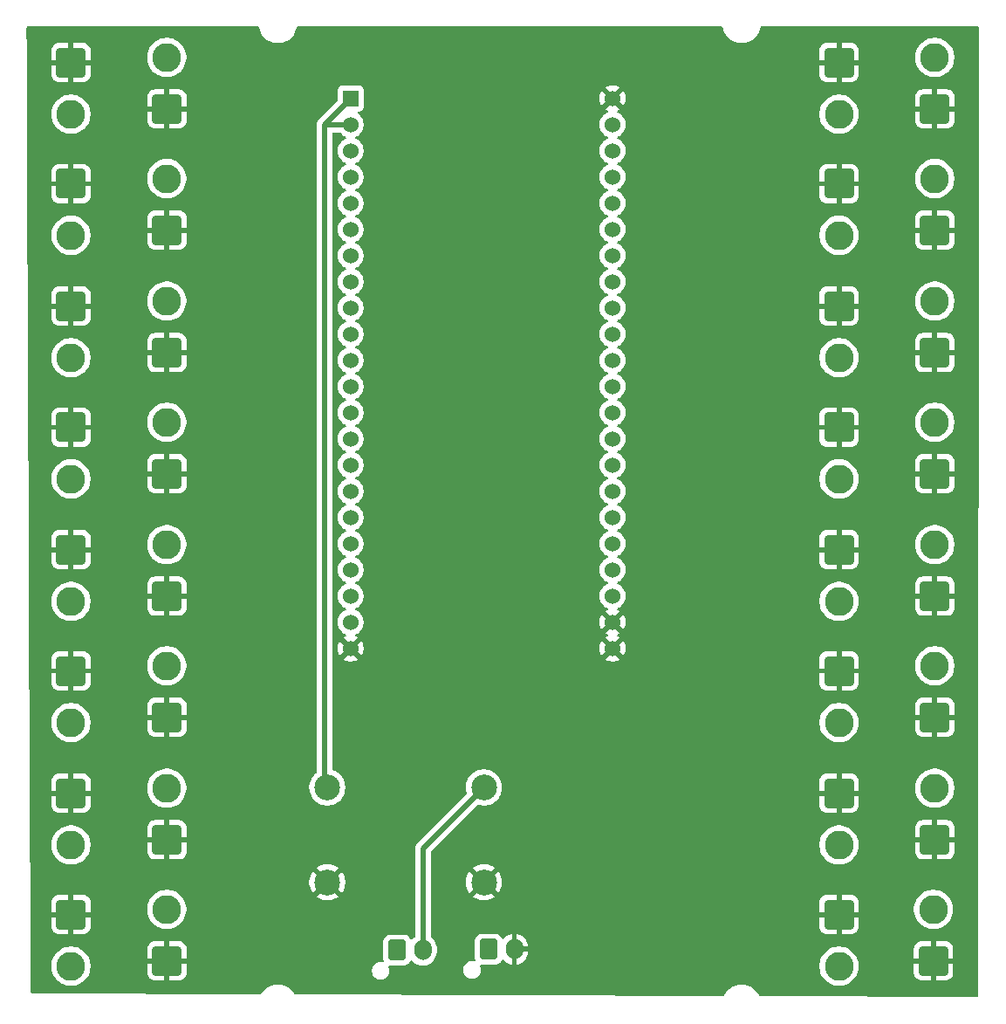
<source format=gbl>
G04 #@! TF.GenerationSoftware,KiCad,Pcbnew,9.0.0*
G04 #@! TF.CreationDate,2025-04-21T22:07:48+01:00*
G04 #@! TF.ProjectId,LED_Hub,4c45445f-4875-4622-9e6b-696361645f70,rev?*
G04 #@! TF.SameCoordinates,Original*
G04 #@! TF.FileFunction,Copper,L2,Bot*
G04 #@! TF.FilePolarity,Positive*
%FSLAX46Y46*%
G04 Gerber Fmt 4.6, Leading zero omitted, Abs format (unit mm)*
G04 Created by KiCad (PCBNEW 9.0.0) date 2025-04-21 22:07:48*
%MOMM*%
%LPD*%
G01*
G04 APERTURE LIST*
G04 Aperture macros list*
%AMRoundRect*
0 Rectangle with rounded corners*
0 $1 Rounding radius*
0 $2 $3 $4 $5 $6 $7 $8 $9 X,Y pos of 4 corners*
0 Add a 4 corners polygon primitive as box body*
4,1,4,$2,$3,$4,$5,$6,$7,$8,$9,$2,$3,0*
0 Add four circle primitives for the rounded corners*
1,1,$1+$1,$2,$3*
1,1,$1+$1,$4,$5*
1,1,$1+$1,$6,$7*
1,1,$1+$1,$8,$9*
0 Add four rect primitives between the rounded corners*
20,1,$1+$1,$2,$3,$4,$5,0*
20,1,$1+$1,$4,$5,$6,$7,0*
20,1,$1+$1,$6,$7,$8,$9,0*
20,1,$1+$1,$8,$9,$2,$3,0*%
G04 Aperture macros list end*
G04 #@! TA.AperFunction,ComponentPad*
%ADD10RoundRect,0.250001X-1.149999X1.149999X-1.149999X-1.149999X1.149999X-1.149999X1.149999X1.149999X0*%
G04 #@! TD*
G04 #@! TA.AperFunction,ComponentPad*
%ADD11C,2.800000*%
G04 #@! TD*
G04 #@! TA.AperFunction,ComponentPad*
%ADD12RoundRect,0.250000X-0.600000X-0.750000X0.600000X-0.750000X0.600000X0.750000X-0.600000X0.750000X0*%
G04 #@! TD*
G04 #@! TA.AperFunction,ComponentPad*
%ADD13O,1.700000X2.000000*%
G04 #@! TD*
G04 #@! TA.AperFunction,ComponentPad*
%ADD14R,1.530000X1.530000*%
G04 #@! TD*
G04 #@! TA.AperFunction,ComponentPad*
%ADD15C,1.530000*%
G04 #@! TD*
G04 #@! TA.AperFunction,ComponentPad*
%ADD16RoundRect,0.250001X1.149999X-1.149999X1.149999X1.149999X-1.149999X1.149999X-1.149999X-1.149999X0*%
G04 #@! TD*
G04 #@! TA.AperFunction,ComponentPad*
%ADD17C,2.500000*%
G04 #@! TD*
G04 #@! TA.AperFunction,ViaPad*
%ADD18C,0.600000*%
G04 #@! TD*
G04 #@! TA.AperFunction,Conductor*
%ADD19C,0.508000*%
G04 #@! TD*
G04 APERTURE END LIST*
D10*
X117425000Y-60500000D03*
D11*
X117425000Y-65500000D03*
D10*
X191950000Y-96000000D03*
D11*
X191950000Y-101000000D03*
D12*
X157950000Y-134750000D03*
D13*
X160450000Y-134750000D03*
D10*
X117425000Y-48750000D03*
D11*
X117425000Y-53750000D03*
D14*
X144565000Y-52225000D03*
D15*
X144565000Y-54765000D03*
X144565000Y-57305000D03*
X144565000Y-59845000D03*
X144565000Y-62385000D03*
X144565000Y-64925000D03*
X144565000Y-67465000D03*
X144565000Y-70005000D03*
X144565000Y-72545000D03*
X144565000Y-75085000D03*
X144565000Y-77625000D03*
X144565000Y-80165000D03*
X144565000Y-82705000D03*
X144565000Y-85245000D03*
X144565000Y-87785000D03*
X144565000Y-90325000D03*
X144565000Y-92865000D03*
X144565000Y-95405000D03*
X144565000Y-97945000D03*
X144565000Y-100485000D03*
X144565000Y-103025000D03*
X144565000Y-105565000D03*
X169975000Y-52225000D03*
X169975000Y-54765000D03*
X169975000Y-57305000D03*
X169975000Y-59845000D03*
X169975000Y-62385000D03*
X169975000Y-64925000D03*
X169975000Y-67465000D03*
X169975000Y-70005000D03*
X169975000Y-72545000D03*
X169975000Y-75085000D03*
X169975000Y-77625000D03*
X169975000Y-80165000D03*
X169975000Y-82705000D03*
X169975000Y-85245000D03*
X169975000Y-87785000D03*
X169975000Y-90325000D03*
X169975000Y-92865000D03*
X169975000Y-95405000D03*
X169975000Y-97945000D03*
X169975000Y-100485000D03*
X169975000Y-103025000D03*
X169975000Y-105565000D03*
D10*
X191950000Y-84125000D03*
D11*
X191950000Y-89125000D03*
D16*
X126725000Y-65000000D03*
D11*
X126725000Y-60000000D03*
D16*
X201250000Y-124125000D03*
D11*
X201250000Y-119125000D03*
D16*
X201250000Y-112250000D03*
D11*
X201250000Y-107250000D03*
D16*
X201250000Y-65000000D03*
D11*
X201250000Y-60000000D03*
D16*
X201125000Y-135875000D03*
D11*
X201125000Y-130875000D03*
D16*
X126725000Y-88625000D03*
D11*
X126725000Y-83625000D03*
D10*
X117425000Y-131375000D03*
D11*
X117425000Y-136375000D03*
D16*
X201250000Y-76875000D03*
D11*
X201250000Y-71875000D03*
D16*
X126725000Y-53250000D03*
D11*
X126725000Y-48250000D03*
D16*
X126725000Y-76875000D03*
D11*
X126725000Y-71875000D03*
D10*
X191950000Y-131375000D03*
D11*
X191950000Y-136375000D03*
D10*
X117425000Y-107750000D03*
D11*
X117425000Y-112750000D03*
D10*
X191950000Y-107750000D03*
D11*
X191950000Y-112750000D03*
D16*
X126725000Y-100500000D03*
D11*
X126725000Y-95500000D03*
D16*
X126725000Y-112250000D03*
D11*
X126725000Y-107250000D03*
D16*
X201250000Y-53250000D03*
D11*
X201250000Y-48250000D03*
D10*
X191950000Y-48750000D03*
D11*
X191950000Y-53750000D03*
D10*
X191950000Y-60500000D03*
D11*
X191950000Y-65500000D03*
D17*
X157500000Y-119050000D03*
X157500000Y-128250000D03*
X142300000Y-119050000D03*
X142300000Y-128250000D03*
D16*
X126725000Y-124125000D03*
D11*
X126725000Y-119125000D03*
D16*
X201250000Y-100500000D03*
D11*
X201250000Y-95500000D03*
D10*
X117425000Y-119625000D03*
D11*
X117425000Y-124625000D03*
D12*
X149075000Y-134825000D03*
D13*
X151575000Y-134825000D03*
D16*
X201250000Y-88625000D03*
D11*
X201250000Y-83625000D03*
D10*
X117425000Y-84125000D03*
D11*
X117425000Y-89125000D03*
D10*
X191950000Y-119625000D03*
D11*
X191950000Y-124625000D03*
D16*
X126725000Y-135875000D03*
D11*
X126725000Y-130875000D03*
D10*
X117425000Y-96000000D03*
D11*
X117425000Y-101000000D03*
D10*
X191950000Y-72375000D03*
D11*
X191950000Y-77375000D03*
D10*
X117425000Y-72375000D03*
D11*
X117425000Y-77375000D03*
D18*
X136750000Y-56300000D03*
X140120000Y-56280000D03*
D19*
X142000000Y-54790000D02*
X142207500Y-54582500D01*
X142000000Y-118750000D02*
X142000000Y-54790000D01*
X142300000Y-119050000D02*
X142000000Y-118750000D01*
X151575000Y-124975000D02*
X157500000Y-119050000D01*
X151575000Y-134825000D02*
X151575000Y-124975000D01*
X142390000Y-54765000D02*
X142207500Y-54582500D01*
X144565000Y-54765000D02*
X142390000Y-54765000D01*
X142207500Y-54582500D02*
X144565000Y-52225000D01*
G04 #@! TA.AperFunction,Conductor*
G36*
X135624739Y-45269685D02*
G01*
X135670494Y-45322489D01*
X135680638Y-45357815D01*
X135681162Y-45361789D01*
X135691535Y-45400500D01*
X135743947Y-45596104D01*
X135836773Y-45820205D01*
X135836776Y-45820212D01*
X135958064Y-46030289D01*
X135958066Y-46030292D01*
X135958067Y-46030293D01*
X136105733Y-46222736D01*
X136105739Y-46222743D01*
X136277256Y-46394260D01*
X136277263Y-46394266D01*
X136390321Y-46481018D01*
X136469711Y-46541936D01*
X136679788Y-46663224D01*
X136903900Y-46756054D01*
X137138211Y-46818838D01*
X137318586Y-46842584D01*
X137378711Y-46850500D01*
X137378712Y-46850500D01*
X137621289Y-46850500D01*
X137669388Y-46844167D01*
X137861789Y-46818838D01*
X138096100Y-46756054D01*
X138320212Y-46663224D01*
X138530289Y-46541936D01*
X138722738Y-46394265D01*
X138894265Y-46222738D01*
X139041936Y-46030289D01*
X139163224Y-45820212D01*
X139256054Y-45596100D01*
X139318838Y-45361789D01*
X139319361Y-45357815D01*
X139347627Y-45293919D01*
X139405951Y-45255447D01*
X139442300Y-45250000D01*
X180557700Y-45250000D01*
X180624739Y-45269685D01*
X180670494Y-45322489D01*
X180680638Y-45357815D01*
X180681162Y-45361789D01*
X180691535Y-45400500D01*
X180743947Y-45596104D01*
X180836773Y-45820205D01*
X180836776Y-45820212D01*
X180958064Y-46030289D01*
X180958066Y-46030292D01*
X180958067Y-46030293D01*
X181105733Y-46222736D01*
X181105739Y-46222743D01*
X181277256Y-46394260D01*
X181277263Y-46394266D01*
X181390321Y-46481018D01*
X181469711Y-46541936D01*
X181679788Y-46663224D01*
X181903900Y-46756054D01*
X182138211Y-46818838D01*
X182318586Y-46842584D01*
X182378711Y-46850500D01*
X182378712Y-46850500D01*
X182621289Y-46850500D01*
X182669388Y-46844167D01*
X182861789Y-46818838D01*
X183096100Y-46756054D01*
X183320212Y-46663224D01*
X183530289Y-46541936D01*
X183722738Y-46394265D01*
X183894265Y-46222738D01*
X184041936Y-46030289D01*
X184163224Y-45820212D01*
X184256054Y-45596100D01*
X184318838Y-45361789D01*
X184319361Y-45357815D01*
X184347627Y-45293919D01*
X184405951Y-45255447D01*
X184442300Y-45250000D01*
X205435835Y-45250000D01*
X205502874Y-45269685D01*
X205548629Y-45322489D01*
X205559835Y-45374165D01*
X205435165Y-139250651D01*
X205415391Y-139317664D01*
X205362527Y-139363349D01*
X205310652Y-139374485D01*
X184290221Y-139287595D01*
X184223264Y-139267633D01*
X184177728Y-139214641D01*
X184176173Y-139211049D01*
X184171207Y-139199062D01*
X184163224Y-139179788D01*
X184041936Y-138969711D01*
X183894265Y-138777262D01*
X183894260Y-138777256D01*
X183722743Y-138605739D01*
X183722736Y-138605733D01*
X183530293Y-138458067D01*
X183530292Y-138458066D01*
X183530289Y-138458064D01*
X183320212Y-138336776D01*
X183320205Y-138336773D01*
X183096104Y-138243947D01*
X182861785Y-138181161D01*
X182621289Y-138149500D01*
X182621288Y-138149500D01*
X182378712Y-138149500D01*
X182378711Y-138149500D01*
X182138214Y-138181161D01*
X181903895Y-138243947D01*
X181679794Y-138336773D01*
X181679785Y-138336777D01*
X181469706Y-138458067D01*
X181277263Y-138605733D01*
X181277256Y-138605739D01*
X181105739Y-138777256D01*
X181105733Y-138777263D01*
X180958067Y-138969706D01*
X180836781Y-139179777D01*
X180836777Y-139179784D01*
X180829946Y-139196276D01*
X180786102Y-139250677D01*
X180719806Y-139272738D01*
X180714874Y-139272816D01*
X139188910Y-139101165D01*
X139121953Y-139081203D01*
X139082036Y-139039166D01*
X139041936Y-138969711D01*
X138894266Y-138777263D01*
X138894260Y-138777256D01*
X138722743Y-138605739D01*
X138722736Y-138605733D01*
X138530293Y-138458067D01*
X138530292Y-138458066D01*
X138530289Y-138458064D01*
X138320212Y-138336776D01*
X138320205Y-138336773D01*
X138096104Y-138243947D01*
X137861785Y-138181161D01*
X137621289Y-138149500D01*
X137621288Y-138149500D01*
X137378712Y-138149500D01*
X137378711Y-138149500D01*
X137138214Y-138181161D01*
X136903895Y-138243947D01*
X136679794Y-138336773D01*
X136679785Y-138336777D01*
X136469706Y-138458067D01*
X136277263Y-138605733D01*
X136277256Y-138605739D01*
X136105739Y-138777256D01*
X136105733Y-138777263D01*
X135958070Y-138969702D01*
X135958060Y-138969717D01*
X135926006Y-139025235D01*
X135875438Y-139073450D01*
X135818107Y-139087232D01*
X113627974Y-138995508D01*
X113561017Y-138975546D01*
X113515481Y-138922554D01*
X113504488Y-138872025D01*
X113503380Y-138605739D01*
X113493581Y-136250441D01*
X115524500Y-136250441D01*
X115524500Y-136499558D01*
X115524501Y-136499575D01*
X115557017Y-136746561D01*
X115621498Y-136987207D01*
X115716830Y-137217361D01*
X115716837Y-137217376D01*
X115841400Y-137433126D01*
X115993060Y-137630774D01*
X115993066Y-137630781D01*
X116169218Y-137806933D01*
X116169225Y-137806939D01*
X116366873Y-137958599D01*
X116582623Y-138083162D01*
X116582638Y-138083169D01*
X116681825Y-138124253D01*
X116812793Y-138178502D01*
X117053435Y-138242982D01*
X117300435Y-138275500D01*
X117300442Y-138275500D01*
X117549558Y-138275500D01*
X117549565Y-138275500D01*
X117796565Y-138242982D01*
X118037207Y-138178502D01*
X118267373Y-138083164D01*
X118483127Y-137958599D01*
X118680776Y-137806938D01*
X118856938Y-137630776D01*
X119008599Y-137433127D01*
X119133164Y-137217373D01*
X119228502Y-136987207D01*
X119292982Y-136746565D01*
X119325500Y-136499565D01*
X119325500Y-136250435D01*
X119292982Y-136003435D01*
X119228502Y-135762793D01*
X119164201Y-135607557D01*
X119133169Y-135532638D01*
X119133162Y-135532623D01*
X119008599Y-135316873D01*
X118856939Y-135119225D01*
X118856933Y-135119218D01*
X118680781Y-134943066D01*
X118680774Y-134943060D01*
X118483126Y-134791400D01*
X118462085Y-134779252D01*
X118281539Y-134675014D01*
X124825000Y-134675014D01*
X124825000Y-135625000D01*
X126124999Y-135625000D01*
X126099979Y-135685402D01*
X126075000Y-135810981D01*
X126075000Y-135939019D01*
X126099979Y-136064598D01*
X126124999Y-136125000D01*
X124825000Y-136125000D01*
X124825000Y-137074985D01*
X124835493Y-137177689D01*
X124835494Y-137177696D01*
X124890641Y-137344118D01*
X124890643Y-137344123D01*
X124982684Y-137493344D01*
X125106655Y-137617315D01*
X125255876Y-137709356D01*
X125255881Y-137709358D01*
X125422303Y-137764505D01*
X125422310Y-137764506D01*
X125525014Y-137774999D01*
X125525027Y-137775000D01*
X126475000Y-137775000D01*
X126475000Y-136475001D01*
X126535402Y-136500021D01*
X126660981Y-136525000D01*
X126789019Y-136525000D01*
X126914598Y-136500021D01*
X126975000Y-136475001D01*
X126975000Y-137775000D01*
X127924973Y-137775000D01*
X127924985Y-137774999D01*
X128027689Y-137764506D01*
X128027696Y-137764505D01*
X128194118Y-137709358D01*
X128194123Y-137709356D01*
X128343344Y-137617315D01*
X128467315Y-137493344D01*
X128559356Y-137344123D01*
X128559358Y-137344118D01*
X128614505Y-137177696D01*
X128614506Y-137177689D01*
X128624999Y-137074985D01*
X128625000Y-137074972D01*
X128625000Y-136741228D01*
X146624500Y-136741228D01*
X146624500Y-136908771D01*
X146657182Y-137073074D01*
X146657184Y-137073082D01*
X146721295Y-137227860D01*
X146814373Y-137367162D01*
X146932837Y-137485626D01*
X147025494Y-137547537D01*
X147072137Y-137578703D01*
X147226918Y-137642816D01*
X147391228Y-137675499D01*
X147391232Y-137675500D01*
X147391233Y-137675500D01*
X147558768Y-137675500D01*
X147558769Y-137675499D01*
X147723082Y-137642816D01*
X147877863Y-137578703D01*
X148017162Y-137485626D01*
X148135626Y-137367162D01*
X148228703Y-137227863D01*
X148292816Y-137073082D01*
X148325500Y-136908767D01*
X148325500Y-136741233D01*
X148310581Y-136666228D01*
X155499500Y-136666228D01*
X155499500Y-136833771D01*
X155532182Y-136998074D01*
X155532184Y-136998082D01*
X155596295Y-137152860D01*
X155689373Y-137292162D01*
X155807837Y-137410626D01*
X155900494Y-137472537D01*
X155947137Y-137503703D01*
X156101918Y-137567816D01*
X156266228Y-137600499D01*
X156266232Y-137600500D01*
X156266233Y-137600500D01*
X156433768Y-137600500D01*
X156433769Y-137600499D01*
X156598082Y-137567816D01*
X156752863Y-137503703D01*
X156892162Y-137410626D01*
X157010626Y-137292162D01*
X157103703Y-137152863D01*
X157167816Y-136998082D01*
X157200500Y-136833767D01*
X157200500Y-136666233D01*
X157167816Y-136501918D01*
X157132729Y-136417213D01*
X157125261Y-136347745D01*
X157156536Y-136285265D01*
X157216625Y-136249613D01*
X157259891Y-136246403D01*
X157299991Y-136250500D01*
X158600008Y-136250499D01*
X158600576Y-136250441D01*
X190049500Y-136250441D01*
X190049500Y-136499558D01*
X190049501Y-136499575D01*
X190082017Y-136746561D01*
X190146498Y-136987207D01*
X190241830Y-137217361D01*
X190241837Y-137217376D01*
X190366400Y-137433126D01*
X190518060Y-137630774D01*
X190518066Y-137630781D01*
X190694218Y-137806933D01*
X190694225Y-137806939D01*
X190891873Y-137958599D01*
X191107623Y-138083162D01*
X191107638Y-138083169D01*
X191206825Y-138124253D01*
X191337793Y-138178502D01*
X191578435Y-138242982D01*
X191825435Y-138275500D01*
X191825442Y-138275500D01*
X192074558Y-138275500D01*
X192074565Y-138275500D01*
X192321565Y-138242982D01*
X192562207Y-138178502D01*
X192792373Y-138083164D01*
X193008127Y-137958599D01*
X193205776Y-137806938D01*
X193381938Y-137630776D01*
X193533599Y-137433127D01*
X193658164Y-137217373D01*
X193753502Y-136987207D01*
X193817982Y-136746565D01*
X193850500Y-136499565D01*
X193850500Y-136250435D01*
X193817982Y-136003435D01*
X193753502Y-135762793D01*
X193689201Y-135607557D01*
X193658169Y-135532638D01*
X193658162Y-135532623D01*
X193533599Y-135316873D01*
X193381939Y-135119225D01*
X193381933Y-135119218D01*
X193205781Y-134943066D01*
X193205774Y-134943060D01*
X193008126Y-134791400D01*
X192987085Y-134779252D01*
X192806539Y-134675014D01*
X199225000Y-134675014D01*
X199225000Y-135625000D01*
X200524999Y-135625000D01*
X200499979Y-135685402D01*
X200475000Y-135810981D01*
X200475000Y-135939019D01*
X200499979Y-136064598D01*
X200524999Y-136125000D01*
X199225000Y-136125000D01*
X199225000Y-137074985D01*
X199235493Y-137177689D01*
X199235494Y-137177696D01*
X199290641Y-137344118D01*
X199290643Y-137344123D01*
X199382684Y-137493344D01*
X199506655Y-137617315D01*
X199655876Y-137709356D01*
X199655881Y-137709358D01*
X199822303Y-137764505D01*
X199822310Y-137764506D01*
X199925014Y-137774999D01*
X199925027Y-137775000D01*
X200875000Y-137775000D01*
X200875000Y-136475001D01*
X200935402Y-136500021D01*
X201060981Y-136525000D01*
X201189019Y-136525000D01*
X201314598Y-136500021D01*
X201375000Y-136475001D01*
X201375000Y-137775000D01*
X202324973Y-137775000D01*
X202324985Y-137774999D01*
X202427689Y-137764506D01*
X202427696Y-137764505D01*
X202594118Y-137709358D01*
X202594123Y-137709356D01*
X202743344Y-137617315D01*
X202867315Y-137493344D01*
X202959356Y-137344123D01*
X202959358Y-137344118D01*
X203014505Y-137177696D01*
X203014506Y-137177689D01*
X203024999Y-137074985D01*
X203025000Y-137074972D01*
X203025000Y-136125000D01*
X201725001Y-136125000D01*
X201750021Y-136064598D01*
X201775000Y-135939019D01*
X201775000Y-135810981D01*
X201750021Y-135685402D01*
X201725001Y-135625000D01*
X203025000Y-135625000D01*
X203025000Y-134675027D01*
X203024999Y-134675014D01*
X203014506Y-134572310D01*
X203014505Y-134572303D01*
X202959358Y-134405881D01*
X202959356Y-134405876D01*
X202867315Y-134256655D01*
X202743344Y-134132684D01*
X202594123Y-134040643D01*
X202594118Y-134040641D01*
X202427696Y-133985494D01*
X202427689Y-133985493D01*
X202324985Y-133975000D01*
X201375000Y-133975000D01*
X201375000Y-135274998D01*
X201314598Y-135249979D01*
X201189019Y-135225000D01*
X201060981Y-135225000D01*
X200935402Y-135249979D01*
X200875000Y-135274998D01*
X200875000Y-133975000D01*
X199925014Y-133975000D01*
X199822310Y-133985493D01*
X199822303Y-133985494D01*
X199655881Y-134040641D01*
X199655876Y-134040643D01*
X199506655Y-134132684D01*
X199382684Y-134256655D01*
X199290643Y-134405876D01*
X199290641Y-134405881D01*
X199235494Y-134572303D01*
X199235493Y-134572310D01*
X199225000Y-134675014D01*
X192806539Y-134675014D01*
X192792376Y-134666837D01*
X192792361Y-134666830D01*
X192562207Y-134571498D01*
X192321561Y-134507017D01*
X192074575Y-134474501D01*
X192074570Y-134474500D01*
X192074565Y-134474500D01*
X191825435Y-134474500D01*
X191825429Y-134474500D01*
X191825424Y-134474501D01*
X191578438Y-134507017D01*
X191337792Y-134571498D01*
X191107638Y-134666830D01*
X191107623Y-134666837D01*
X190891873Y-134791400D01*
X190694225Y-134943060D01*
X190694218Y-134943066D01*
X190518066Y-135119218D01*
X190518060Y-135119225D01*
X190366400Y-135316873D01*
X190241837Y-135532623D01*
X190241830Y-135532638D01*
X190146498Y-135762792D01*
X190082017Y-136003438D01*
X190049501Y-136250424D01*
X190049500Y-136250441D01*
X158600576Y-136250441D01*
X158600733Y-136250425D01*
X158640105Y-136246403D01*
X158702797Y-136239999D01*
X158869334Y-136184814D01*
X159018656Y-136092712D01*
X159142712Y-135968656D01*
X159234814Y-135819334D01*
X159234814Y-135819331D01*
X159238448Y-135813441D01*
X159290395Y-135766716D01*
X159359358Y-135755493D01*
X159423440Y-135783336D01*
X159431668Y-135790856D01*
X159570535Y-135929723D01*
X159570540Y-135929727D01*
X159742442Y-136054620D01*
X159931782Y-136151095D01*
X160133871Y-136216757D01*
X160200000Y-136227231D01*
X160200000Y-135183012D01*
X160257007Y-135215925D01*
X160384174Y-135250000D01*
X160515826Y-135250000D01*
X160642993Y-135215925D01*
X160700000Y-135183012D01*
X160700000Y-136227230D01*
X160766126Y-136216757D01*
X160766129Y-136216757D01*
X160968217Y-136151095D01*
X160998058Y-136135891D01*
X161157557Y-136054620D01*
X161329459Y-135929727D01*
X161329464Y-135929723D01*
X161479723Y-135779464D01*
X161479727Y-135779459D01*
X161604620Y-135607557D01*
X161701095Y-135418217D01*
X161766757Y-135216130D01*
X161766757Y-135216127D01*
X161800000Y-135006246D01*
X161800000Y-135000000D01*
X160883012Y-135000000D01*
X160915925Y-134942993D01*
X160950000Y-134815826D01*
X160950000Y-134684174D01*
X160915925Y-134557007D01*
X160883012Y-134500000D01*
X161800000Y-134500000D01*
X161800000Y-134493753D01*
X161766757Y-134283872D01*
X161766757Y-134283869D01*
X161701095Y-134081782D01*
X161604620Y-133892442D01*
X161479727Y-133720540D01*
X161479723Y-133720535D01*
X161329464Y-133570276D01*
X161329459Y-133570272D01*
X161157557Y-133445379D01*
X160968215Y-133348903D01*
X160766124Y-133283241D01*
X160700000Y-133272768D01*
X160700000Y-134316988D01*
X160642993Y-134284075D01*
X160515826Y-134250000D01*
X160384174Y-134250000D01*
X160257007Y-134284075D01*
X160200000Y-134316988D01*
X160200000Y-133272768D01*
X160199999Y-133272768D01*
X160133875Y-133283241D01*
X159931784Y-133348903D01*
X159742442Y-133445379D01*
X159570541Y-133570271D01*
X159431668Y-133709144D01*
X159370345Y-133742628D01*
X159300653Y-133737644D01*
X159244720Y-133695772D01*
X159238448Y-133686558D01*
X159142712Y-133531344D01*
X159018657Y-133407289D01*
X159018656Y-133407288D01*
X158923998Y-133348903D01*
X158869336Y-133315187D01*
X158869331Y-133315185D01*
X158867862Y-133314698D01*
X158702797Y-133260001D01*
X158702795Y-133260000D01*
X158600010Y-133249500D01*
X157299998Y-133249500D01*
X157299981Y-133249501D01*
X157197203Y-133260000D01*
X157197200Y-133260001D01*
X157030668Y-133315185D01*
X157030663Y-133315187D01*
X156881342Y-133407289D01*
X156757289Y-133531342D01*
X156665187Y-133680663D01*
X156665185Y-133680668D01*
X156660180Y-133695772D01*
X156610001Y-133847203D01*
X156610001Y-133847204D01*
X156610000Y-133847204D01*
X156599500Y-133949983D01*
X156599500Y-135550001D01*
X156599501Y-135550018D01*
X156610000Y-135652796D01*
X156610001Y-135652799D01*
X156642961Y-135752264D01*
X156645363Y-135822092D01*
X156609631Y-135882134D01*
X156547111Y-135913327D01*
X156501065Y-135912886D01*
X156461286Y-135904973D01*
X156433767Y-135899500D01*
X156266233Y-135899500D01*
X156266228Y-135899500D01*
X156101925Y-135932182D01*
X156101917Y-135932184D01*
X155947139Y-135996295D01*
X155807837Y-136089373D01*
X155689373Y-136207837D01*
X155596295Y-136347139D01*
X155532184Y-136501917D01*
X155532182Y-136501925D01*
X155499500Y-136666228D01*
X148310581Y-136666228D01*
X148292816Y-136576918D01*
X148255214Y-136486141D01*
X148253354Y-136479831D01*
X148253321Y-136451208D01*
X148250261Y-136422745D01*
X148253281Y-136416710D01*
X148253274Y-136409962D01*
X148268721Y-136385865D01*
X148281536Y-136360265D01*
X148287340Y-136356820D01*
X148290982Y-136351141D01*
X148317005Y-136339220D01*
X148341625Y-136324613D01*
X148350298Y-136323969D01*
X148354504Y-136322043D01*
X148361951Y-136323105D01*
X148384891Y-136321403D01*
X148424991Y-136325500D01*
X149725008Y-136325499D01*
X149733682Y-136324613D01*
X149765105Y-136321403D01*
X149827797Y-136314999D01*
X149994334Y-136259814D01*
X150143656Y-136167712D01*
X150267712Y-136043656D01*
X150359814Y-135894334D01*
X150359814Y-135894331D01*
X150363178Y-135888879D01*
X150415126Y-135842154D01*
X150484088Y-135830931D01*
X150548170Y-135858774D01*
X150556398Y-135866294D01*
X150695213Y-136005109D01*
X150867179Y-136130048D01*
X150867181Y-136130049D01*
X150867184Y-136130051D01*
X151056588Y-136226557D01*
X151258757Y-136292246D01*
X151468713Y-136325500D01*
X151468714Y-136325500D01*
X151681286Y-136325500D01*
X151681287Y-136325500D01*
X151891243Y-136292246D01*
X152093412Y-136226557D01*
X152282816Y-136130051D01*
X152334212Y-136092710D01*
X152454786Y-136005109D01*
X152454788Y-136005106D01*
X152454792Y-136005104D01*
X152605104Y-135854792D01*
X152605106Y-135854788D01*
X152605109Y-135854786D01*
X152730048Y-135682820D01*
X152730047Y-135682820D01*
X152730051Y-135682816D01*
X152826557Y-135493412D01*
X152892246Y-135291243D01*
X152925500Y-135081287D01*
X152925500Y-134568713D01*
X152892246Y-134358757D01*
X152826557Y-134156588D01*
X152730051Y-133967184D01*
X152730049Y-133967181D01*
X152730048Y-133967179D01*
X152605109Y-133795213D01*
X152454794Y-133644898D01*
X152454792Y-133644896D01*
X152380613Y-133591001D01*
X152337949Y-133535673D01*
X152329500Y-133490685D01*
X152329500Y-130175014D01*
X190050000Y-130175014D01*
X190050000Y-131125000D01*
X191349999Y-131125000D01*
X191324979Y-131185402D01*
X191300000Y-131310981D01*
X191300000Y-131439019D01*
X191324979Y-131564598D01*
X191349999Y-131625000D01*
X190050000Y-131625000D01*
X190050000Y-132574985D01*
X190060493Y-132677689D01*
X190060494Y-132677696D01*
X190115641Y-132844118D01*
X190115643Y-132844123D01*
X190207684Y-132993344D01*
X190331655Y-133117315D01*
X190480876Y-133209356D01*
X190480881Y-133209358D01*
X190647303Y-133264505D01*
X190647310Y-133264506D01*
X190750014Y-133274999D01*
X190750027Y-133275000D01*
X191700000Y-133275000D01*
X191700000Y-131975001D01*
X191760402Y-132000021D01*
X191885981Y-132025000D01*
X192014019Y-132025000D01*
X192139598Y-132000021D01*
X192200000Y-131975001D01*
X192200000Y-133275000D01*
X193149973Y-133275000D01*
X193149985Y-133274999D01*
X193252689Y-133264506D01*
X193252696Y-133264505D01*
X193419118Y-133209358D01*
X193419123Y-133209356D01*
X193568344Y-133117315D01*
X193692315Y-132993344D01*
X193784356Y-132844123D01*
X193784358Y-132844118D01*
X193839505Y-132677696D01*
X193839506Y-132677689D01*
X193849999Y-132574985D01*
X193850000Y-132574972D01*
X193850000Y-131625000D01*
X192550001Y-131625000D01*
X192575021Y-131564598D01*
X192600000Y-131439019D01*
X192600000Y-131310981D01*
X192575021Y-131185402D01*
X192550001Y-131125000D01*
X193850000Y-131125000D01*
X193850000Y-130750441D01*
X199224500Y-130750441D01*
X199224500Y-130999558D01*
X199224501Y-130999575D01*
X199257017Y-131246561D01*
X199321498Y-131487207D01*
X199416830Y-131717361D01*
X199416837Y-131717376D01*
X199541400Y-131933126D01*
X199693060Y-132130774D01*
X199693066Y-132130781D01*
X199869218Y-132306933D01*
X199869225Y-132306939D01*
X200066873Y-132458599D01*
X200282623Y-132583162D01*
X200282638Y-132583169D01*
X200381825Y-132624253D01*
X200512793Y-132678502D01*
X200753435Y-132742982D01*
X201000435Y-132775500D01*
X201000442Y-132775500D01*
X201249558Y-132775500D01*
X201249565Y-132775500D01*
X201496565Y-132742982D01*
X201737207Y-132678502D01*
X201967373Y-132583164D01*
X202183127Y-132458599D01*
X202380776Y-132306938D01*
X202556938Y-132130776D01*
X202708599Y-131933127D01*
X202833164Y-131717373D01*
X202928502Y-131487207D01*
X202992982Y-131246565D01*
X203025500Y-130999565D01*
X203025500Y-130750435D01*
X202992982Y-130503435D01*
X202928502Y-130262793D01*
X202874253Y-130131825D01*
X202833169Y-130032638D01*
X202833162Y-130032623D01*
X202708599Y-129816873D01*
X202556939Y-129619225D01*
X202556933Y-129619218D01*
X202380781Y-129443066D01*
X202380774Y-129443060D01*
X202183126Y-129291400D01*
X201967376Y-129166837D01*
X201967361Y-129166830D01*
X201737207Y-129071498D01*
X201566171Y-129025669D01*
X201496565Y-129007018D01*
X201496564Y-129007017D01*
X201496561Y-129007017D01*
X201249575Y-128974501D01*
X201249570Y-128974500D01*
X201249565Y-128974500D01*
X201000435Y-128974500D01*
X201000429Y-128974500D01*
X201000424Y-128974501D01*
X200753438Y-129007017D01*
X200512792Y-129071498D01*
X200282638Y-129166830D01*
X200282623Y-129166837D01*
X200066873Y-129291400D01*
X199869225Y-129443060D01*
X199869218Y-129443066D01*
X199693066Y-129619218D01*
X199693060Y-129619225D01*
X199541400Y-129816873D01*
X199416837Y-130032623D01*
X199416830Y-130032638D01*
X199321498Y-130262792D01*
X199257017Y-130503438D01*
X199224501Y-130750424D01*
X199224500Y-130750441D01*
X193850000Y-130750441D01*
X193850000Y-130175027D01*
X193849999Y-130175014D01*
X193839506Y-130072310D01*
X193839505Y-130072303D01*
X193784358Y-129905881D01*
X193784356Y-129905876D01*
X193692315Y-129756655D01*
X193568344Y-129632684D01*
X193419123Y-129540643D01*
X193419118Y-129540641D01*
X193252696Y-129485494D01*
X193252689Y-129485493D01*
X193149985Y-129475000D01*
X192200000Y-129475000D01*
X192200000Y-130774998D01*
X192139598Y-130749979D01*
X192014019Y-130725000D01*
X191885981Y-130725000D01*
X191760402Y-130749979D01*
X191700000Y-130774998D01*
X191700000Y-129475000D01*
X190750014Y-129475000D01*
X190647310Y-129485493D01*
X190647303Y-129485494D01*
X190480881Y-129540641D01*
X190480876Y-129540643D01*
X190331655Y-129632684D01*
X190207684Y-129756655D01*
X190115643Y-129905876D01*
X190115641Y-129905881D01*
X190060494Y-130072303D01*
X190060493Y-130072310D01*
X190050000Y-130175014D01*
X152329500Y-130175014D01*
X152329500Y-128135305D01*
X155750000Y-128135305D01*
X155750000Y-128364694D01*
X155750001Y-128364710D01*
X155779942Y-128592137D01*
X155839318Y-128813730D01*
X155927102Y-129025659D01*
X155927106Y-129025669D01*
X156041799Y-129224324D01*
X156041805Y-129224331D01*
X156098381Y-129298064D01*
X156822421Y-128574024D01*
X156835359Y-128605258D01*
X156917437Y-128728097D01*
X157021903Y-128832563D01*
X157144742Y-128914641D01*
X157175974Y-128927578D01*
X156451934Y-129651617D01*
X156451934Y-129651618D01*
X156525666Y-129708194D01*
X156724330Y-129822893D01*
X156724340Y-129822897D01*
X156936269Y-129910681D01*
X157157862Y-129970057D01*
X157385289Y-129999998D01*
X157385306Y-130000000D01*
X157614694Y-130000000D01*
X157614710Y-129999998D01*
X157842137Y-129970057D01*
X158063730Y-129910681D01*
X158275659Y-129822897D01*
X158275668Y-129822893D01*
X158474327Y-129708197D01*
X158474334Y-129708192D01*
X158548064Y-129651617D01*
X157824025Y-128927578D01*
X157855258Y-128914641D01*
X157978097Y-128832563D01*
X158082563Y-128728097D01*
X158164641Y-128605258D01*
X158177578Y-128574025D01*
X158901617Y-129298064D01*
X158958192Y-129224334D01*
X158958197Y-129224327D01*
X159072893Y-129025668D01*
X159072897Y-129025659D01*
X159160681Y-128813730D01*
X159220057Y-128592137D01*
X159249998Y-128364710D01*
X159250000Y-128364694D01*
X159250000Y-128135305D01*
X159249998Y-128135289D01*
X159220057Y-127907862D01*
X159160681Y-127686269D01*
X159072897Y-127474340D01*
X159072893Y-127474330D01*
X158958194Y-127275666D01*
X158901618Y-127201934D01*
X158901617Y-127201934D01*
X158177577Y-127925973D01*
X158164641Y-127894742D01*
X158082563Y-127771903D01*
X157978097Y-127667437D01*
X157855258Y-127585359D01*
X157824023Y-127572421D01*
X158548064Y-126848381D01*
X158548064Y-126848380D01*
X158474331Y-126791805D01*
X158474324Y-126791799D01*
X158275669Y-126677106D01*
X158275659Y-126677102D01*
X158063730Y-126589318D01*
X157842137Y-126529942D01*
X157614710Y-126500001D01*
X157614694Y-126500000D01*
X157385306Y-126500000D01*
X157385289Y-126500001D01*
X157157862Y-126529942D01*
X156936269Y-126589318D01*
X156724340Y-126677102D01*
X156724330Y-126677106D01*
X156525673Y-126791801D01*
X156525659Y-126791810D01*
X156451934Y-126848380D01*
X157175975Y-127572421D01*
X157144742Y-127585359D01*
X157021903Y-127667437D01*
X156917437Y-127771903D01*
X156835359Y-127894742D01*
X156822421Y-127925975D01*
X156098380Y-127201934D01*
X156041810Y-127275659D01*
X156041801Y-127275673D01*
X155927106Y-127474330D01*
X155927102Y-127474340D01*
X155839318Y-127686269D01*
X155779942Y-127907862D01*
X155750001Y-128135289D01*
X155750000Y-128135305D01*
X152329500Y-128135305D01*
X152329500Y-125338885D01*
X152349185Y-125271846D01*
X152365814Y-125251209D01*
X153116588Y-124500435D01*
X190049500Y-124500435D01*
X190049500Y-124749565D01*
X190049500Y-124749572D01*
X190049501Y-124749573D01*
X190082017Y-124996561D01*
X190146498Y-125237207D01*
X190241830Y-125467361D01*
X190241837Y-125467376D01*
X190366400Y-125683126D01*
X190518060Y-125880774D01*
X190518066Y-125880781D01*
X190694218Y-126056933D01*
X190694225Y-126056939D01*
X190891873Y-126208599D01*
X191107623Y-126333162D01*
X191107638Y-126333169D01*
X191206825Y-126374253D01*
X191337793Y-126428502D01*
X191578435Y-126492982D01*
X191825435Y-126525500D01*
X191825442Y-126525500D01*
X192074558Y-126525500D01*
X192074565Y-126525500D01*
X192321565Y-126492982D01*
X192562207Y-126428502D01*
X192792373Y-126333164D01*
X193008127Y-126208599D01*
X193205776Y-126056938D01*
X193381938Y-125880776D01*
X193533599Y-125683127D01*
X193658164Y-125467373D01*
X193753502Y-125237207D01*
X193817982Y-124996565D01*
X193850500Y-124749565D01*
X193850500Y-124500435D01*
X193817982Y-124253435D01*
X193753502Y-124012793D01*
X193696426Y-123875000D01*
X193658169Y-123782638D01*
X193658162Y-123782623D01*
X193533599Y-123566873D01*
X193381939Y-123369225D01*
X193381933Y-123369218D01*
X193205781Y-123193066D01*
X193205774Y-123193060D01*
X193008126Y-123041400D01*
X192987085Y-123029252D01*
X192806539Y-122925014D01*
X199350000Y-122925014D01*
X199350000Y-123875000D01*
X200649999Y-123875000D01*
X200624979Y-123935402D01*
X200600000Y-124060981D01*
X200600000Y-124189019D01*
X200624979Y-124314598D01*
X200649999Y-124375000D01*
X199350000Y-124375000D01*
X199350000Y-125324985D01*
X199360493Y-125427689D01*
X199360494Y-125427696D01*
X199415641Y-125594118D01*
X199415643Y-125594123D01*
X199507684Y-125743344D01*
X199631655Y-125867315D01*
X199780876Y-125959356D01*
X199780881Y-125959358D01*
X199947303Y-126014505D01*
X199947310Y-126014506D01*
X200050014Y-126024999D01*
X200050027Y-126025000D01*
X201000000Y-126025000D01*
X201000000Y-124725001D01*
X201060402Y-124750021D01*
X201185981Y-124775000D01*
X201314019Y-124775000D01*
X201439598Y-124750021D01*
X201500000Y-124725001D01*
X201500000Y-126025000D01*
X202449973Y-126025000D01*
X202449985Y-126024999D01*
X202552689Y-126014506D01*
X202552696Y-126014505D01*
X202719118Y-125959358D01*
X202719123Y-125959356D01*
X202868344Y-125867315D01*
X202992315Y-125743344D01*
X203084356Y-125594123D01*
X203084358Y-125594118D01*
X203139505Y-125427696D01*
X203139506Y-125427689D01*
X203149999Y-125324985D01*
X203150000Y-125324972D01*
X203150000Y-124375000D01*
X201850001Y-124375000D01*
X201875021Y-124314598D01*
X201900000Y-124189019D01*
X201900000Y-124060981D01*
X201875021Y-123935402D01*
X201850001Y-123875000D01*
X203150000Y-123875000D01*
X203150000Y-122925027D01*
X203149999Y-122925014D01*
X203139506Y-122822310D01*
X203139505Y-122822303D01*
X203084358Y-122655881D01*
X203084356Y-122655876D01*
X202992315Y-122506655D01*
X202868344Y-122382684D01*
X202719123Y-122290643D01*
X202719118Y-122290641D01*
X202552696Y-122235494D01*
X202552689Y-122235493D01*
X202449985Y-122225000D01*
X201500000Y-122225000D01*
X201500000Y-123524998D01*
X201439598Y-123499979D01*
X201314019Y-123475000D01*
X201185981Y-123475000D01*
X201060402Y-123499979D01*
X201000000Y-123524998D01*
X201000000Y-122225000D01*
X200050014Y-122225000D01*
X199947310Y-122235493D01*
X199947303Y-122235494D01*
X199780881Y-122290641D01*
X199780876Y-122290643D01*
X199631655Y-122382684D01*
X199507684Y-122506655D01*
X199415643Y-122655876D01*
X199415641Y-122655881D01*
X199360494Y-122822303D01*
X199360493Y-122822310D01*
X199350000Y-122925014D01*
X192806539Y-122925014D01*
X192792376Y-122916837D01*
X192792361Y-122916830D01*
X192562207Y-122821498D01*
X192321561Y-122757017D01*
X192074575Y-122724501D01*
X192074570Y-122724500D01*
X192074565Y-122724500D01*
X191825435Y-122724500D01*
X191825429Y-122724500D01*
X191825424Y-122724501D01*
X191578438Y-122757017D01*
X191337792Y-122821498D01*
X191107638Y-122916830D01*
X191107623Y-122916837D01*
X190891873Y-123041400D01*
X190694225Y-123193060D01*
X190694218Y-123193066D01*
X190518066Y-123369218D01*
X190518060Y-123369225D01*
X190366400Y-123566873D01*
X190241837Y-123782623D01*
X190241830Y-123782638D01*
X190146498Y-124012792D01*
X190082017Y-124253438D01*
X190049501Y-124500424D01*
X190049500Y-124500435D01*
X153116588Y-124500435D01*
X156861636Y-120755386D01*
X156922957Y-120721903D01*
X156981405Y-120723293D01*
X157157762Y-120770548D01*
X157385266Y-120800500D01*
X157385273Y-120800500D01*
X157614727Y-120800500D01*
X157614734Y-120800500D01*
X157842238Y-120770548D01*
X158063887Y-120711158D01*
X158275888Y-120623344D01*
X158474612Y-120508611D01*
X158656661Y-120368919D01*
X158656665Y-120368914D01*
X158656670Y-120368911D01*
X158818911Y-120206670D01*
X158818914Y-120206665D01*
X158818919Y-120206661D01*
X158958611Y-120024612D01*
X159073344Y-119825888D01*
X159073349Y-119825876D01*
X159093932Y-119776185D01*
X159093932Y-119776184D01*
X159161158Y-119613887D01*
X159220548Y-119392238D01*
X159250500Y-119164734D01*
X159250500Y-118935266D01*
X159220548Y-118707762D01*
X159161158Y-118486113D01*
X159135850Y-118425014D01*
X190050000Y-118425014D01*
X190050000Y-119375000D01*
X191349999Y-119375000D01*
X191324979Y-119435402D01*
X191300000Y-119560981D01*
X191300000Y-119689019D01*
X191324979Y-119814598D01*
X191349999Y-119875000D01*
X190050000Y-119875000D01*
X190050000Y-120824985D01*
X190060493Y-120927689D01*
X190060494Y-120927696D01*
X190115641Y-121094118D01*
X190115643Y-121094123D01*
X190207684Y-121243344D01*
X190331655Y-121367315D01*
X190480876Y-121459356D01*
X190480881Y-121459358D01*
X190647303Y-121514505D01*
X190647310Y-121514506D01*
X190750014Y-121524999D01*
X190750027Y-121525000D01*
X191700000Y-121525000D01*
X191700000Y-120225001D01*
X191760402Y-120250021D01*
X191885981Y-120275000D01*
X192014019Y-120275000D01*
X192139598Y-120250021D01*
X192200000Y-120225001D01*
X192200000Y-121525000D01*
X193149973Y-121525000D01*
X193149985Y-121524999D01*
X193252689Y-121514506D01*
X193252696Y-121514505D01*
X193419118Y-121459358D01*
X193419123Y-121459356D01*
X193568344Y-121367315D01*
X193692315Y-121243344D01*
X193784356Y-121094123D01*
X193784358Y-121094118D01*
X193839505Y-120927696D01*
X193839506Y-120927689D01*
X193849999Y-120824985D01*
X193850000Y-120824972D01*
X193850000Y-119875000D01*
X192550001Y-119875000D01*
X192575021Y-119814598D01*
X192600000Y-119689019D01*
X192600000Y-119560981D01*
X192575021Y-119435402D01*
X192550001Y-119375000D01*
X193850000Y-119375000D01*
X193850000Y-119000441D01*
X199349500Y-119000441D01*
X199349500Y-119249558D01*
X199349501Y-119249575D01*
X199382017Y-119496561D01*
X199446498Y-119737207D01*
X199541830Y-119967361D01*
X199541837Y-119967376D01*
X199666400Y-120183126D01*
X199818060Y-120380774D01*
X199818066Y-120380781D01*
X199994218Y-120556933D01*
X199994225Y-120556939D01*
X200191873Y-120708599D01*
X200407623Y-120833162D01*
X200407638Y-120833169D01*
X200506825Y-120874253D01*
X200637793Y-120928502D01*
X200878435Y-120992982D01*
X201125435Y-121025500D01*
X201125442Y-121025500D01*
X201374558Y-121025500D01*
X201374565Y-121025500D01*
X201621565Y-120992982D01*
X201862207Y-120928502D01*
X202092373Y-120833164D01*
X202308127Y-120708599D01*
X202505776Y-120556938D01*
X202681938Y-120380776D01*
X202833599Y-120183127D01*
X202958164Y-119967373D01*
X203053502Y-119737207D01*
X203117982Y-119496565D01*
X203150500Y-119249565D01*
X203150500Y-119000435D01*
X203117982Y-118753435D01*
X203053502Y-118512793D01*
X202999253Y-118381825D01*
X202958169Y-118282638D01*
X202958162Y-118282623D01*
X202833599Y-118066873D01*
X202681939Y-117869225D01*
X202681933Y-117869218D01*
X202505781Y-117693066D01*
X202505774Y-117693060D01*
X202308126Y-117541400D01*
X202092376Y-117416837D01*
X202092361Y-117416830D01*
X201862207Y-117321498D01*
X201621565Y-117257018D01*
X201621564Y-117257017D01*
X201621561Y-117257017D01*
X201374575Y-117224501D01*
X201374570Y-117224500D01*
X201374565Y-117224500D01*
X201125435Y-117224500D01*
X201125429Y-117224500D01*
X201125424Y-117224501D01*
X200878438Y-117257017D01*
X200637792Y-117321498D01*
X200407638Y-117416830D01*
X200407623Y-117416837D01*
X200191873Y-117541400D01*
X199994225Y-117693060D01*
X199994218Y-117693066D01*
X199818066Y-117869218D01*
X199818060Y-117869225D01*
X199666400Y-118066873D01*
X199541837Y-118282623D01*
X199541830Y-118282638D01*
X199446498Y-118512792D01*
X199382017Y-118753438D01*
X199349501Y-119000424D01*
X199349500Y-119000441D01*
X193850000Y-119000441D01*
X193850000Y-118425027D01*
X193849999Y-118425014D01*
X193839506Y-118322310D01*
X193839505Y-118322303D01*
X193784358Y-118155881D01*
X193784356Y-118155876D01*
X193692315Y-118006655D01*
X193568344Y-117882684D01*
X193419123Y-117790643D01*
X193419118Y-117790641D01*
X193252696Y-117735494D01*
X193252689Y-117735493D01*
X193149985Y-117725000D01*
X192200000Y-117725000D01*
X192200000Y-119024998D01*
X192139598Y-118999979D01*
X192014019Y-118975000D01*
X191885981Y-118975000D01*
X191760402Y-118999979D01*
X191700000Y-119024998D01*
X191700000Y-117725000D01*
X190750014Y-117725000D01*
X190647310Y-117735493D01*
X190647303Y-117735494D01*
X190480881Y-117790641D01*
X190480876Y-117790643D01*
X190331655Y-117882684D01*
X190207684Y-118006655D01*
X190115643Y-118155876D01*
X190115641Y-118155881D01*
X190060494Y-118322303D01*
X190060493Y-118322310D01*
X190050000Y-118425014D01*
X159135850Y-118425014D01*
X159073344Y-118274112D01*
X158958611Y-118075388D01*
X158958608Y-118075385D01*
X158958607Y-118075382D01*
X158818918Y-117893338D01*
X158818911Y-117893330D01*
X158656670Y-117731089D01*
X158656661Y-117731081D01*
X158474617Y-117591392D01*
X158275890Y-117476657D01*
X158275876Y-117476650D01*
X158063887Y-117388842D01*
X157954499Y-117359532D01*
X157842238Y-117329452D01*
X157804215Y-117324446D01*
X157614741Y-117299500D01*
X157614734Y-117299500D01*
X157385266Y-117299500D01*
X157385258Y-117299500D01*
X157168715Y-117328009D01*
X157157762Y-117329452D01*
X157089319Y-117347791D01*
X156936112Y-117388842D01*
X156724123Y-117476650D01*
X156724109Y-117476657D01*
X156525382Y-117591392D01*
X156343338Y-117731081D01*
X156181081Y-117893338D01*
X156041392Y-118075382D01*
X155926657Y-118274109D01*
X155926650Y-118274123D01*
X155838842Y-118486112D01*
X155779453Y-118707759D01*
X155779451Y-118707770D01*
X155749500Y-118935258D01*
X155749500Y-119164741D01*
X155769561Y-119317110D01*
X155779452Y-119392238D01*
X155779453Y-119392240D01*
X155826705Y-119568589D01*
X155825042Y-119638439D01*
X155794611Y-119688363D01*
X150988943Y-124494030D01*
X150988942Y-124494031D01*
X150906368Y-124617613D01*
X150873052Y-124698046D01*
X150862650Y-124723161D01*
X150851714Y-124749565D01*
X150851711Y-124749573D01*
X150849495Y-124754920D01*
X150820499Y-124900685D01*
X150820499Y-125055425D01*
X150820500Y-125055446D01*
X150820500Y-133490685D01*
X150800815Y-133557724D01*
X150769387Y-133591001D01*
X150721724Y-133625630D01*
X150695209Y-133644895D01*
X150556398Y-133783706D01*
X150495075Y-133817190D01*
X150425383Y-133812206D01*
X150369450Y-133770334D01*
X150363178Y-133761120D01*
X150267712Y-133606344D01*
X150143657Y-133482289D01*
X150143656Y-133482288D01*
X149994334Y-133390186D01*
X149827797Y-133335001D01*
X149827795Y-133335000D01*
X149725010Y-133324500D01*
X148424998Y-133324500D01*
X148424981Y-133324501D01*
X148322203Y-133335000D01*
X148322200Y-133335001D01*
X148155668Y-133390185D01*
X148155663Y-133390187D01*
X148006342Y-133482289D01*
X147882289Y-133606342D01*
X147790187Y-133755663D01*
X147790185Y-133755668D01*
X147785325Y-133770334D01*
X147735001Y-133922203D01*
X147735001Y-133922204D01*
X147735000Y-133922204D01*
X147724500Y-134024983D01*
X147724500Y-134024996D01*
X147724501Y-135625000D01*
X147724501Y-135625018D01*
X147735000Y-135727796D01*
X147735001Y-135727799D01*
X147767961Y-135827264D01*
X147770363Y-135897092D01*
X147734631Y-135957134D01*
X147672111Y-135988327D01*
X147626065Y-135987886D01*
X147586286Y-135979973D01*
X147558767Y-135974500D01*
X147391233Y-135974500D01*
X147391228Y-135974500D01*
X147226925Y-136007182D01*
X147226917Y-136007184D01*
X147072139Y-136071295D01*
X146932837Y-136164373D01*
X146814373Y-136282837D01*
X146721295Y-136422139D01*
X146657184Y-136576917D01*
X146657182Y-136576925D01*
X146624500Y-136741228D01*
X128625000Y-136741228D01*
X128625000Y-136125000D01*
X127325001Y-136125000D01*
X127350021Y-136064598D01*
X127375000Y-135939019D01*
X127375000Y-135810981D01*
X127350021Y-135685402D01*
X127325001Y-135625000D01*
X128625000Y-135625000D01*
X128625000Y-134675027D01*
X128624999Y-134675014D01*
X128614506Y-134572310D01*
X128614505Y-134572303D01*
X128559358Y-134405881D01*
X128559356Y-134405876D01*
X128467315Y-134256655D01*
X128343344Y-134132684D01*
X128194123Y-134040643D01*
X128194118Y-134040641D01*
X128027696Y-133985494D01*
X128027689Y-133985493D01*
X127924985Y-133975000D01*
X126975000Y-133975000D01*
X126975000Y-135274998D01*
X126914598Y-135249979D01*
X126789019Y-135225000D01*
X126660981Y-135225000D01*
X126535402Y-135249979D01*
X126475000Y-135274998D01*
X126475000Y-133975000D01*
X125525014Y-133975000D01*
X125422310Y-133985493D01*
X125422303Y-133985494D01*
X125255881Y-134040641D01*
X125255876Y-134040643D01*
X125106655Y-134132684D01*
X124982684Y-134256655D01*
X124890643Y-134405876D01*
X124890641Y-134405881D01*
X124835494Y-134572303D01*
X124835493Y-134572310D01*
X124825000Y-134675014D01*
X118281539Y-134675014D01*
X118267376Y-134666837D01*
X118267361Y-134666830D01*
X118037207Y-134571498D01*
X117796561Y-134507017D01*
X117549575Y-134474501D01*
X117549570Y-134474500D01*
X117549565Y-134474500D01*
X117300435Y-134474500D01*
X117300429Y-134474500D01*
X117300424Y-134474501D01*
X117053438Y-134507017D01*
X116812792Y-134571498D01*
X116582638Y-134666830D01*
X116582623Y-134666837D01*
X116366873Y-134791400D01*
X116169225Y-134943060D01*
X116169218Y-134943066D01*
X115993066Y-135119218D01*
X115993060Y-135119225D01*
X115841400Y-135316873D01*
X115716837Y-135532623D01*
X115716830Y-135532638D01*
X115621498Y-135762792D01*
X115557017Y-136003438D01*
X115524501Y-136250424D01*
X115524500Y-136250441D01*
X113493581Y-136250441D01*
X113468306Y-130175014D01*
X115525000Y-130175014D01*
X115525000Y-131125000D01*
X116824999Y-131125000D01*
X116799979Y-131185402D01*
X116775000Y-131310981D01*
X116775000Y-131439019D01*
X116799979Y-131564598D01*
X116824999Y-131625000D01*
X115525000Y-131625000D01*
X115525000Y-132574985D01*
X115535493Y-132677689D01*
X115535494Y-132677696D01*
X115590641Y-132844118D01*
X115590643Y-132844123D01*
X115682684Y-132993344D01*
X115806655Y-133117315D01*
X115955876Y-133209356D01*
X115955881Y-133209358D01*
X116122303Y-133264505D01*
X116122310Y-133264506D01*
X116225014Y-133274999D01*
X116225027Y-133275000D01*
X117175000Y-133275000D01*
X117175000Y-131975001D01*
X117235402Y-132000021D01*
X117360981Y-132025000D01*
X117489019Y-132025000D01*
X117614598Y-132000021D01*
X117675000Y-131975001D01*
X117675000Y-133275000D01*
X118624973Y-133275000D01*
X118624985Y-133274999D01*
X118727689Y-133264506D01*
X118727696Y-133264505D01*
X118894118Y-133209358D01*
X118894123Y-133209356D01*
X119043344Y-133117315D01*
X119167315Y-132993344D01*
X119259356Y-132844123D01*
X119259358Y-132844118D01*
X119314505Y-132677696D01*
X119314506Y-132677689D01*
X119324999Y-132574985D01*
X119325000Y-132574972D01*
X119325000Y-131625000D01*
X118025001Y-131625000D01*
X118050021Y-131564598D01*
X118075000Y-131439019D01*
X118075000Y-131310981D01*
X118050021Y-131185402D01*
X118025001Y-131125000D01*
X119325000Y-131125000D01*
X119325000Y-130750441D01*
X124824500Y-130750441D01*
X124824500Y-130999558D01*
X124824501Y-130999575D01*
X124857017Y-131246561D01*
X124921498Y-131487207D01*
X125016830Y-131717361D01*
X125016837Y-131717376D01*
X125141400Y-131933126D01*
X125293060Y-132130774D01*
X125293066Y-132130781D01*
X125469218Y-132306933D01*
X125469225Y-132306939D01*
X125666873Y-132458599D01*
X125882623Y-132583162D01*
X125882638Y-132583169D01*
X125981825Y-132624253D01*
X126112793Y-132678502D01*
X126353435Y-132742982D01*
X126600435Y-132775500D01*
X126600442Y-132775500D01*
X126849558Y-132775500D01*
X126849565Y-132775500D01*
X127096565Y-132742982D01*
X127337207Y-132678502D01*
X127567373Y-132583164D01*
X127783127Y-132458599D01*
X127980776Y-132306938D01*
X128156938Y-132130776D01*
X128308599Y-131933127D01*
X128433164Y-131717373D01*
X128528502Y-131487207D01*
X128592982Y-131246565D01*
X128625500Y-130999565D01*
X128625500Y-130750435D01*
X128592982Y-130503435D01*
X128528502Y-130262793D01*
X128474253Y-130131825D01*
X128433169Y-130032638D01*
X128433162Y-130032623D01*
X128308599Y-129816873D01*
X128202922Y-129679151D01*
X128156939Y-129619225D01*
X128156933Y-129619218D01*
X127980781Y-129443066D01*
X127980774Y-129443060D01*
X127783126Y-129291400D01*
X127567376Y-129166837D01*
X127567361Y-129166830D01*
X127337207Y-129071498D01*
X127166171Y-129025669D01*
X127096565Y-129007018D01*
X127096564Y-129007017D01*
X127096561Y-129007017D01*
X126849575Y-128974501D01*
X126849570Y-128974500D01*
X126849565Y-128974500D01*
X126600435Y-128974500D01*
X126600429Y-128974500D01*
X126600424Y-128974501D01*
X126353438Y-129007017D01*
X126112792Y-129071498D01*
X125882638Y-129166830D01*
X125882623Y-129166837D01*
X125666873Y-129291400D01*
X125469225Y-129443060D01*
X125469218Y-129443066D01*
X125293066Y-129619218D01*
X125293060Y-129619225D01*
X125141400Y-129816873D01*
X125016837Y-130032623D01*
X125016830Y-130032638D01*
X124921498Y-130262792D01*
X124857017Y-130503438D01*
X124824501Y-130750424D01*
X124824500Y-130750441D01*
X119325000Y-130750441D01*
X119325000Y-130175027D01*
X119324999Y-130175014D01*
X119314506Y-130072310D01*
X119314505Y-130072303D01*
X119259358Y-129905881D01*
X119259356Y-129905876D01*
X119167315Y-129756655D01*
X119043344Y-129632684D01*
X118894123Y-129540643D01*
X118894118Y-129540641D01*
X118727696Y-129485494D01*
X118727689Y-129485493D01*
X118624985Y-129475000D01*
X117675000Y-129475000D01*
X117675000Y-130774998D01*
X117614598Y-130749979D01*
X117489019Y-130725000D01*
X117360981Y-130725000D01*
X117235402Y-130749979D01*
X117175000Y-130774998D01*
X117175000Y-129475000D01*
X116225014Y-129475000D01*
X116122310Y-129485493D01*
X116122303Y-129485494D01*
X115955881Y-129540641D01*
X115955876Y-129540643D01*
X115806655Y-129632684D01*
X115682684Y-129756655D01*
X115590643Y-129905876D01*
X115590641Y-129905881D01*
X115535494Y-130072303D01*
X115535493Y-130072310D01*
X115525000Y-130175014D01*
X113468306Y-130175014D01*
X113459821Y-128135305D01*
X140550000Y-128135305D01*
X140550000Y-128364694D01*
X140550001Y-128364710D01*
X140579942Y-128592137D01*
X140639318Y-128813730D01*
X140727102Y-129025659D01*
X140727106Y-129025669D01*
X140841799Y-129224324D01*
X140841805Y-129224331D01*
X140898381Y-129298064D01*
X141622421Y-128574024D01*
X141635359Y-128605258D01*
X141717437Y-128728097D01*
X141821903Y-128832563D01*
X141944742Y-128914641D01*
X141975974Y-128927578D01*
X141251934Y-129651617D01*
X141251934Y-129651618D01*
X141325666Y-129708194D01*
X141524330Y-129822893D01*
X141524340Y-129822897D01*
X141736269Y-129910681D01*
X141957862Y-129970057D01*
X142185289Y-129999998D01*
X142185306Y-130000000D01*
X142414694Y-130000000D01*
X142414710Y-129999998D01*
X142642137Y-129970057D01*
X142863730Y-129910681D01*
X143075659Y-129822897D01*
X143075668Y-129822893D01*
X143274327Y-129708197D01*
X143274334Y-129708192D01*
X143348064Y-129651617D01*
X142624025Y-128927578D01*
X142655258Y-128914641D01*
X142778097Y-128832563D01*
X142882563Y-128728097D01*
X142964641Y-128605258D01*
X142977578Y-128574025D01*
X143701617Y-129298064D01*
X143758192Y-129224334D01*
X143758197Y-129224327D01*
X143872893Y-129025668D01*
X143872897Y-129025659D01*
X143960681Y-128813730D01*
X144020057Y-128592137D01*
X144049998Y-128364710D01*
X144050000Y-128364694D01*
X144050000Y-128135305D01*
X144049998Y-128135289D01*
X144020057Y-127907862D01*
X143960681Y-127686269D01*
X143872897Y-127474340D01*
X143872893Y-127474330D01*
X143758194Y-127275666D01*
X143701618Y-127201934D01*
X143701617Y-127201934D01*
X142977577Y-127925973D01*
X142964641Y-127894742D01*
X142882563Y-127771903D01*
X142778097Y-127667437D01*
X142655258Y-127585359D01*
X142624023Y-127572421D01*
X143348064Y-126848381D01*
X143348064Y-126848380D01*
X143274331Y-126791805D01*
X143274324Y-126791799D01*
X143075669Y-126677106D01*
X143075659Y-126677102D01*
X142863730Y-126589318D01*
X142642137Y-126529942D01*
X142414710Y-126500001D01*
X142414694Y-126500000D01*
X142185306Y-126500000D01*
X142185289Y-126500001D01*
X141957862Y-126529942D01*
X141736269Y-126589318D01*
X141524340Y-126677102D01*
X141524330Y-126677106D01*
X141325673Y-126791801D01*
X141325659Y-126791810D01*
X141251934Y-126848380D01*
X141975975Y-127572421D01*
X141944742Y-127585359D01*
X141821903Y-127667437D01*
X141717437Y-127771903D01*
X141635359Y-127894742D01*
X141622421Y-127925975D01*
X140898380Y-127201934D01*
X140841810Y-127275659D01*
X140841801Y-127275673D01*
X140727106Y-127474330D01*
X140727102Y-127474340D01*
X140639318Y-127686269D01*
X140579942Y-127907862D01*
X140550001Y-128135289D01*
X140550000Y-128135305D01*
X113459821Y-128135305D01*
X113444699Y-124500435D01*
X115524500Y-124500435D01*
X115524500Y-124749565D01*
X115524500Y-124749572D01*
X115524501Y-124749573D01*
X115557017Y-124996561D01*
X115621498Y-125237207D01*
X115716830Y-125467361D01*
X115716837Y-125467376D01*
X115841400Y-125683126D01*
X115993060Y-125880774D01*
X115993066Y-125880781D01*
X116169218Y-126056933D01*
X116169225Y-126056939D01*
X116366873Y-126208599D01*
X116582623Y-126333162D01*
X116582638Y-126333169D01*
X116681825Y-126374253D01*
X116812793Y-126428502D01*
X117053435Y-126492982D01*
X117300435Y-126525500D01*
X117300442Y-126525500D01*
X117549558Y-126525500D01*
X117549565Y-126525500D01*
X117796565Y-126492982D01*
X118037207Y-126428502D01*
X118267373Y-126333164D01*
X118483127Y-126208599D01*
X118680776Y-126056938D01*
X118856938Y-125880776D01*
X119008599Y-125683127D01*
X119133164Y-125467373D01*
X119228502Y-125237207D01*
X119292982Y-124996565D01*
X119325500Y-124749565D01*
X119325500Y-124500435D01*
X119292982Y-124253435D01*
X119228502Y-124012793D01*
X119171426Y-123875000D01*
X119133169Y-123782638D01*
X119133162Y-123782623D01*
X119008599Y-123566873D01*
X118856939Y-123369225D01*
X118856933Y-123369218D01*
X118680781Y-123193066D01*
X118680774Y-123193060D01*
X118483126Y-123041400D01*
X118462085Y-123029252D01*
X118281539Y-122925014D01*
X124825000Y-122925014D01*
X124825000Y-123875000D01*
X126124999Y-123875000D01*
X126099979Y-123935402D01*
X126075000Y-124060981D01*
X126075000Y-124189019D01*
X126099979Y-124314598D01*
X126124999Y-124375000D01*
X124825000Y-124375000D01*
X124825000Y-125324985D01*
X124835493Y-125427689D01*
X124835494Y-125427696D01*
X124890641Y-125594118D01*
X124890643Y-125594123D01*
X124982684Y-125743344D01*
X125106655Y-125867315D01*
X125255876Y-125959356D01*
X125255881Y-125959358D01*
X125422303Y-126014505D01*
X125422310Y-126014506D01*
X125525014Y-126024999D01*
X125525027Y-126025000D01*
X126475000Y-126025000D01*
X126475000Y-124725001D01*
X126535402Y-124750021D01*
X126660981Y-124775000D01*
X126789019Y-124775000D01*
X126914598Y-124750021D01*
X126975000Y-124725001D01*
X126975000Y-126025000D01*
X127924973Y-126025000D01*
X127924985Y-126024999D01*
X128027689Y-126014506D01*
X128027696Y-126014505D01*
X128194118Y-125959358D01*
X128194123Y-125959356D01*
X128343344Y-125867315D01*
X128467315Y-125743344D01*
X128559356Y-125594123D01*
X128559358Y-125594118D01*
X128614505Y-125427696D01*
X128614506Y-125427689D01*
X128624999Y-125324985D01*
X128625000Y-125324972D01*
X128625000Y-124375000D01*
X127325001Y-124375000D01*
X127350021Y-124314598D01*
X127375000Y-124189019D01*
X127375000Y-124060981D01*
X127350021Y-123935402D01*
X127325001Y-123875000D01*
X128625000Y-123875000D01*
X128625000Y-122925027D01*
X128624999Y-122925014D01*
X128614506Y-122822310D01*
X128614505Y-122822303D01*
X128559358Y-122655881D01*
X128559356Y-122655876D01*
X128467315Y-122506655D01*
X128343344Y-122382684D01*
X128194123Y-122290643D01*
X128194118Y-122290641D01*
X128027696Y-122235494D01*
X128027689Y-122235493D01*
X127924985Y-122225000D01*
X126975000Y-122225000D01*
X126975000Y-123524998D01*
X126914598Y-123499979D01*
X126789019Y-123475000D01*
X126660981Y-123475000D01*
X126535402Y-123499979D01*
X126475000Y-123524998D01*
X126475000Y-122225000D01*
X125525014Y-122225000D01*
X125422310Y-122235493D01*
X125422303Y-122235494D01*
X125255881Y-122290641D01*
X125255876Y-122290643D01*
X125106655Y-122382684D01*
X124982684Y-122506655D01*
X124890643Y-122655876D01*
X124890641Y-122655881D01*
X124835494Y-122822303D01*
X124835493Y-122822310D01*
X124825000Y-122925014D01*
X118281539Y-122925014D01*
X118267376Y-122916837D01*
X118267361Y-122916830D01*
X118037207Y-122821498D01*
X117796561Y-122757017D01*
X117549575Y-122724501D01*
X117549570Y-122724500D01*
X117549565Y-122724500D01*
X117300435Y-122724500D01*
X117300429Y-122724500D01*
X117300424Y-122724501D01*
X117053438Y-122757017D01*
X116812792Y-122821498D01*
X116582638Y-122916830D01*
X116582623Y-122916837D01*
X116366873Y-123041400D01*
X116169225Y-123193060D01*
X116169218Y-123193066D01*
X115993066Y-123369218D01*
X115993060Y-123369225D01*
X115841400Y-123566873D01*
X115716837Y-123782623D01*
X115716830Y-123782638D01*
X115621498Y-124012792D01*
X115557017Y-124253438D01*
X115524501Y-124500424D01*
X115524500Y-124500435D01*
X113444699Y-124500435D01*
X113419424Y-118425014D01*
X115525000Y-118425014D01*
X115525000Y-119375000D01*
X116824999Y-119375000D01*
X116799979Y-119435402D01*
X116775000Y-119560981D01*
X116775000Y-119689019D01*
X116799979Y-119814598D01*
X116824999Y-119875000D01*
X115525000Y-119875000D01*
X115525000Y-120824985D01*
X115535493Y-120927689D01*
X115535494Y-120927696D01*
X115590641Y-121094118D01*
X115590643Y-121094123D01*
X115682684Y-121243344D01*
X115806655Y-121367315D01*
X115955876Y-121459356D01*
X115955881Y-121459358D01*
X116122303Y-121514505D01*
X116122310Y-121514506D01*
X116225014Y-121524999D01*
X116225027Y-121525000D01*
X117175000Y-121525000D01*
X117175000Y-120225001D01*
X117235402Y-120250021D01*
X117360981Y-120275000D01*
X117489019Y-120275000D01*
X117614598Y-120250021D01*
X117675000Y-120225001D01*
X117675000Y-121525000D01*
X118624973Y-121525000D01*
X118624985Y-121524999D01*
X118727689Y-121514506D01*
X118727696Y-121514505D01*
X118894118Y-121459358D01*
X118894123Y-121459356D01*
X119043344Y-121367315D01*
X119167315Y-121243344D01*
X119259356Y-121094123D01*
X119259358Y-121094118D01*
X119314505Y-120927696D01*
X119314506Y-120927689D01*
X119324999Y-120824985D01*
X119325000Y-120824972D01*
X119325000Y-119875000D01*
X118025001Y-119875000D01*
X118050021Y-119814598D01*
X118075000Y-119689019D01*
X118075000Y-119560981D01*
X118050021Y-119435402D01*
X118025001Y-119375000D01*
X119325000Y-119375000D01*
X119325000Y-119000441D01*
X124824500Y-119000441D01*
X124824500Y-119249558D01*
X124824501Y-119249575D01*
X124857017Y-119496561D01*
X124921498Y-119737207D01*
X125016830Y-119967361D01*
X125016837Y-119967376D01*
X125141400Y-120183126D01*
X125293060Y-120380774D01*
X125293066Y-120380781D01*
X125469218Y-120556933D01*
X125469225Y-120556939D01*
X125666873Y-120708599D01*
X125882623Y-120833162D01*
X125882638Y-120833169D01*
X125981825Y-120874253D01*
X126112793Y-120928502D01*
X126353435Y-120992982D01*
X126600435Y-121025500D01*
X126600442Y-121025500D01*
X126849558Y-121025500D01*
X126849565Y-121025500D01*
X127096565Y-120992982D01*
X127337207Y-120928502D01*
X127567373Y-120833164D01*
X127783127Y-120708599D01*
X127980776Y-120556938D01*
X128156938Y-120380776D01*
X128308599Y-120183127D01*
X128433164Y-119967373D01*
X128528502Y-119737207D01*
X128592982Y-119496565D01*
X128625500Y-119249565D01*
X128625500Y-119000435D01*
X128616920Y-118935266D01*
X128616919Y-118935258D01*
X140549500Y-118935258D01*
X140549500Y-119164741D01*
X140569561Y-119317110D01*
X140579452Y-119392238D01*
X140579453Y-119392240D01*
X140638842Y-119613887D01*
X140726650Y-119825876D01*
X140726657Y-119825890D01*
X140841392Y-120024617D01*
X140981081Y-120206661D01*
X140981089Y-120206670D01*
X141143330Y-120368911D01*
X141143338Y-120368918D01*
X141325382Y-120508607D01*
X141325385Y-120508608D01*
X141325388Y-120508611D01*
X141524112Y-120623344D01*
X141524117Y-120623346D01*
X141524123Y-120623349D01*
X141615480Y-120661190D01*
X141736113Y-120711158D01*
X141957762Y-120770548D01*
X142185266Y-120800500D01*
X142185273Y-120800500D01*
X142414727Y-120800500D01*
X142414734Y-120800500D01*
X142642238Y-120770548D01*
X142863887Y-120711158D01*
X143075888Y-120623344D01*
X143274612Y-120508611D01*
X143456661Y-120368919D01*
X143456665Y-120368914D01*
X143456670Y-120368911D01*
X143618911Y-120206670D01*
X143618914Y-120206665D01*
X143618919Y-120206661D01*
X143758611Y-120024612D01*
X143873344Y-119825888D01*
X143961158Y-119613887D01*
X144020548Y-119392238D01*
X144050500Y-119164734D01*
X144050500Y-118935266D01*
X144020548Y-118707762D01*
X143961158Y-118486113D01*
X143911190Y-118365480D01*
X143873349Y-118274123D01*
X143873346Y-118274117D01*
X143873344Y-118274112D01*
X143758611Y-118075388D01*
X143758608Y-118075385D01*
X143758607Y-118075382D01*
X143618918Y-117893338D01*
X143618911Y-117893330D01*
X143456670Y-117731089D01*
X143456661Y-117731081D01*
X143274617Y-117591392D01*
X143075890Y-117476657D01*
X143075876Y-117476650D01*
X142931456Y-117416830D01*
X142863887Y-117388842D01*
X142863883Y-117388841D01*
X142863881Y-117388840D01*
X142863882Y-117388840D01*
X142846405Y-117384157D01*
X142786745Y-117347791D01*
X142756217Y-117284944D01*
X142754500Y-117264383D01*
X142754500Y-112625441D01*
X190049500Y-112625441D01*
X190049500Y-112874558D01*
X190049501Y-112874575D01*
X190082017Y-113121561D01*
X190146498Y-113362207D01*
X190241830Y-113592361D01*
X190241837Y-113592376D01*
X190366400Y-113808126D01*
X190518060Y-114005774D01*
X190518066Y-114005781D01*
X190694218Y-114181933D01*
X190694225Y-114181939D01*
X190891873Y-114333599D01*
X191107623Y-114458162D01*
X191107638Y-114458169D01*
X191206825Y-114499253D01*
X191337793Y-114553502D01*
X191578435Y-114617982D01*
X191825435Y-114650500D01*
X191825442Y-114650500D01*
X192074558Y-114650500D01*
X192074565Y-114650500D01*
X192321565Y-114617982D01*
X192562207Y-114553502D01*
X192792373Y-114458164D01*
X193008127Y-114333599D01*
X193205776Y-114181938D01*
X193381938Y-114005776D01*
X193533599Y-113808127D01*
X193658164Y-113592373D01*
X193753502Y-113362207D01*
X193817982Y-113121565D01*
X193850500Y-112874565D01*
X193850500Y-112625435D01*
X193817982Y-112378435D01*
X193753502Y-112137793D01*
X193696426Y-112000000D01*
X193658169Y-111907638D01*
X193658162Y-111907623D01*
X193533599Y-111691873D01*
X193381939Y-111494225D01*
X193381933Y-111494218D01*
X193205781Y-111318066D01*
X193205774Y-111318060D01*
X193008126Y-111166400D01*
X192987085Y-111154252D01*
X192806539Y-111050014D01*
X199350000Y-111050014D01*
X199350000Y-112000000D01*
X200649999Y-112000000D01*
X200624979Y-112060402D01*
X200600000Y-112185981D01*
X200600000Y-112314019D01*
X200624979Y-112439598D01*
X200649999Y-112500000D01*
X199350000Y-112500000D01*
X199350000Y-113449985D01*
X199360493Y-113552689D01*
X199360494Y-113552696D01*
X199415641Y-113719118D01*
X199415643Y-113719123D01*
X199507684Y-113868344D01*
X199631655Y-113992315D01*
X199780876Y-114084356D01*
X199780881Y-114084358D01*
X199947303Y-114139505D01*
X199947310Y-114139506D01*
X200050014Y-114149999D01*
X200050027Y-114150000D01*
X201000000Y-114150000D01*
X201000000Y-112850001D01*
X201060402Y-112875021D01*
X201185981Y-112900000D01*
X201314019Y-112900000D01*
X201439598Y-112875021D01*
X201500000Y-112850001D01*
X201500000Y-114150000D01*
X202449973Y-114150000D01*
X202449985Y-114149999D01*
X202552689Y-114139506D01*
X202552696Y-114139505D01*
X202719118Y-114084358D01*
X202719123Y-114084356D01*
X202868344Y-113992315D01*
X202992315Y-113868344D01*
X203084356Y-113719123D01*
X203084358Y-113719118D01*
X203139505Y-113552696D01*
X203139506Y-113552689D01*
X203149999Y-113449985D01*
X203150000Y-113449972D01*
X203150000Y-112500000D01*
X201850001Y-112500000D01*
X201875021Y-112439598D01*
X201900000Y-112314019D01*
X201900000Y-112185981D01*
X201875021Y-112060402D01*
X201850001Y-112000000D01*
X203150000Y-112000000D01*
X203150000Y-111050027D01*
X203149999Y-111050014D01*
X203139506Y-110947310D01*
X203139505Y-110947303D01*
X203084358Y-110780881D01*
X203084356Y-110780876D01*
X202992315Y-110631655D01*
X202868344Y-110507684D01*
X202719123Y-110415643D01*
X202719118Y-110415641D01*
X202552696Y-110360494D01*
X202552689Y-110360493D01*
X202449985Y-110350000D01*
X201500000Y-110350000D01*
X201500000Y-111649998D01*
X201439598Y-111624979D01*
X201314019Y-111600000D01*
X201185981Y-111600000D01*
X201060402Y-111624979D01*
X201000000Y-111649998D01*
X201000000Y-110350000D01*
X200050014Y-110350000D01*
X199947310Y-110360493D01*
X199947303Y-110360494D01*
X199780881Y-110415641D01*
X199780876Y-110415643D01*
X199631655Y-110507684D01*
X199507684Y-110631655D01*
X199415643Y-110780876D01*
X199415641Y-110780881D01*
X199360494Y-110947303D01*
X199360493Y-110947310D01*
X199350000Y-111050014D01*
X192806539Y-111050014D01*
X192792376Y-111041837D01*
X192792361Y-111041830D01*
X192562207Y-110946498D01*
X192321561Y-110882017D01*
X192074575Y-110849501D01*
X192074570Y-110849500D01*
X192074565Y-110849500D01*
X191825435Y-110849500D01*
X191825429Y-110849500D01*
X191825424Y-110849501D01*
X191578438Y-110882017D01*
X191337792Y-110946498D01*
X191107638Y-111041830D01*
X191107623Y-111041837D01*
X190891873Y-111166400D01*
X190694225Y-111318060D01*
X190694218Y-111318066D01*
X190518066Y-111494218D01*
X190518060Y-111494225D01*
X190366400Y-111691873D01*
X190241837Y-111907623D01*
X190241830Y-111907638D01*
X190146498Y-112137792D01*
X190082017Y-112378438D01*
X190049501Y-112625424D01*
X190049500Y-112625441D01*
X142754500Y-112625441D01*
X142754500Y-55643500D01*
X142774185Y-55576461D01*
X142826989Y-55530706D01*
X142878500Y-55519500D01*
X143485751Y-55519500D01*
X143552790Y-55539185D01*
X143586069Y-55570614D01*
X143599731Y-55589418D01*
X143740582Y-55730269D01*
X143901734Y-55847353D01*
X143971453Y-55882877D01*
X144053172Y-55924515D01*
X144103968Y-55972490D01*
X144120763Y-56040311D01*
X144098225Y-56106446D01*
X144053172Y-56145485D01*
X143901733Y-56222647D01*
X143809790Y-56289447D01*
X143740582Y-56339731D01*
X143740580Y-56339733D01*
X143740579Y-56339733D01*
X143599733Y-56480579D01*
X143599733Y-56480580D01*
X143599731Y-56480582D01*
X143549447Y-56549790D01*
X143482647Y-56641733D01*
X143392213Y-56819219D01*
X143330661Y-57008656D01*
X143330661Y-57008659D01*
X143299500Y-57205403D01*
X143299500Y-57404596D01*
X143330661Y-57601340D01*
X143330661Y-57601343D01*
X143392213Y-57790780D01*
X143392215Y-57790783D01*
X143482647Y-57968266D01*
X143599731Y-58129418D01*
X143740582Y-58270269D01*
X143901734Y-58387353D01*
X143958742Y-58416400D01*
X144053172Y-58464515D01*
X144103968Y-58512490D01*
X144120763Y-58580311D01*
X144098225Y-58646446D01*
X144053172Y-58685485D01*
X143901733Y-58762647D01*
X143809790Y-58829447D01*
X143740582Y-58879731D01*
X143740580Y-58879733D01*
X143740579Y-58879733D01*
X143599733Y-59020579D01*
X143599733Y-59020580D01*
X143599731Y-59020582D01*
X143549447Y-59089790D01*
X143482647Y-59181733D01*
X143392213Y-59359219D01*
X143330661Y-59548656D01*
X143330661Y-59548659D01*
X143299500Y-59745403D01*
X143299500Y-59944596D01*
X143330661Y-60141340D01*
X143330661Y-60141343D01*
X143392213Y-60330780D01*
X143392215Y-60330783D01*
X143482647Y-60508266D01*
X143599731Y-60669418D01*
X143740582Y-60810269D01*
X143901734Y-60927353D01*
X143971453Y-60962877D01*
X144053172Y-61004515D01*
X144103968Y-61052490D01*
X144120763Y-61120311D01*
X144098225Y-61186446D01*
X144053172Y-61225485D01*
X143901733Y-61302647D01*
X143809790Y-61369447D01*
X143740582Y-61419731D01*
X143740580Y-61419733D01*
X143740579Y-61419733D01*
X143599733Y-61560579D01*
X143599733Y-61560580D01*
X143599731Y-61560582D01*
X143549447Y-61629790D01*
X143482647Y-61721733D01*
X143392213Y-61899219D01*
X143330661Y-62088656D01*
X143330661Y-62088659D01*
X143299500Y-62285403D01*
X143299500Y-62484596D01*
X143330661Y-62681340D01*
X143330661Y-62681343D01*
X143392213Y-62870780D01*
X143392215Y-62870783D01*
X143482647Y-63048266D01*
X143599731Y-63209418D01*
X143740582Y-63350269D01*
X143901734Y-63467353D01*
X143971453Y-63502877D01*
X144053172Y-63544515D01*
X144103968Y-63592490D01*
X144120763Y-63660311D01*
X144098225Y-63726446D01*
X144053172Y-63765485D01*
X143901733Y-63842647D01*
X143816942Y-63904252D01*
X143740582Y-63959731D01*
X143740580Y-63959733D01*
X143740579Y-63959733D01*
X143599733Y-64100579D01*
X143599733Y-64100580D01*
X143599731Y-64100582D01*
X143549447Y-64169790D01*
X143482647Y-64261733D01*
X143392213Y-64439219D01*
X143330661Y-64628656D01*
X143330661Y-64628659D01*
X143299500Y-64825403D01*
X143299500Y-65024596D01*
X143330661Y-65221340D01*
X143330661Y-65221343D01*
X143392213Y-65410780D01*
X143392215Y-65410783D01*
X143482647Y-65588266D01*
X143599731Y-65749418D01*
X143740582Y-65890269D01*
X143901734Y-66007353D01*
X143971453Y-66042877D01*
X144053172Y-66084515D01*
X144103968Y-66132490D01*
X144120763Y-66200311D01*
X144098225Y-66266446D01*
X144053172Y-66305485D01*
X143901733Y-66382647D01*
X143809790Y-66449447D01*
X143740582Y-66499731D01*
X143740580Y-66499733D01*
X143740579Y-66499733D01*
X143599733Y-66640579D01*
X143599733Y-66640580D01*
X143599731Y-66640582D01*
X143549447Y-66709790D01*
X143482647Y-66801733D01*
X143392213Y-66979219D01*
X143330661Y-67168656D01*
X143330661Y-67168659D01*
X143299500Y-67365403D01*
X143299500Y-67564596D01*
X143330661Y-67761340D01*
X143330661Y-67761343D01*
X143392213Y-67950780D01*
X143392215Y-67950783D01*
X143482647Y-68128266D01*
X143599731Y-68289418D01*
X143740582Y-68430269D01*
X143901734Y-68547353D01*
X143971453Y-68582877D01*
X144053172Y-68624515D01*
X144103968Y-68672490D01*
X144120763Y-68740311D01*
X144098225Y-68806446D01*
X144053172Y-68845485D01*
X143901733Y-68922647D01*
X143809790Y-68989447D01*
X143740582Y-69039731D01*
X143740580Y-69039733D01*
X143740579Y-69039733D01*
X143599733Y-69180579D01*
X143599733Y-69180580D01*
X143599731Y-69180582D01*
X143549447Y-69249790D01*
X143482647Y-69341733D01*
X143392213Y-69519219D01*
X143330661Y-69708656D01*
X143330661Y-69708659D01*
X143299500Y-69905403D01*
X143299500Y-70104596D01*
X143330661Y-70301340D01*
X143330661Y-70301343D01*
X143392213Y-70490780D01*
X143392215Y-70490783D01*
X143482647Y-70668266D01*
X143599731Y-70829418D01*
X143740582Y-70970269D01*
X143901734Y-71087353D01*
X143971453Y-71122877D01*
X144053172Y-71164515D01*
X144103968Y-71212490D01*
X144120763Y-71280311D01*
X144098225Y-71346446D01*
X144053172Y-71385485D01*
X143901733Y-71462647D01*
X143845594Y-71503435D01*
X143740582Y-71579731D01*
X143740580Y-71579733D01*
X143740579Y-71579733D01*
X143599733Y-71720579D01*
X143599733Y-71720580D01*
X143599731Y-71720582D01*
X143578037Y-71750441D01*
X143482647Y-71881733D01*
X143392213Y-72059219D01*
X143330661Y-72248656D01*
X143330661Y-72248659D01*
X143299500Y-72445403D01*
X143299500Y-72644596D01*
X143330661Y-72841340D01*
X143330661Y-72841343D01*
X143392213Y-73030780D01*
X143392215Y-73030783D01*
X143482647Y-73208266D01*
X143599731Y-73369418D01*
X143740582Y-73510269D01*
X143901734Y-73627353D01*
X143971453Y-73662877D01*
X144053172Y-73704515D01*
X144103968Y-73752490D01*
X144120763Y-73820311D01*
X144098225Y-73886446D01*
X144053172Y-73925485D01*
X143901733Y-74002647D01*
X143809790Y-74069447D01*
X143740582Y-74119731D01*
X143740580Y-74119733D01*
X143740579Y-74119733D01*
X143599733Y-74260579D01*
X143599733Y-74260580D01*
X143599731Y-74260582D01*
X143589256Y-74275000D01*
X143482647Y-74421733D01*
X143392213Y-74599219D01*
X143330661Y-74788656D01*
X143330661Y-74788659D01*
X143299500Y-74985403D01*
X143299500Y-75184596D01*
X143330661Y-75381340D01*
X143330661Y-75381343D01*
X143392213Y-75570780D01*
X143392215Y-75570783D01*
X143482647Y-75748266D01*
X143599731Y-75909418D01*
X143740582Y-76050269D01*
X143901734Y-76167353D01*
X143971453Y-76202877D01*
X144053172Y-76244515D01*
X144103968Y-76292490D01*
X144120763Y-76360311D01*
X144098225Y-76426446D01*
X144053172Y-76465485D01*
X143901733Y-76542647D01*
X143809790Y-76609447D01*
X143740582Y-76659731D01*
X143740580Y-76659733D01*
X143740579Y-76659733D01*
X143599733Y-76800579D01*
X143599733Y-76800580D01*
X143599731Y-76800582D01*
X143592176Y-76810981D01*
X143482647Y-76961733D01*
X143392213Y-77139219D01*
X143330661Y-77328656D01*
X143330661Y-77328659D01*
X143330661Y-77328661D01*
X143299500Y-77525403D01*
X143299500Y-77724597D01*
X143315080Y-77822968D01*
X143330661Y-77921340D01*
X143330661Y-77921343D01*
X143392213Y-78110780D01*
X143392215Y-78110783D01*
X143482647Y-78288266D01*
X143599731Y-78449418D01*
X143740582Y-78590269D01*
X143901734Y-78707353D01*
X143971453Y-78742877D01*
X144053172Y-78784515D01*
X144103968Y-78832490D01*
X144120763Y-78900311D01*
X144098225Y-78966446D01*
X144053172Y-79005485D01*
X143901733Y-79082647D01*
X143809790Y-79149447D01*
X143740582Y-79199731D01*
X143740580Y-79199733D01*
X143740579Y-79199733D01*
X143599733Y-79340579D01*
X143599733Y-79340580D01*
X143599731Y-79340582D01*
X143549447Y-79409790D01*
X143482647Y-79501733D01*
X143392213Y-79679219D01*
X143330661Y-79868656D01*
X143330661Y-79868659D01*
X143299500Y-80065403D01*
X143299500Y-80264596D01*
X143330661Y-80461340D01*
X143330661Y-80461343D01*
X143392213Y-80650780D01*
X143392215Y-80650783D01*
X143482647Y-80828266D01*
X143599731Y-80989418D01*
X143740582Y-81130269D01*
X143901734Y-81247353D01*
X143971453Y-81282877D01*
X144053172Y-81324515D01*
X144103968Y-81372490D01*
X144120763Y-81440311D01*
X144098225Y-81506446D01*
X144053172Y-81545485D01*
X143901733Y-81622647D01*
X143809790Y-81689447D01*
X143740582Y-81739731D01*
X143740580Y-81739733D01*
X143740579Y-81739733D01*
X143599733Y-81880579D01*
X143599733Y-81880580D01*
X143599731Y-81880582D01*
X143573395Y-81916830D01*
X143482647Y-82041733D01*
X143392213Y-82219219D01*
X143330661Y-82408656D01*
X143330661Y-82408659D01*
X143330661Y-82408661D01*
X143299500Y-82605403D01*
X143299500Y-82804597D01*
X143315001Y-82902467D01*
X143330661Y-83001340D01*
X143330661Y-83001343D01*
X143392213Y-83190780D01*
X143424139Y-83253438D01*
X143482647Y-83368266D01*
X143599731Y-83529418D01*
X143740582Y-83670269D01*
X143901734Y-83787353D01*
X143971453Y-83822877D01*
X144053172Y-83864515D01*
X144103968Y-83912490D01*
X144120763Y-83980311D01*
X144098225Y-84046446D01*
X144053172Y-84085485D01*
X143901733Y-84162647D01*
X143865436Y-84189019D01*
X143740582Y-84279731D01*
X143740580Y-84279733D01*
X143740579Y-84279733D01*
X143599733Y-84420579D01*
X143599733Y-84420580D01*
X143599731Y-84420582D01*
X143590789Y-84432890D01*
X143482647Y-84581733D01*
X143392213Y-84759219D01*
X143330661Y-84948656D01*
X143330661Y-84948659D01*
X143299500Y-85145403D01*
X143299500Y-85344596D01*
X143330661Y-85541340D01*
X143330661Y-85541343D01*
X143392213Y-85730780D01*
X143392215Y-85730783D01*
X143482647Y-85908266D01*
X143599731Y-86069418D01*
X143740582Y-86210269D01*
X143901734Y-86327353D01*
X143971453Y-86362877D01*
X144053172Y-86404515D01*
X144103968Y-86452490D01*
X144120763Y-86520311D01*
X144098225Y-86586446D01*
X144053172Y-86625485D01*
X143901733Y-86702647D01*
X143856525Y-86735493D01*
X143740582Y-86819731D01*
X143740580Y-86819733D01*
X143740579Y-86819733D01*
X143599733Y-86960579D01*
X143599733Y-86960580D01*
X143599731Y-86960582D01*
X143566257Y-87006655D01*
X143482647Y-87121733D01*
X143392213Y-87299219D01*
X143330661Y-87488656D01*
X143330661Y-87488659D01*
X143330661Y-87488661D01*
X143299500Y-87685403D01*
X143299500Y-87884597D01*
X143315080Y-87982968D01*
X143330661Y-88081340D01*
X143330661Y-88081343D01*
X143392213Y-88270780D01*
X143445316Y-88375000D01*
X143482647Y-88448266D01*
X143599731Y-88609418D01*
X143740582Y-88750269D01*
X143901734Y-88867353D01*
X143938117Y-88885891D01*
X144053172Y-88944515D01*
X144103968Y-88992490D01*
X144120763Y-89060311D01*
X144098225Y-89126446D01*
X144053172Y-89165485D01*
X143901733Y-89242647D01*
X143809790Y-89309447D01*
X143740582Y-89359731D01*
X143740580Y-89359733D01*
X143740579Y-89359733D01*
X143599733Y-89500579D01*
X143599733Y-89500580D01*
X143599731Y-89500582D01*
X143549447Y-89569790D01*
X143482647Y-89661733D01*
X143392213Y-89839219D01*
X143330661Y-90028656D01*
X143330661Y-90028659D01*
X143299500Y-90225403D01*
X143299500Y-90424596D01*
X143330661Y-90621340D01*
X143330661Y-90621343D01*
X143392213Y-90810780D01*
X143403621Y-90833169D01*
X143482647Y-90988266D01*
X143599731Y-91149418D01*
X143740582Y-91290269D01*
X143901734Y-91407353D01*
X143971453Y-91442877D01*
X144053172Y-91484515D01*
X144103968Y-91532490D01*
X144120763Y-91600311D01*
X144098225Y-91666446D01*
X144053172Y-91705485D01*
X143901733Y-91782647D01*
X143809790Y-91849447D01*
X143740582Y-91899731D01*
X143740580Y-91899733D01*
X143740579Y-91899733D01*
X143599733Y-92040579D01*
X143599733Y-92040580D01*
X143599731Y-92040582D01*
X143549447Y-92109790D01*
X143482647Y-92201733D01*
X143392213Y-92379219D01*
X143330661Y-92568656D01*
X143330661Y-92568659D01*
X143299500Y-92765403D01*
X143299500Y-92964596D01*
X143330661Y-93161340D01*
X143330661Y-93161343D01*
X143392213Y-93350780D01*
X143392215Y-93350783D01*
X143482647Y-93528266D01*
X143599731Y-93689418D01*
X143740582Y-93830269D01*
X143901734Y-93947353D01*
X143971453Y-93982877D01*
X144053172Y-94024515D01*
X144103968Y-94072490D01*
X144120763Y-94140311D01*
X144098225Y-94206446D01*
X144053172Y-94245485D01*
X143901733Y-94322647D01*
X143809790Y-94389447D01*
X143740582Y-94439731D01*
X143740580Y-94439733D01*
X143740579Y-94439733D01*
X143599733Y-94580579D01*
X143599733Y-94580580D01*
X143599731Y-94580582D01*
X143549447Y-94649790D01*
X143482647Y-94741733D01*
X143392213Y-94919219D01*
X143330661Y-95108656D01*
X143330661Y-95108659D01*
X143299500Y-95305403D01*
X143299500Y-95504596D01*
X143330661Y-95701340D01*
X143330661Y-95701343D01*
X143392213Y-95890780D01*
X143480483Y-96064019D01*
X143482647Y-96068266D01*
X143599731Y-96229418D01*
X143740582Y-96370269D01*
X143901734Y-96487353D01*
X143971453Y-96522877D01*
X144053172Y-96564515D01*
X144103968Y-96612490D01*
X144120763Y-96680311D01*
X144098225Y-96746446D01*
X144053172Y-96785485D01*
X143901733Y-96862647D01*
X143809790Y-96929447D01*
X143740582Y-96979731D01*
X143740580Y-96979733D01*
X143740579Y-96979733D01*
X143599733Y-97120579D01*
X143599733Y-97120580D01*
X143599731Y-97120582D01*
X143549447Y-97189790D01*
X143482647Y-97281733D01*
X143392213Y-97459219D01*
X143330661Y-97648656D01*
X143330661Y-97648659D01*
X143299500Y-97845403D01*
X143299500Y-98044596D01*
X143330661Y-98241340D01*
X143330661Y-98241343D01*
X143392213Y-98430780D01*
X143392215Y-98430783D01*
X143482647Y-98608266D01*
X143599731Y-98769418D01*
X143740582Y-98910269D01*
X143901734Y-99027353D01*
X143971453Y-99062877D01*
X144053172Y-99104515D01*
X144103968Y-99152490D01*
X144120763Y-99220311D01*
X144098225Y-99286446D01*
X144053172Y-99325485D01*
X143901733Y-99402647D01*
X143809790Y-99469447D01*
X143740582Y-99519731D01*
X143740580Y-99519733D01*
X143740579Y-99519733D01*
X143599733Y-99660579D01*
X143599733Y-99660580D01*
X143599731Y-99660582D01*
X143549447Y-99729790D01*
X143482647Y-99821733D01*
X143392213Y-99999219D01*
X143330661Y-100188656D01*
X143330661Y-100188659D01*
X143299500Y-100385403D01*
X143299500Y-100584596D01*
X143330661Y-100781340D01*
X143330661Y-100781343D01*
X143392213Y-100970780D01*
X143392215Y-100970783D01*
X143482647Y-101148266D01*
X143599731Y-101309418D01*
X143740582Y-101450269D01*
X143901734Y-101567353D01*
X143971453Y-101602877D01*
X144053172Y-101644515D01*
X144103968Y-101692490D01*
X144120763Y-101760311D01*
X144098225Y-101826446D01*
X144053172Y-101865485D01*
X143901733Y-101942647D01*
X143863286Y-101970581D01*
X143740582Y-102059731D01*
X143740580Y-102059733D01*
X143740579Y-102059733D01*
X143599733Y-102200579D01*
X143599733Y-102200580D01*
X143599731Y-102200582D01*
X143569410Y-102242315D01*
X143482647Y-102361733D01*
X143392213Y-102539219D01*
X143330661Y-102728656D01*
X143330661Y-102728659D01*
X143299500Y-102925403D01*
X143299500Y-103124596D01*
X143330661Y-103321340D01*
X143330661Y-103321343D01*
X143392213Y-103510780D01*
X143392215Y-103510783D01*
X143482647Y-103688266D01*
X143599731Y-103849418D01*
X143740582Y-103990269D01*
X143901734Y-104107353D01*
X143991909Y-104153299D01*
X144053722Y-104184795D01*
X144104518Y-104232770D01*
X144121313Y-104300591D01*
X144098776Y-104366726D01*
X144053723Y-104405764D01*
X143901993Y-104483075D01*
X143864135Y-104510580D01*
X143864135Y-104510581D01*
X144427425Y-105073871D01*
X144368147Y-105089755D01*
X144251853Y-105156898D01*
X144156898Y-105251853D01*
X144089755Y-105368147D01*
X144073871Y-105427425D01*
X143510581Y-104864135D01*
X143510580Y-104864135D01*
X143483077Y-104901990D01*
X143392679Y-105079405D01*
X143331147Y-105268777D01*
X143300000Y-105465436D01*
X143300000Y-105664563D01*
X143331147Y-105861222D01*
X143392679Y-106050594D01*
X143483077Y-106228008D01*
X143510580Y-106265863D01*
X143510581Y-106265864D01*
X144073871Y-105702574D01*
X144089755Y-105761853D01*
X144156898Y-105878147D01*
X144251853Y-105973102D01*
X144368147Y-106040245D01*
X144427425Y-106056128D01*
X143864134Y-106619417D01*
X143901994Y-106646924D01*
X144079405Y-106737320D01*
X144268777Y-106798852D01*
X144465437Y-106830000D01*
X144664563Y-106830000D01*
X144861222Y-106798852D01*
X145050594Y-106737320D01*
X145228005Y-106646924D01*
X145265863Y-106619418D01*
X145265863Y-106619417D01*
X144702574Y-106056128D01*
X144761853Y-106040245D01*
X144878147Y-105973102D01*
X144973102Y-105878147D01*
X145040245Y-105761853D01*
X145056128Y-105702574D01*
X145619417Y-106265863D01*
X145619418Y-106265863D01*
X145646924Y-106228005D01*
X145737320Y-106050594D01*
X145798852Y-105861222D01*
X145830000Y-105664563D01*
X145830000Y-105465436D01*
X145798852Y-105268777D01*
X145737320Y-105079405D01*
X145646924Y-104901994D01*
X145619417Y-104864135D01*
X145619417Y-104864134D01*
X145056128Y-105427424D01*
X145040245Y-105368147D01*
X144973102Y-105251853D01*
X144878147Y-105156898D01*
X144761853Y-105089755D01*
X144702574Y-105073871D01*
X145265864Y-104510581D01*
X145265863Y-104510580D01*
X145228008Y-104483077D01*
X145076277Y-104405765D01*
X145025481Y-104357790D01*
X145008686Y-104289969D01*
X145031224Y-104223834D01*
X145076277Y-104184795D01*
X145076827Y-104184515D01*
X145228266Y-104107353D01*
X145389418Y-103990269D01*
X145530269Y-103849418D01*
X145647353Y-103688266D01*
X145737785Y-103510783D01*
X145799339Y-103321339D01*
X145830500Y-103124597D01*
X145830500Y-102925403D01*
X145799339Y-102728661D01*
X145799338Y-102728657D01*
X145799338Y-102728656D01*
X145737786Y-102539219D01*
X145683124Y-102431939D01*
X145647353Y-102361734D01*
X145530269Y-102200582D01*
X145389418Y-102059731D01*
X145228266Y-101942647D01*
X145076827Y-101865485D01*
X145026031Y-101817510D01*
X145009236Y-101749689D01*
X145031773Y-101683554D01*
X145076827Y-101644515D01*
X145086116Y-101639781D01*
X145228266Y-101567353D01*
X145389418Y-101450269D01*
X145530269Y-101309418D01*
X145647353Y-101148266D01*
X145737785Y-100970783D01*
X145756121Y-100914351D01*
X145799338Y-100781343D01*
X145799338Y-100781342D01*
X145799339Y-100781339D01*
X145830500Y-100584597D01*
X145830500Y-100385403D01*
X145799339Y-100188661D01*
X145799338Y-100188657D01*
X145799338Y-100188656D01*
X145737786Y-99999219D01*
X145699449Y-99923978D01*
X145647353Y-99821734D01*
X145530269Y-99660582D01*
X145389418Y-99519731D01*
X145228266Y-99402647D01*
X145076827Y-99325485D01*
X145026031Y-99277510D01*
X145009236Y-99209689D01*
X145031773Y-99143554D01*
X145076827Y-99104515D01*
X145086669Y-99099500D01*
X145228266Y-99027353D01*
X145389418Y-98910269D01*
X145530269Y-98769418D01*
X145647353Y-98608266D01*
X145737785Y-98430783D01*
X145799339Y-98241339D01*
X145830500Y-98044597D01*
X145830500Y-97845403D01*
X145799339Y-97648661D01*
X145799338Y-97648657D01*
X145799338Y-97648656D01*
X145737786Y-97459219D01*
X145658444Y-97303502D01*
X145647353Y-97281734D01*
X145530269Y-97120582D01*
X145389418Y-96979731D01*
X145228266Y-96862647D01*
X145076827Y-96785485D01*
X145026031Y-96737510D01*
X145009236Y-96669689D01*
X145031773Y-96603554D01*
X145076827Y-96564515D01*
X145089366Y-96558126D01*
X145228266Y-96487353D01*
X145389418Y-96370269D01*
X145530269Y-96229418D01*
X145647353Y-96068266D01*
X145737785Y-95890783D01*
X145799339Y-95701339D01*
X145830500Y-95504597D01*
X145830500Y-95305403D01*
X145799339Y-95108661D01*
X145799338Y-95108657D01*
X145799338Y-95108656D01*
X145737786Y-94919219D01*
X145704127Y-94853160D01*
X145647353Y-94741734D01*
X145530269Y-94580582D01*
X145389418Y-94439731D01*
X145228266Y-94322647D01*
X145076827Y-94245485D01*
X145026031Y-94197510D01*
X145009236Y-94129689D01*
X145031773Y-94063554D01*
X145076827Y-94024515D01*
X145086116Y-94019781D01*
X145228266Y-93947353D01*
X145389418Y-93830269D01*
X145530269Y-93689418D01*
X145647353Y-93528266D01*
X145737785Y-93350783D01*
X145799339Y-93161339D01*
X145830500Y-92964597D01*
X145830500Y-92765403D01*
X145799339Y-92568661D01*
X145799338Y-92568657D01*
X145799338Y-92568656D01*
X145737786Y-92379219D01*
X145647352Y-92201733D01*
X145530269Y-92040582D01*
X145389418Y-91899731D01*
X145228266Y-91782647D01*
X145076827Y-91705485D01*
X145026031Y-91657510D01*
X145009236Y-91589689D01*
X145031773Y-91523554D01*
X145076827Y-91484515D01*
X145086116Y-91479781D01*
X145228266Y-91407353D01*
X145389418Y-91290269D01*
X145530269Y-91149418D01*
X145647353Y-90988266D01*
X145737785Y-90810783D01*
X145799339Y-90621339D01*
X145830500Y-90424597D01*
X145830500Y-90225403D01*
X145799339Y-90028661D01*
X145799338Y-90028657D01*
X145799338Y-90028656D01*
X145737786Y-89839219D01*
X145647352Y-89661733D01*
X145530269Y-89500582D01*
X145389418Y-89359731D01*
X145228266Y-89242647D01*
X145076827Y-89165485D01*
X145026031Y-89117510D01*
X145009236Y-89049689D01*
X145031773Y-88983554D01*
X145076827Y-88944515D01*
X145099642Y-88932890D01*
X145228266Y-88867353D01*
X145389418Y-88750269D01*
X145530269Y-88609418D01*
X145647353Y-88448266D01*
X145737785Y-88270783D01*
X145799339Y-88081339D01*
X145830500Y-87884597D01*
X145830500Y-87685403D01*
X145799339Y-87488661D01*
X145799338Y-87488657D01*
X145799338Y-87488656D01*
X145737786Y-87299219D01*
X145737785Y-87299217D01*
X145647353Y-87121734D01*
X145530269Y-86960582D01*
X145389418Y-86819731D01*
X145228266Y-86702647D01*
X145076827Y-86625485D01*
X145026031Y-86577510D01*
X145009236Y-86509689D01*
X145031773Y-86443554D01*
X145076827Y-86404515D01*
X145086116Y-86399781D01*
X145228266Y-86327353D01*
X145389418Y-86210269D01*
X145530269Y-86069418D01*
X145647353Y-85908266D01*
X145737785Y-85730783D01*
X145737786Y-85730780D01*
X145799338Y-85541343D01*
X145799338Y-85541342D01*
X145799339Y-85541339D01*
X145830500Y-85344597D01*
X145830500Y-85145403D01*
X145799339Y-84948661D01*
X145799338Y-84948657D01*
X145799338Y-84948656D01*
X145737786Y-84759219D01*
X145699015Y-84683126D01*
X145647353Y-84581734D01*
X145530269Y-84420582D01*
X145389418Y-84279731D01*
X145228266Y-84162647D01*
X145076827Y-84085485D01*
X145026031Y-84037510D01*
X145009236Y-83969689D01*
X145031773Y-83903554D01*
X145076827Y-83864515D01*
X145086116Y-83859781D01*
X145228266Y-83787353D01*
X145389418Y-83670269D01*
X145530269Y-83529418D01*
X145647353Y-83368266D01*
X145737785Y-83190783D01*
X145737786Y-83190780D01*
X145799338Y-83001343D01*
X145799338Y-83001342D01*
X145799339Y-83001339D01*
X145830500Y-82804597D01*
X145830500Y-82605403D01*
X145799339Y-82408661D01*
X145799338Y-82408657D01*
X145799338Y-82408656D01*
X145737786Y-82219219D01*
X145647352Y-82041733D01*
X145647110Y-82041400D01*
X145530269Y-81880582D01*
X145389418Y-81739731D01*
X145228266Y-81622647D01*
X145076827Y-81545485D01*
X145026031Y-81497510D01*
X145009236Y-81429689D01*
X145031773Y-81363554D01*
X145076827Y-81324515D01*
X145086116Y-81319781D01*
X145228266Y-81247353D01*
X145389418Y-81130269D01*
X145530269Y-80989418D01*
X145647353Y-80828266D01*
X145737785Y-80650783D01*
X145799339Y-80461339D01*
X145830500Y-80264597D01*
X145830500Y-80065403D01*
X145799339Y-79868661D01*
X145799338Y-79868657D01*
X145799338Y-79868656D01*
X145737786Y-79679219D01*
X145647352Y-79501733D01*
X145530269Y-79340582D01*
X145389418Y-79199731D01*
X145228266Y-79082647D01*
X145076827Y-79005485D01*
X145026031Y-78957510D01*
X145009236Y-78889689D01*
X145031773Y-78823554D01*
X145076827Y-78784515D01*
X145095503Y-78774999D01*
X145228266Y-78707353D01*
X145389418Y-78590269D01*
X145530269Y-78449418D01*
X145647353Y-78288266D01*
X145737785Y-78110783D01*
X145737786Y-78110780D01*
X145799338Y-77921343D01*
X145799338Y-77921342D01*
X145799339Y-77921339D01*
X145830500Y-77724597D01*
X145830500Y-77525403D01*
X145799339Y-77328661D01*
X145799338Y-77328657D01*
X145799338Y-77328656D01*
X145737786Y-77139219D01*
X145730541Y-77125000D01*
X145647353Y-76961734D01*
X145530269Y-76800582D01*
X145389418Y-76659731D01*
X145228266Y-76542647D01*
X145076827Y-76465485D01*
X145026031Y-76417510D01*
X145009236Y-76349689D01*
X145031773Y-76283554D01*
X145076827Y-76244515D01*
X145115127Y-76225000D01*
X145228266Y-76167353D01*
X145389418Y-76050269D01*
X145530269Y-75909418D01*
X145647353Y-75748266D01*
X145737785Y-75570783D01*
X145737786Y-75570780D01*
X145799338Y-75381343D01*
X145799338Y-75381342D01*
X145799339Y-75381339D01*
X145830500Y-75184597D01*
X145830500Y-74985403D01*
X145799339Y-74788661D01*
X145799338Y-74788657D01*
X145799338Y-74788656D01*
X145737786Y-74599219D01*
X145647352Y-74421733D01*
X145530269Y-74260582D01*
X145389418Y-74119731D01*
X145228266Y-74002647D01*
X145076827Y-73925485D01*
X145026031Y-73877510D01*
X145009236Y-73809689D01*
X145031773Y-73743554D01*
X145076827Y-73704515D01*
X145129462Y-73677696D01*
X145228266Y-73627353D01*
X145389418Y-73510269D01*
X145530269Y-73369418D01*
X145647353Y-73208266D01*
X145737785Y-73030783D01*
X145799339Y-72841339D01*
X145830500Y-72644597D01*
X145830500Y-72445403D01*
X145799339Y-72248661D01*
X145799338Y-72248657D01*
X145799338Y-72248656D01*
X145737786Y-72059219D01*
X145647352Y-71881733D01*
X145638909Y-71870112D01*
X145530269Y-71720582D01*
X145389418Y-71579731D01*
X145228266Y-71462647D01*
X145076827Y-71385485D01*
X145026031Y-71337510D01*
X145009236Y-71269689D01*
X145031773Y-71203554D01*
X145076827Y-71164515D01*
X145086116Y-71159781D01*
X145228266Y-71087353D01*
X145389418Y-70970269D01*
X145530269Y-70829418D01*
X145647353Y-70668266D01*
X145737785Y-70490783D01*
X145737786Y-70490780D01*
X145799338Y-70301343D01*
X145799338Y-70301342D01*
X145799339Y-70301339D01*
X145830500Y-70104597D01*
X145830500Y-69905403D01*
X145799339Y-69708661D01*
X145799338Y-69708657D01*
X145799338Y-69708656D01*
X145737786Y-69519219D01*
X145647352Y-69341733D01*
X145530269Y-69180582D01*
X145389418Y-69039731D01*
X145228266Y-68922647D01*
X145076827Y-68845485D01*
X145026031Y-68797510D01*
X145009236Y-68729689D01*
X145031773Y-68663554D01*
X145076827Y-68624515D01*
X145086116Y-68619781D01*
X145228266Y-68547353D01*
X145389418Y-68430269D01*
X145530269Y-68289418D01*
X145647353Y-68128266D01*
X145737785Y-67950783D01*
X145799339Y-67761339D01*
X145830500Y-67564597D01*
X145830500Y-67365403D01*
X145799339Y-67168661D01*
X145799338Y-67168657D01*
X145799338Y-67168656D01*
X145737786Y-66979219D01*
X145713695Y-66931938D01*
X145647353Y-66801734D01*
X145530269Y-66640582D01*
X145389418Y-66499731D01*
X145228266Y-66382647D01*
X145076827Y-66305485D01*
X145026031Y-66257510D01*
X145009236Y-66189689D01*
X145031773Y-66123554D01*
X145076827Y-66084515D01*
X145086116Y-66079781D01*
X145228266Y-66007353D01*
X145389418Y-65890269D01*
X145530269Y-65749418D01*
X145647353Y-65588266D01*
X145737785Y-65410783D01*
X145749270Y-65375435D01*
X145799338Y-65221343D01*
X145799338Y-65221342D01*
X145799339Y-65221339D01*
X145830500Y-65024597D01*
X145830500Y-64825403D01*
X145799339Y-64628661D01*
X145799338Y-64628657D01*
X145799338Y-64628656D01*
X145737786Y-64439219D01*
X145705054Y-64374979D01*
X145647353Y-64261734D01*
X145530269Y-64100582D01*
X145389418Y-63959731D01*
X145228266Y-63842647D01*
X145076827Y-63765485D01*
X145026031Y-63717510D01*
X145009236Y-63649689D01*
X145031773Y-63583554D01*
X145076827Y-63544515D01*
X145103595Y-63530876D01*
X145228266Y-63467353D01*
X145389418Y-63350269D01*
X145530269Y-63209418D01*
X145647353Y-63048266D01*
X145737785Y-62870783D01*
X145799339Y-62681339D01*
X145830500Y-62484597D01*
X145830500Y-62285403D01*
X145799339Y-62088661D01*
X145799338Y-62088657D01*
X145799338Y-62088656D01*
X145737786Y-61899219D01*
X145688605Y-61802696D01*
X145647353Y-61721734D01*
X145530269Y-61560582D01*
X145389418Y-61419731D01*
X145228266Y-61302647D01*
X145136276Y-61255776D01*
X145076827Y-61225485D01*
X145026031Y-61177510D01*
X145009236Y-61109689D01*
X145031773Y-61043554D01*
X145076827Y-61004515D01*
X145086116Y-60999781D01*
X145228266Y-60927353D01*
X145389418Y-60810269D01*
X145530269Y-60669418D01*
X145647353Y-60508266D01*
X145737785Y-60330783D01*
X145799339Y-60141339D01*
X145830500Y-59944597D01*
X145830500Y-59745403D01*
X145799339Y-59548661D01*
X145799338Y-59548657D01*
X145799338Y-59548656D01*
X145737786Y-59359219D01*
X145707626Y-59300027D01*
X145647353Y-59181734D01*
X145530269Y-59020582D01*
X145389418Y-58879731D01*
X145228266Y-58762647D01*
X145076827Y-58685485D01*
X145026031Y-58637510D01*
X145009236Y-58569689D01*
X145031773Y-58503554D01*
X145076827Y-58464515D01*
X145086116Y-58459781D01*
X145228266Y-58387353D01*
X145389418Y-58270269D01*
X145530269Y-58129418D01*
X145647353Y-57968266D01*
X145737785Y-57790783D01*
X145799339Y-57601339D01*
X145830500Y-57404597D01*
X145830500Y-57205403D01*
X145799339Y-57008661D01*
X145799338Y-57008657D01*
X145799338Y-57008656D01*
X145737786Y-56819219D01*
X145647352Y-56641733D01*
X145530269Y-56480582D01*
X145389418Y-56339731D01*
X145228266Y-56222647D01*
X145076827Y-56145485D01*
X145026031Y-56097510D01*
X145009236Y-56029689D01*
X145031773Y-55963554D01*
X145076827Y-55924515D01*
X145086116Y-55919781D01*
X145228266Y-55847353D01*
X145389418Y-55730269D01*
X145530269Y-55589418D01*
X145647353Y-55428266D01*
X145737785Y-55250783D01*
X145760156Y-55181933D01*
X145799338Y-55061343D01*
X145799338Y-55061342D01*
X145799339Y-55061339D01*
X145830500Y-54864597D01*
X145830500Y-54665403D01*
X168709500Y-54665403D01*
X168709500Y-54864597D01*
X168725080Y-54962968D01*
X168740661Y-55061340D01*
X168740661Y-55061343D01*
X168802213Y-55250780D01*
X168802215Y-55250783D01*
X168892647Y-55428266D01*
X169009731Y-55589418D01*
X169150582Y-55730269D01*
X169311734Y-55847353D01*
X169381453Y-55882877D01*
X169463172Y-55924515D01*
X169513968Y-55972490D01*
X169530763Y-56040311D01*
X169508225Y-56106446D01*
X169463172Y-56145485D01*
X169311733Y-56222647D01*
X169219790Y-56289447D01*
X169150582Y-56339731D01*
X169150580Y-56339733D01*
X169150579Y-56339733D01*
X169009733Y-56480579D01*
X169009733Y-56480580D01*
X169009731Y-56480582D01*
X168959447Y-56549790D01*
X168892647Y-56641733D01*
X168802213Y-56819219D01*
X168740661Y-57008656D01*
X168740661Y-57008659D01*
X168709500Y-57205403D01*
X168709500Y-57404596D01*
X168740661Y-57601340D01*
X168740661Y-57601343D01*
X168802213Y-57790780D01*
X168802215Y-57790783D01*
X168892647Y-57968266D01*
X169009731Y-58129418D01*
X169150582Y-58270269D01*
X169311734Y-58387353D01*
X169368742Y-58416400D01*
X169463172Y-58464515D01*
X169513968Y-58512490D01*
X169530763Y-58580311D01*
X169508225Y-58646446D01*
X169463172Y-58685485D01*
X169311733Y-58762647D01*
X169219790Y-58829447D01*
X169150582Y-58879731D01*
X169150580Y-58879733D01*
X169150579Y-58879733D01*
X169009733Y-59020579D01*
X169009733Y-59020580D01*
X169009731Y-59020582D01*
X168959447Y-59089790D01*
X168892647Y-59181733D01*
X168802213Y-59359219D01*
X168740661Y-59548656D01*
X168740661Y-59548659D01*
X168709500Y-59745403D01*
X168709500Y-59944596D01*
X168740661Y-60141340D01*
X168740661Y-60141343D01*
X168802213Y-60330780D01*
X168802215Y-60330783D01*
X168892647Y-60508266D01*
X169009731Y-60669418D01*
X169150582Y-60810269D01*
X169311734Y-60927353D01*
X169381453Y-60962877D01*
X169463172Y-61004515D01*
X169513968Y-61052490D01*
X169530763Y-61120311D01*
X169508225Y-61186446D01*
X169463172Y-61225485D01*
X169311733Y-61302647D01*
X169219790Y-61369447D01*
X169150582Y-61419731D01*
X169150580Y-61419733D01*
X169150579Y-61419733D01*
X169009733Y-61560579D01*
X169009733Y-61560580D01*
X169009731Y-61560582D01*
X168959447Y-61629790D01*
X168892647Y-61721733D01*
X168802213Y-61899219D01*
X168740661Y-62088656D01*
X168740661Y-62088659D01*
X168709500Y-62285403D01*
X168709500Y-62484596D01*
X168740661Y-62681340D01*
X168740661Y-62681343D01*
X168802213Y-62870780D01*
X168802215Y-62870783D01*
X168892647Y-63048266D01*
X169009731Y-63209418D01*
X169150582Y-63350269D01*
X169311734Y-63467353D01*
X169381453Y-63502877D01*
X169463172Y-63544515D01*
X169513968Y-63592490D01*
X169530763Y-63660311D01*
X169508225Y-63726446D01*
X169463172Y-63765485D01*
X169311733Y-63842647D01*
X169226942Y-63904252D01*
X169150582Y-63959731D01*
X169150580Y-63959733D01*
X169150579Y-63959733D01*
X169009733Y-64100579D01*
X169009733Y-64100580D01*
X169009731Y-64100582D01*
X168959447Y-64169790D01*
X168892647Y-64261733D01*
X168802213Y-64439219D01*
X168740661Y-64628656D01*
X168740661Y-64628659D01*
X168709500Y-64825403D01*
X168709500Y-65024596D01*
X168740661Y-65221340D01*
X168740661Y-65221343D01*
X168802213Y-65410780D01*
X168802215Y-65410783D01*
X168892647Y-65588266D01*
X169009731Y-65749418D01*
X169150582Y-65890269D01*
X169311734Y-66007353D01*
X169381453Y-66042877D01*
X169463172Y-66084515D01*
X169513968Y-66132490D01*
X169530763Y-66200311D01*
X169508225Y-66266446D01*
X169463172Y-66305485D01*
X169311733Y-66382647D01*
X169219790Y-66449447D01*
X169150582Y-66499731D01*
X169150580Y-66499733D01*
X169150579Y-66499733D01*
X169009733Y-66640579D01*
X169009733Y-66640580D01*
X169009731Y-66640582D01*
X168959447Y-66709790D01*
X168892647Y-66801733D01*
X168802213Y-66979219D01*
X168740661Y-67168656D01*
X168740661Y-67168659D01*
X168709500Y-67365403D01*
X168709500Y-67564596D01*
X168740661Y-67761340D01*
X168740661Y-67761343D01*
X168802213Y-67950780D01*
X168802215Y-67950783D01*
X168892647Y-68128266D01*
X169009731Y-68289418D01*
X169150582Y-68430269D01*
X169311734Y-68547353D01*
X169381453Y-68582877D01*
X169463172Y-68624515D01*
X169513968Y-68672490D01*
X169530763Y-68740311D01*
X169508225Y-68806446D01*
X169463172Y-68845485D01*
X169311733Y-68922647D01*
X169219790Y-68989447D01*
X169150582Y-69039731D01*
X169150580Y-69039733D01*
X169150579Y-69039733D01*
X169009733Y-69180579D01*
X169009733Y-69180580D01*
X169009731Y-69180582D01*
X168959447Y-69249790D01*
X168892647Y-69341733D01*
X168802213Y-69519219D01*
X168740661Y-69708656D01*
X168740661Y-69708659D01*
X168709500Y-69905403D01*
X168709500Y-70104596D01*
X168740661Y-70301340D01*
X168740661Y-70301343D01*
X168802213Y-70490780D01*
X168802215Y-70490783D01*
X168892647Y-70668266D01*
X169009731Y-70829418D01*
X169150582Y-70970269D01*
X169311734Y-71087353D01*
X169381453Y-71122877D01*
X169463172Y-71164515D01*
X169513968Y-71212490D01*
X169530763Y-71280311D01*
X169508225Y-71346446D01*
X169463172Y-71385485D01*
X169311733Y-71462647D01*
X169255594Y-71503435D01*
X169150582Y-71579731D01*
X169150580Y-71579733D01*
X169150579Y-71579733D01*
X169009733Y-71720579D01*
X169009733Y-71720580D01*
X169009731Y-71720582D01*
X168988037Y-71750441D01*
X168892647Y-71881733D01*
X168802213Y-72059219D01*
X168740661Y-72248656D01*
X168740661Y-72248659D01*
X168709500Y-72445403D01*
X168709500Y-72644596D01*
X168740661Y-72841340D01*
X168740661Y-72841343D01*
X168802213Y-73030780D01*
X168802215Y-73030783D01*
X168892647Y-73208266D01*
X169009731Y-73369418D01*
X169150582Y-73510269D01*
X169311734Y-73627353D01*
X169381453Y-73662877D01*
X169463172Y-73704515D01*
X169513968Y-73752490D01*
X169530763Y-73820311D01*
X169508225Y-73886446D01*
X169463172Y-73925485D01*
X169311733Y-74002647D01*
X169219790Y-74069447D01*
X169150582Y-74119731D01*
X169150580Y-74119733D01*
X169150579Y-74119733D01*
X169009733Y-74260579D01*
X169009733Y-74260580D01*
X169009731Y-74260582D01*
X168999256Y-74275000D01*
X168892647Y-74421733D01*
X168802213Y-74599219D01*
X168740661Y-74788656D01*
X168740661Y-74788659D01*
X168709500Y-74985403D01*
X168709500Y-75184596D01*
X168740661Y-75381340D01*
X168740661Y-75381343D01*
X168802213Y-75570780D01*
X168802215Y-75570783D01*
X168892647Y-75748266D01*
X169009731Y-75909418D01*
X169150582Y-76050269D01*
X169311734Y-76167353D01*
X169381453Y-76202877D01*
X169463172Y-76244515D01*
X169513968Y-76292490D01*
X169530763Y-76360311D01*
X169508225Y-76426446D01*
X169463172Y-76465485D01*
X169311733Y-76542647D01*
X169219790Y-76609447D01*
X169150582Y-76659731D01*
X169150580Y-76659733D01*
X169150579Y-76659733D01*
X169009733Y-76800579D01*
X169009733Y-76800580D01*
X169009731Y-76800582D01*
X169002176Y-76810981D01*
X168892647Y-76961733D01*
X168802213Y-77139219D01*
X168740661Y-77328656D01*
X168740661Y-77328659D01*
X168740661Y-77328661D01*
X168709500Y-77525403D01*
X168709500Y-77724597D01*
X168725080Y-77822968D01*
X168740661Y-77921340D01*
X168740661Y-77921343D01*
X168802213Y-78110780D01*
X168802215Y-78110783D01*
X168892647Y-78288266D01*
X169009731Y-78449418D01*
X169150582Y-78590269D01*
X169311734Y-78707353D01*
X169381453Y-78742877D01*
X169463172Y-78784515D01*
X169513968Y-78832490D01*
X169530763Y-78900311D01*
X169508225Y-78966446D01*
X169463172Y-79005485D01*
X169311733Y-79082647D01*
X169219790Y-79149447D01*
X169150582Y-79199731D01*
X169150580Y-79199733D01*
X169150579Y-79199733D01*
X169009733Y-79340579D01*
X169009733Y-79340580D01*
X169009731Y-79340582D01*
X168959447Y-79409790D01*
X168892647Y-79501733D01*
X168802213Y-79679219D01*
X168740661Y-79868656D01*
X168740661Y-79868659D01*
X168709500Y-80065403D01*
X168709500Y-80264596D01*
X168740661Y-80461340D01*
X168740661Y-80461343D01*
X168802213Y-80650780D01*
X168802215Y-80650783D01*
X168892647Y-80828266D01*
X169009731Y-80989418D01*
X169150582Y-81130269D01*
X169311734Y-81247353D01*
X169381453Y-81282877D01*
X169463172Y-81324515D01*
X169513968Y-81372490D01*
X169530763Y-81440311D01*
X169508225Y-81506446D01*
X169463172Y-81545485D01*
X169311733Y-81622647D01*
X169219790Y-81689447D01*
X169150582Y-81739731D01*
X169150580Y-81739733D01*
X169150579Y-81739733D01*
X169009733Y-81880579D01*
X169009733Y-81880580D01*
X169009731Y-81880582D01*
X168983395Y-81916830D01*
X168892647Y-82041733D01*
X168802213Y-82219219D01*
X168740661Y-82408656D01*
X168740661Y-82408659D01*
X168740661Y-82408661D01*
X168709500Y-82605403D01*
X168709500Y-82804597D01*
X168725001Y-82902467D01*
X168740661Y-83001340D01*
X168740661Y-83001343D01*
X168802213Y-83190780D01*
X168834139Y-83253438D01*
X168892647Y-83368266D01*
X169009731Y-83529418D01*
X169150582Y-83670269D01*
X169311734Y-83787353D01*
X169381453Y-83822877D01*
X169463172Y-83864515D01*
X169513968Y-83912490D01*
X169530763Y-83980311D01*
X169508225Y-84046446D01*
X169463172Y-84085485D01*
X169311733Y-84162647D01*
X169275436Y-84189019D01*
X169150582Y-84279731D01*
X169150580Y-84279733D01*
X169150579Y-84279733D01*
X169009733Y-84420579D01*
X169009733Y-84420580D01*
X169009731Y-84420582D01*
X169000789Y-84432890D01*
X168892647Y-84581733D01*
X168802213Y-84759219D01*
X168740661Y-84948656D01*
X168740661Y-84948659D01*
X168709500Y-85145403D01*
X168709500Y-85344596D01*
X168740661Y-85541340D01*
X168740661Y-85541343D01*
X168802213Y-85730780D01*
X168802215Y-85730783D01*
X168892647Y-85908266D01*
X169009731Y-86069418D01*
X169150582Y-86210269D01*
X169311734Y-86327353D01*
X169381453Y-86362877D01*
X169463172Y-86404515D01*
X169513968Y-86452490D01*
X169530763Y-86520311D01*
X169508225Y-86586446D01*
X169463172Y-86625485D01*
X169311733Y-86702647D01*
X169266525Y-86735493D01*
X169150582Y-86819731D01*
X169150580Y-86819733D01*
X169150579Y-86819733D01*
X169009733Y-86960579D01*
X169009733Y-86960580D01*
X169009731Y-86960582D01*
X168976257Y-87006655D01*
X168892647Y-87121733D01*
X168802213Y-87299219D01*
X168740661Y-87488656D01*
X168740661Y-87488659D01*
X168740661Y-87488661D01*
X168709500Y-87685403D01*
X168709500Y-87884597D01*
X168725080Y-87982968D01*
X168740661Y-88081340D01*
X168740661Y-88081343D01*
X168802213Y-88270780D01*
X168855316Y-88375000D01*
X168892647Y-88448266D01*
X169009731Y-88609418D01*
X169150582Y-88750269D01*
X169311734Y-88867353D01*
X169348117Y-88885891D01*
X169463172Y-88944515D01*
X169513968Y-88992490D01*
X169530763Y-89060311D01*
X169508225Y-89126446D01*
X169463172Y-89165485D01*
X169311733Y-89242647D01*
X169219790Y-89309447D01*
X169150582Y-89359731D01*
X169150580Y-89359733D01*
X169150579Y-89359733D01*
X169009733Y-89500579D01*
X169009733Y-89500580D01*
X169009731Y-89500582D01*
X168959447Y-89569790D01*
X168892647Y-89661733D01*
X168802213Y-89839219D01*
X168740661Y-90028656D01*
X168740661Y-90028659D01*
X168709500Y-90225403D01*
X168709500Y-90424596D01*
X168740661Y-90621340D01*
X168740661Y-90621343D01*
X168802213Y-90810780D01*
X168813621Y-90833169D01*
X168892647Y-90988266D01*
X169009731Y-91149418D01*
X169150582Y-91290269D01*
X169311734Y-91407353D01*
X169381453Y-91442877D01*
X169463172Y-91484515D01*
X169513968Y-91532490D01*
X169530763Y-91600311D01*
X169508225Y-91666446D01*
X169463172Y-91705485D01*
X169311733Y-91782647D01*
X169219790Y-91849447D01*
X169150582Y-91899731D01*
X169150580Y-91899733D01*
X169150579Y-91899733D01*
X169009733Y-92040579D01*
X169009733Y-92040580D01*
X169009731Y-92040582D01*
X168959447Y-92109790D01*
X168892647Y-92201733D01*
X168802213Y-92379219D01*
X168740661Y-92568656D01*
X168740661Y-92568659D01*
X168709500Y-92765403D01*
X168709500Y-92964596D01*
X168740661Y-93161340D01*
X168740661Y-93161343D01*
X168802213Y-93350780D01*
X168802215Y-93350783D01*
X168892647Y-93528266D01*
X169009731Y-93689418D01*
X169150582Y-93830269D01*
X169311734Y-93947353D01*
X169381453Y-93982877D01*
X169463172Y-94024515D01*
X169513968Y-94072490D01*
X169530763Y-94140311D01*
X169508225Y-94206446D01*
X169463172Y-94245485D01*
X169311733Y-94322647D01*
X169219790Y-94389447D01*
X169150582Y-94439731D01*
X169150580Y-94439733D01*
X169150579Y-94439733D01*
X169009733Y-94580579D01*
X169009733Y-94580580D01*
X169009731Y-94580582D01*
X168959447Y-94649790D01*
X168892647Y-94741733D01*
X168802213Y-94919219D01*
X168740661Y-95108656D01*
X168740661Y-95108659D01*
X168709500Y-95305403D01*
X168709500Y-95504596D01*
X168740661Y-95701340D01*
X168740661Y-95701343D01*
X168802213Y-95890780D01*
X168890483Y-96064019D01*
X168892647Y-96068266D01*
X169009731Y-96229418D01*
X169150582Y-96370269D01*
X169311734Y-96487353D01*
X169381453Y-96522877D01*
X169463172Y-96564515D01*
X169513968Y-96612490D01*
X169530763Y-96680311D01*
X169508225Y-96746446D01*
X169463172Y-96785485D01*
X169311733Y-96862647D01*
X169219790Y-96929447D01*
X169150582Y-96979731D01*
X169150580Y-96979733D01*
X169150579Y-96979733D01*
X169009733Y-97120579D01*
X169009733Y-97120580D01*
X169009731Y-97120582D01*
X168959447Y-97189790D01*
X168892647Y-97281733D01*
X168802213Y-97459219D01*
X168740661Y-97648656D01*
X168740661Y-97648659D01*
X168709500Y-97845403D01*
X168709500Y-98044596D01*
X168740661Y-98241340D01*
X168740661Y-98241343D01*
X168802213Y-98430780D01*
X168802215Y-98430783D01*
X168892647Y-98608266D01*
X169009731Y-98769418D01*
X169150582Y-98910269D01*
X169311734Y-99027353D01*
X169381453Y-99062877D01*
X169463172Y-99104515D01*
X169513968Y-99152490D01*
X169530763Y-99220311D01*
X169508225Y-99286446D01*
X169463172Y-99325485D01*
X169311733Y-99402647D01*
X169219790Y-99469447D01*
X169150582Y-99519731D01*
X169150580Y-99519733D01*
X169150579Y-99519733D01*
X169009733Y-99660579D01*
X169009733Y-99660580D01*
X169009731Y-99660582D01*
X168959447Y-99729790D01*
X168892647Y-99821733D01*
X168802213Y-99999219D01*
X168740661Y-100188656D01*
X168740661Y-100188659D01*
X168709500Y-100385403D01*
X168709500Y-100584596D01*
X168740661Y-100781340D01*
X168740661Y-100781343D01*
X168802213Y-100970780D01*
X168802215Y-100970783D01*
X168892647Y-101148266D01*
X169009731Y-101309418D01*
X169150582Y-101450269D01*
X169311734Y-101567353D01*
X169399765Y-101612207D01*
X169463722Y-101644795D01*
X169514518Y-101692770D01*
X169531313Y-101760591D01*
X169508776Y-101826726D01*
X169463723Y-101865764D01*
X169311993Y-101943075D01*
X169274135Y-101970580D01*
X169274135Y-101970581D01*
X169837425Y-102533871D01*
X169778147Y-102549755D01*
X169661853Y-102616898D01*
X169566898Y-102711853D01*
X169499755Y-102828147D01*
X169483871Y-102887425D01*
X168920581Y-102324135D01*
X168920580Y-102324135D01*
X168893077Y-102361990D01*
X168802679Y-102539405D01*
X168741147Y-102728777D01*
X168710000Y-102925436D01*
X168710000Y-103124563D01*
X168741147Y-103321222D01*
X168802679Y-103510594D01*
X168893077Y-103688008D01*
X168920580Y-103725863D01*
X168920581Y-103725864D01*
X169483871Y-103162574D01*
X169499755Y-103221853D01*
X169566898Y-103338147D01*
X169661853Y-103433102D01*
X169778147Y-103500245D01*
X169837425Y-103516128D01*
X169274134Y-104079417D01*
X169311999Y-104106928D01*
X169464272Y-104184516D01*
X169515068Y-104232490D01*
X169531863Y-104300311D01*
X169509325Y-104366446D01*
X169464272Y-104405484D01*
X169311996Y-104483073D01*
X169311995Y-104483074D01*
X169274135Y-104510580D01*
X169274135Y-104510581D01*
X169837425Y-105073871D01*
X169778147Y-105089755D01*
X169661853Y-105156898D01*
X169566898Y-105251853D01*
X169499755Y-105368147D01*
X169483871Y-105427425D01*
X168920581Y-104864135D01*
X168920580Y-104864135D01*
X168893077Y-104901990D01*
X168802679Y-105079405D01*
X168741147Y-105268777D01*
X168710000Y-105465436D01*
X168710000Y-105664563D01*
X168741147Y-105861222D01*
X168802679Y-106050594D01*
X168893077Y-106228008D01*
X168920580Y-106265863D01*
X168920581Y-106265864D01*
X169483871Y-105702574D01*
X169499755Y-105761853D01*
X169566898Y-105878147D01*
X169661853Y-105973102D01*
X169778147Y-106040245D01*
X169837425Y-106056128D01*
X169274134Y-106619417D01*
X169311994Y-106646924D01*
X169489405Y-106737320D01*
X169678777Y-106798852D01*
X169875437Y-106830000D01*
X170074563Y-106830000D01*
X170271222Y-106798852D01*
X170460594Y-106737320D01*
X170638005Y-106646924D01*
X170675863Y-106619418D01*
X170675863Y-106619417D01*
X170606460Y-106550014D01*
X190050000Y-106550014D01*
X190050000Y-107500000D01*
X191349999Y-107500000D01*
X191324979Y-107560402D01*
X191300000Y-107685981D01*
X191300000Y-107814019D01*
X191324979Y-107939598D01*
X191349999Y-108000000D01*
X190050000Y-108000000D01*
X190050000Y-108949985D01*
X190060493Y-109052689D01*
X190060494Y-109052696D01*
X190115641Y-109219118D01*
X190115643Y-109219123D01*
X190207684Y-109368344D01*
X190331655Y-109492315D01*
X190480876Y-109584356D01*
X190480881Y-109584358D01*
X190647303Y-109639505D01*
X190647310Y-109639506D01*
X190750014Y-109649999D01*
X190750027Y-109650000D01*
X191700000Y-109650000D01*
X191700000Y-108350001D01*
X191760402Y-108375021D01*
X191885981Y-108400000D01*
X192014019Y-108400000D01*
X192139598Y-108375021D01*
X192200000Y-108350001D01*
X192200000Y-109650000D01*
X193149973Y-109650000D01*
X193149985Y-109649999D01*
X193252689Y-109639506D01*
X193252696Y-109639505D01*
X193419118Y-109584358D01*
X193419123Y-109584356D01*
X193568344Y-109492315D01*
X193692315Y-109368344D01*
X193784356Y-109219123D01*
X193784358Y-109219118D01*
X193839505Y-109052696D01*
X193839506Y-109052689D01*
X193849999Y-108949985D01*
X193850000Y-108949972D01*
X193850000Y-108000000D01*
X192550001Y-108000000D01*
X192575021Y-107939598D01*
X192600000Y-107814019D01*
X192600000Y-107685981D01*
X192575021Y-107560402D01*
X192550001Y-107500000D01*
X193850000Y-107500000D01*
X193850000Y-107125441D01*
X199349500Y-107125441D01*
X199349500Y-107374558D01*
X199349501Y-107374575D01*
X199382017Y-107621561D01*
X199446498Y-107862207D01*
X199541830Y-108092361D01*
X199541837Y-108092376D01*
X199666400Y-108308126D01*
X199818060Y-108505774D01*
X199818066Y-108505781D01*
X199994218Y-108681933D01*
X199994225Y-108681939D01*
X200191873Y-108833599D01*
X200407623Y-108958162D01*
X200407638Y-108958169D01*
X200506825Y-108999253D01*
X200637793Y-109053502D01*
X200878435Y-109117982D01*
X201125435Y-109150500D01*
X201125442Y-109150500D01*
X201374558Y-109150500D01*
X201374565Y-109150500D01*
X201621565Y-109117982D01*
X201862207Y-109053502D01*
X202092373Y-108958164D01*
X202308127Y-108833599D01*
X202505776Y-108681938D01*
X202681938Y-108505776D01*
X202833599Y-108308127D01*
X202958164Y-108092373D01*
X203053502Y-107862207D01*
X203117982Y-107621565D01*
X203150500Y-107374565D01*
X203150500Y-107125435D01*
X203117982Y-106878435D01*
X203053502Y-106637793D01*
X202999253Y-106506825D01*
X202958169Y-106407638D01*
X202958162Y-106407623D01*
X202833599Y-106191873D01*
X202681939Y-105994225D01*
X202681933Y-105994218D01*
X202505781Y-105818066D01*
X202505774Y-105818060D01*
X202308126Y-105666400D01*
X202092376Y-105541837D01*
X202092361Y-105541830D01*
X201862207Y-105446498D01*
X201621561Y-105382017D01*
X201374575Y-105349501D01*
X201374570Y-105349500D01*
X201374565Y-105349500D01*
X201125435Y-105349500D01*
X201125429Y-105349500D01*
X201125424Y-105349501D01*
X200878438Y-105382017D01*
X200637792Y-105446498D01*
X200407638Y-105541830D01*
X200407623Y-105541837D01*
X200191873Y-105666400D01*
X199994225Y-105818060D01*
X199994218Y-105818066D01*
X199818066Y-105994218D01*
X199818060Y-105994225D01*
X199666400Y-106191873D01*
X199541837Y-106407623D01*
X199541830Y-106407638D01*
X199446498Y-106637792D01*
X199382017Y-106878438D01*
X199349501Y-107125424D01*
X199349500Y-107125441D01*
X193850000Y-107125441D01*
X193850000Y-106550027D01*
X193849999Y-106550014D01*
X193839506Y-106447310D01*
X193839505Y-106447303D01*
X193784358Y-106280881D01*
X193784356Y-106280876D01*
X193692315Y-106131655D01*
X193568344Y-106007684D01*
X193419123Y-105915643D01*
X193419118Y-105915641D01*
X193252696Y-105860494D01*
X193252689Y-105860493D01*
X193149985Y-105850000D01*
X192200000Y-105850000D01*
X192200000Y-107149998D01*
X192139598Y-107124979D01*
X192014019Y-107100000D01*
X191885981Y-107100000D01*
X191760402Y-107124979D01*
X191700000Y-107149998D01*
X191700000Y-105850000D01*
X190750014Y-105850000D01*
X190647310Y-105860493D01*
X190647303Y-105860494D01*
X190480881Y-105915641D01*
X190480876Y-105915643D01*
X190331655Y-106007684D01*
X190207684Y-106131655D01*
X190115643Y-106280876D01*
X190115641Y-106280881D01*
X190060494Y-106447303D01*
X190060493Y-106447310D01*
X190050000Y-106550014D01*
X170606460Y-106550014D01*
X170112574Y-106056128D01*
X170171853Y-106040245D01*
X170288147Y-105973102D01*
X170383102Y-105878147D01*
X170450245Y-105761853D01*
X170466128Y-105702574D01*
X171029417Y-106265863D01*
X171029418Y-106265863D01*
X171056924Y-106228005D01*
X171147320Y-106050594D01*
X171208852Y-105861222D01*
X171240000Y-105664563D01*
X171240000Y-105465436D01*
X171208852Y-105268777D01*
X171147320Y-105079405D01*
X171056924Y-104901994D01*
X171029417Y-104864135D01*
X171029417Y-104864134D01*
X170466128Y-105427424D01*
X170450245Y-105368147D01*
X170383102Y-105251853D01*
X170288147Y-105156898D01*
X170171853Y-105089755D01*
X170112574Y-105073871D01*
X170675864Y-104510581D01*
X170675863Y-104510580D01*
X170638008Y-104483077D01*
X170485727Y-104405485D01*
X170434931Y-104357510D01*
X170418136Y-104289689D01*
X170440674Y-104223554D01*
X170485727Y-104184515D01*
X170638005Y-104106924D01*
X170675863Y-104079418D01*
X170675863Y-104079417D01*
X170112574Y-103516128D01*
X170171853Y-103500245D01*
X170288147Y-103433102D01*
X170383102Y-103338147D01*
X170450245Y-103221853D01*
X170466128Y-103162574D01*
X171029417Y-103725863D01*
X171029418Y-103725863D01*
X171056924Y-103688005D01*
X171147320Y-103510594D01*
X171208852Y-103321222D01*
X171240000Y-103124563D01*
X171240000Y-102925436D01*
X171208852Y-102728777D01*
X171147320Y-102539405D01*
X171056924Y-102361994D01*
X171029417Y-102324135D01*
X171029417Y-102324134D01*
X170466128Y-102887424D01*
X170450245Y-102828147D01*
X170383102Y-102711853D01*
X170288147Y-102616898D01*
X170171853Y-102549755D01*
X170112574Y-102533871D01*
X170675864Y-101970581D01*
X170675863Y-101970580D01*
X170638008Y-101943077D01*
X170486277Y-101865765D01*
X170435481Y-101817790D01*
X170418686Y-101749969D01*
X170441224Y-101683834D01*
X170486277Y-101644795D01*
X170486827Y-101644515D01*
X170638266Y-101567353D01*
X170799418Y-101450269D01*
X170940269Y-101309418D01*
X171057353Y-101148266D01*
X171147785Y-100970783D01*
X171166121Y-100914351D01*
X171178764Y-100875441D01*
X190049500Y-100875441D01*
X190049500Y-101124558D01*
X190049501Y-101124575D01*
X190082017Y-101371561D01*
X190146498Y-101612207D01*
X190241830Y-101842361D01*
X190241837Y-101842376D01*
X190366400Y-102058126D01*
X190518060Y-102255774D01*
X190518066Y-102255781D01*
X190694218Y-102431933D01*
X190694225Y-102431939D01*
X190891873Y-102583599D01*
X191107623Y-102708162D01*
X191107638Y-102708169D01*
X191157106Y-102728659D01*
X191337793Y-102803502D01*
X191578435Y-102867982D01*
X191825435Y-102900500D01*
X191825442Y-102900500D01*
X192074558Y-102900500D01*
X192074565Y-102900500D01*
X192321565Y-102867982D01*
X192562207Y-102803502D01*
X192792373Y-102708164D01*
X193008127Y-102583599D01*
X193205776Y-102431938D01*
X193381938Y-102255776D01*
X193533599Y-102058127D01*
X193658164Y-101842373D01*
X193753502Y-101612207D01*
X193817982Y-101371565D01*
X193850500Y-101124565D01*
X193850500Y-100875435D01*
X193817982Y-100628435D01*
X193753502Y-100387793D01*
X193696426Y-100250000D01*
X193658169Y-100157638D01*
X193658162Y-100157623D01*
X193533599Y-99941873D01*
X193381939Y-99744225D01*
X193381933Y-99744218D01*
X193205781Y-99568066D01*
X193205774Y-99568060D01*
X193008126Y-99416400D01*
X192987085Y-99404252D01*
X192806539Y-99300014D01*
X199350000Y-99300014D01*
X199350000Y-100250000D01*
X200649999Y-100250000D01*
X200624979Y-100310402D01*
X200600000Y-100435981D01*
X200600000Y-100564019D01*
X200624979Y-100689598D01*
X200649999Y-100750000D01*
X199350000Y-100750000D01*
X199350000Y-101699985D01*
X199360493Y-101802689D01*
X199360494Y-101802696D01*
X199415641Y-101969118D01*
X199415643Y-101969123D01*
X199507684Y-102118344D01*
X199631655Y-102242315D01*
X199780876Y-102334356D01*
X199780881Y-102334358D01*
X199947303Y-102389505D01*
X199947310Y-102389506D01*
X200050014Y-102399999D01*
X200050027Y-102400000D01*
X201000000Y-102400000D01*
X201000000Y-101100001D01*
X201060402Y-101125021D01*
X201185981Y-101150000D01*
X201314019Y-101150000D01*
X201439598Y-101125021D01*
X201500000Y-101100001D01*
X201500000Y-102400000D01*
X202449973Y-102400000D01*
X202449985Y-102399999D01*
X202552689Y-102389506D01*
X202552696Y-102389505D01*
X202719118Y-102334358D01*
X202719123Y-102334356D01*
X202868344Y-102242315D01*
X202992315Y-102118344D01*
X203084356Y-101969123D01*
X203084358Y-101969118D01*
X203139505Y-101802696D01*
X203139506Y-101802689D01*
X203149999Y-101699985D01*
X203150000Y-101699972D01*
X203150000Y-100750000D01*
X201850001Y-100750000D01*
X201875021Y-100689598D01*
X201900000Y-100564019D01*
X201900000Y-100435981D01*
X201875021Y-100310402D01*
X201850001Y-100250000D01*
X203150000Y-100250000D01*
X203150000Y-99300027D01*
X203149999Y-99300014D01*
X203139506Y-99197310D01*
X203139505Y-99197303D01*
X203084358Y-99030881D01*
X203084356Y-99030876D01*
X202992315Y-98881655D01*
X202868344Y-98757684D01*
X202719123Y-98665643D01*
X202719118Y-98665641D01*
X202552696Y-98610494D01*
X202552689Y-98610493D01*
X202449985Y-98600000D01*
X201500000Y-98600000D01*
X201500000Y-99899998D01*
X201439598Y-99874979D01*
X201314019Y-99850000D01*
X201185981Y-99850000D01*
X201060402Y-99874979D01*
X201000000Y-99899998D01*
X201000000Y-98600000D01*
X200050014Y-98600000D01*
X199947310Y-98610493D01*
X199947303Y-98610494D01*
X199780881Y-98665641D01*
X199780876Y-98665643D01*
X199631655Y-98757684D01*
X199507684Y-98881655D01*
X199415643Y-99030876D01*
X199415641Y-99030881D01*
X199360494Y-99197303D01*
X199360493Y-99197310D01*
X199350000Y-99300014D01*
X192806539Y-99300014D01*
X192792376Y-99291837D01*
X192792361Y-99291830D01*
X192562207Y-99196498D01*
X192321561Y-99132017D01*
X192074575Y-99099501D01*
X192074570Y-99099500D01*
X192074565Y-99099500D01*
X191825435Y-99099500D01*
X191825429Y-99099500D01*
X191825424Y-99099501D01*
X191578438Y-99132017D01*
X191337792Y-99196498D01*
X191107638Y-99291830D01*
X191107623Y-99291837D01*
X190891873Y-99416400D01*
X190694225Y-99568060D01*
X190694218Y-99568066D01*
X190518066Y-99744218D01*
X190518060Y-99744225D01*
X190366400Y-99941873D01*
X190241837Y-100157623D01*
X190241830Y-100157638D01*
X190146498Y-100387792D01*
X190082017Y-100628438D01*
X190049501Y-100875424D01*
X190049500Y-100875441D01*
X171178764Y-100875441D01*
X171192535Y-100833058D01*
X171209338Y-100781343D01*
X171209338Y-100781342D01*
X171209339Y-100781339D01*
X171240500Y-100584597D01*
X171240500Y-100385403D01*
X171209339Y-100188661D01*
X171209338Y-100188657D01*
X171209338Y-100188656D01*
X171147786Y-99999219D01*
X171109449Y-99923978D01*
X171057353Y-99821734D01*
X170940269Y-99660582D01*
X170799418Y-99519731D01*
X170638266Y-99402647D01*
X170486827Y-99325485D01*
X170436031Y-99277510D01*
X170419236Y-99209689D01*
X170441773Y-99143554D01*
X170486827Y-99104515D01*
X170496669Y-99099500D01*
X170638266Y-99027353D01*
X170799418Y-98910269D01*
X170940269Y-98769418D01*
X171057353Y-98608266D01*
X171147785Y-98430783D01*
X171209339Y-98241339D01*
X171240500Y-98044597D01*
X171240500Y-97845403D01*
X171209339Y-97648661D01*
X171209338Y-97648657D01*
X171209338Y-97648656D01*
X171147786Y-97459219D01*
X171068444Y-97303502D01*
X171057353Y-97281734D01*
X170940269Y-97120582D01*
X170799418Y-96979731D01*
X170638266Y-96862647D01*
X170486827Y-96785485D01*
X170436031Y-96737510D01*
X170419236Y-96669689D01*
X170441773Y-96603554D01*
X170486827Y-96564515D01*
X170499366Y-96558126D01*
X170638266Y-96487353D01*
X170799418Y-96370269D01*
X170940269Y-96229418D01*
X171057353Y-96068266D01*
X171147785Y-95890783D01*
X171209339Y-95701339D01*
X171240500Y-95504597D01*
X171240500Y-95305403D01*
X171209339Y-95108661D01*
X171209338Y-95108657D01*
X171209338Y-95108656D01*
X171147786Y-94919219D01*
X171114127Y-94853160D01*
X171087048Y-94800014D01*
X190050000Y-94800014D01*
X190050000Y-95750000D01*
X191349999Y-95750000D01*
X191324979Y-95810402D01*
X191300000Y-95935981D01*
X191300000Y-96064019D01*
X191324979Y-96189598D01*
X191349999Y-96250000D01*
X190050000Y-96250000D01*
X190050000Y-97199985D01*
X190060493Y-97302689D01*
X190060494Y-97302696D01*
X190115641Y-97469118D01*
X190115643Y-97469123D01*
X190207684Y-97618344D01*
X190331655Y-97742315D01*
X190480876Y-97834356D01*
X190480881Y-97834358D01*
X190647303Y-97889505D01*
X190647310Y-97889506D01*
X190750014Y-97899999D01*
X190750027Y-97900000D01*
X191700000Y-97900000D01*
X191700000Y-96600001D01*
X191760402Y-96625021D01*
X191885981Y-96650000D01*
X192014019Y-96650000D01*
X192139598Y-96625021D01*
X192200000Y-96600001D01*
X192200000Y-97900000D01*
X193149973Y-97900000D01*
X193149985Y-97899999D01*
X193252689Y-97889506D01*
X193252696Y-97889505D01*
X193419118Y-97834358D01*
X193419123Y-97834356D01*
X193568344Y-97742315D01*
X193692315Y-97618344D01*
X193784356Y-97469123D01*
X193784358Y-97469118D01*
X193839505Y-97302696D01*
X193839506Y-97302689D01*
X193849999Y-97199985D01*
X193850000Y-97199972D01*
X193850000Y-96250000D01*
X192550001Y-96250000D01*
X192575021Y-96189598D01*
X192600000Y-96064019D01*
X192600000Y-95935981D01*
X192575021Y-95810402D01*
X192550001Y-95750000D01*
X193850000Y-95750000D01*
X193850000Y-95375441D01*
X199349500Y-95375441D01*
X199349500Y-95624558D01*
X199349501Y-95624575D01*
X199373965Y-95810402D01*
X199382018Y-95871565D01*
X199399278Y-95935981D01*
X199446498Y-96112207D01*
X199541830Y-96342361D01*
X199541837Y-96342376D01*
X199666400Y-96558126D01*
X199818060Y-96755774D01*
X199818066Y-96755781D01*
X199994218Y-96931933D01*
X199994225Y-96931939D01*
X200191873Y-97083599D01*
X200407623Y-97208162D01*
X200407638Y-97208169D01*
X200506825Y-97249253D01*
X200637793Y-97303502D01*
X200878435Y-97367982D01*
X201125435Y-97400500D01*
X201125442Y-97400500D01*
X201374558Y-97400500D01*
X201374565Y-97400500D01*
X201621565Y-97367982D01*
X201862207Y-97303502D01*
X202092373Y-97208164D01*
X202308127Y-97083599D01*
X202505776Y-96931938D01*
X202681938Y-96755776D01*
X202833599Y-96558127D01*
X202958164Y-96342373D01*
X203053502Y-96112207D01*
X203117982Y-95871565D01*
X203150500Y-95624565D01*
X203150500Y-95375435D01*
X203117982Y-95128435D01*
X203053502Y-94887793D01*
X202993002Y-94741733D01*
X202958169Y-94657638D01*
X202958162Y-94657623D01*
X202833599Y-94441873D01*
X202681939Y-94244225D01*
X202681933Y-94244218D01*
X202505781Y-94068066D01*
X202505774Y-94068060D01*
X202308126Y-93916400D01*
X202092376Y-93791837D01*
X202092361Y-93791830D01*
X201862207Y-93696498D01*
X201621561Y-93632017D01*
X201374575Y-93599501D01*
X201374570Y-93599500D01*
X201374565Y-93599500D01*
X201125435Y-93599500D01*
X201125429Y-93599500D01*
X201125424Y-93599501D01*
X200878438Y-93632017D01*
X200637792Y-93696498D01*
X200407638Y-93791830D01*
X200407623Y-93791837D01*
X200191873Y-93916400D01*
X199994225Y-94068060D01*
X199994218Y-94068066D01*
X199818066Y-94244218D01*
X199818060Y-94244225D01*
X199666400Y-94441873D01*
X199541837Y-94657623D01*
X199541830Y-94657638D01*
X199446498Y-94887792D01*
X199382017Y-95128438D01*
X199349501Y-95375424D01*
X199349500Y-95375441D01*
X193850000Y-95375441D01*
X193850000Y-94800027D01*
X193849999Y-94800014D01*
X193839506Y-94697310D01*
X193839505Y-94697303D01*
X193784358Y-94530881D01*
X193784356Y-94530876D01*
X193692315Y-94381655D01*
X193568344Y-94257684D01*
X193419123Y-94165643D01*
X193419118Y-94165641D01*
X193252696Y-94110494D01*
X193252689Y-94110493D01*
X193149985Y-94100000D01*
X192200000Y-94100000D01*
X192200000Y-95399998D01*
X192139598Y-95374979D01*
X192014019Y-95350000D01*
X191885981Y-95350000D01*
X191760402Y-95374979D01*
X191700000Y-95399998D01*
X191700000Y-94100000D01*
X190750014Y-94100000D01*
X190647310Y-94110493D01*
X190647303Y-94110494D01*
X190480881Y-94165641D01*
X190480876Y-94165643D01*
X190331655Y-94257684D01*
X190207684Y-94381655D01*
X190115643Y-94530876D01*
X190115641Y-94530881D01*
X190060494Y-94697303D01*
X190060493Y-94697310D01*
X190050000Y-94800014D01*
X171087048Y-94800014D01*
X171057353Y-94741734D01*
X170940269Y-94580582D01*
X170799418Y-94439731D01*
X170638266Y-94322647D01*
X170486827Y-94245485D01*
X170436031Y-94197510D01*
X170419236Y-94129689D01*
X170441773Y-94063554D01*
X170486827Y-94024515D01*
X170496116Y-94019781D01*
X170638266Y-93947353D01*
X170799418Y-93830269D01*
X170940269Y-93689418D01*
X171057353Y-93528266D01*
X171147785Y-93350783D01*
X171209339Y-93161339D01*
X171240500Y-92964597D01*
X171240500Y-92765403D01*
X171209339Y-92568661D01*
X171209338Y-92568657D01*
X171209338Y-92568656D01*
X171147786Y-92379219D01*
X171057352Y-92201733D01*
X170940269Y-92040582D01*
X170799418Y-91899731D01*
X170638266Y-91782647D01*
X170486827Y-91705485D01*
X170436031Y-91657510D01*
X170419236Y-91589689D01*
X170441773Y-91523554D01*
X170486827Y-91484515D01*
X170496116Y-91479781D01*
X170638266Y-91407353D01*
X170799418Y-91290269D01*
X170940269Y-91149418D01*
X171057353Y-90988266D01*
X171147785Y-90810783D01*
X171209339Y-90621339D01*
X171240500Y-90424597D01*
X171240500Y-90225403D01*
X171209339Y-90028661D01*
X171209338Y-90028657D01*
X171209338Y-90028656D01*
X171147786Y-89839219D01*
X171057352Y-89661733D01*
X170940269Y-89500582D01*
X170799418Y-89359731D01*
X170638266Y-89242647D01*
X170486827Y-89165485D01*
X170477673Y-89156840D01*
X170466007Y-89152105D01*
X170452752Y-89133303D01*
X170436031Y-89117510D01*
X170433004Y-89105289D01*
X170425750Y-89094998D01*
X170424764Y-89072015D01*
X170419236Y-89049689D01*
X170423297Y-89037771D01*
X170422758Y-89025193D01*
X170434352Y-89005329D01*
X170436018Y-89000441D01*
X190049500Y-89000441D01*
X190049500Y-89249558D01*
X190049501Y-89249575D01*
X190082017Y-89496561D01*
X190146498Y-89737207D01*
X190241830Y-89967361D01*
X190241837Y-89967376D01*
X190366400Y-90183126D01*
X190518060Y-90380774D01*
X190518066Y-90380781D01*
X190694218Y-90556933D01*
X190694225Y-90556939D01*
X190891873Y-90708599D01*
X191107623Y-90833162D01*
X191107638Y-90833169D01*
X191206825Y-90874253D01*
X191337793Y-90928502D01*
X191578435Y-90992982D01*
X191825435Y-91025500D01*
X191825442Y-91025500D01*
X192074558Y-91025500D01*
X192074565Y-91025500D01*
X192321565Y-90992982D01*
X192562207Y-90928502D01*
X192792373Y-90833164D01*
X193008127Y-90708599D01*
X193205776Y-90556938D01*
X193381938Y-90380776D01*
X193533599Y-90183127D01*
X193658164Y-89967373D01*
X193753502Y-89737207D01*
X193817982Y-89496565D01*
X193850500Y-89249565D01*
X193850500Y-89000435D01*
X193817982Y-88753435D01*
X193753502Y-88512793D01*
X193696426Y-88375000D01*
X193658169Y-88282638D01*
X193658162Y-88282623D01*
X193533599Y-88066873D01*
X193381939Y-87869225D01*
X193381933Y-87869218D01*
X193205781Y-87693066D01*
X193205774Y-87693060D01*
X193008126Y-87541400D01*
X192987085Y-87529252D01*
X192806539Y-87425014D01*
X199350000Y-87425014D01*
X199350000Y-88375000D01*
X200649999Y-88375000D01*
X200624979Y-88435402D01*
X200600000Y-88560981D01*
X200600000Y-88689019D01*
X200624979Y-88814598D01*
X200649999Y-88875000D01*
X199350000Y-88875000D01*
X199350000Y-89824985D01*
X199360493Y-89927689D01*
X199360494Y-89927696D01*
X199415641Y-90094118D01*
X199415643Y-90094123D01*
X199507684Y-90243344D01*
X199631655Y-90367315D01*
X199780876Y-90459356D01*
X199780881Y-90459358D01*
X199947303Y-90514505D01*
X199947310Y-90514506D01*
X200050014Y-90524999D01*
X200050027Y-90525000D01*
X201000000Y-90525000D01*
X201000000Y-89225001D01*
X201060402Y-89250021D01*
X201185981Y-89275000D01*
X201314019Y-89275000D01*
X201439598Y-89250021D01*
X201500000Y-89225001D01*
X201500000Y-90525000D01*
X202449973Y-90525000D01*
X202449985Y-90524999D01*
X202552689Y-90514506D01*
X202552696Y-90514505D01*
X202719118Y-90459358D01*
X202719123Y-90459356D01*
X202868344Y-90367315D01*
X202992315Y-90243344D01*
X203084356Y-90094123D01*
X203084358Y-90094118D01*
X203139505Y-89927696D01*
X203139506Y-89927689D01*
X203149999Y-89824985D01*
X203150000Y-89824972D01*
X203150000Y-88875000D01*
X201850001Y-88875000D01*
X201875021Y-88814598D01*
X201900000Y-88689019D01*
X201900000Y-88560981D01*
X201875021Y-88435402D01*
X201850001Y-88375000D01*
X203150000Y-88375000D01*
X203150000Y-87425027D01*
X203149999Y-87425014D01*
X203139506Y-87322310D01*
X203139505Y-87322303D01*
X203084358Y-87155881D01*
X203084356Y-87155876D01*
X202992315Y-87006655D01*
X202868344Y-86882684D01*
X202719123Y-86790643D01*
X202719118Y-86790641D01*
X202552696Y-86735494D01*
X202552689Y-86735493D01*
X202449985Y-86725000D01*
X201500000Y-86725000D01*
X201500000Y-88024998D01*
X201439598Y-87999979D01*
X201314019Y-87975000D01*
X201185981Y-87975000D01*
X201060402Y-87999979D01*
X201000000Y-88024998D01*
X201000000Y-86725000D01*
X200050014Y-86725000D01*
X199947310Y-86735493D01*
X199947303Y-86735494D01*
X199780881Y-86790641D01*
X199780876Y-86790643D01*
X199631655Y-86882684D01*
X199507684Y-87006655D01*
X199415643Y-87155876D01*
X199415641Y-87155881D01*
X199360494Y-87322303D01*
X199360493Y-87322310D01*
X199350000Y-87425014D01*
X192806539Y-87425014D01*
X192792376Y-87416837D01*
X192792361Y-87416830D01*
X192562207Y-87321498D01*
X192321561Y-87257017D01*
X192074575Y-87224501D01*
X192074570Y-87224500D01*
X192074565Y-87224500D01*
X191825435Y-87224500D01*
X191825429Y-87224500D01*
X191825424Y-87224501D01*
X191578438Y-87257017D01*
X191337792Y-87321498D01*
X191107638Y-87416830D01*
X191107623Y-87416837D01*
X190891873Y-87541400D01*
X190694225Y-87693060D01*
X190694218Y-87693066D01*
X190518066Y-87869218D01*
X190518060Y-87869225D01*
X190366400Y-88066873D01*
X190241837Y-88282623D01*
X190241830Y-88282638D01*
X190146498Y-88512792D01*
X190082017Y-88753438D01*
X190049501Y-89000424D01*
X190049500Y-89000441D01*
X170436018Y-89000441D01*
X170441773Y-88983554D01*
X170452476Y-88974279D01*
X170457980Y-88964851D01*
X170486827Y-88944515D01*
X170601883Y-88885891D01*
X170638266Y-88867353D01*
X170799418Y-88750269D01*
X170940269Y-88609418D01*
X171057353Y-88448266D01*
X171147785Y-88270783D01*
X171209339Y-88081339D01*
X171240500Y-87884597D01*
X171240500Y-87685403D01*
X171209339Y-87488661D01*
X171209338Y-87488657D01*
X171209338Y-87488656D01*
X171147786Y-87299219D01*
X171147785Y-87299217D01*
X171057353Y-87121734D01*
X170940269Y-86960582D01*
X170799418Y-86819731D01*
X170638266Y-86702647D01*
X170486827Y-86625485D01*
X170436031Y-86577510D01*
X170419236Y-86509689D01*
X170441773Y-86443554D01*
X170486827Y-86404515D01*
X170496116Y-86399781D01*
X170638266Y-86327353D01*
X170799418Y-86210269D01*
X170940269Y-86069418D01*
X171057353Y-85908266D01*
X171147785Y-85730783D01*
X171147786Y-85730780D01*
X171209338Y-85541343D01*
X171209338Y-85541342D01*
X171209339Y-85541339D01*
X171240500Y-85344597D01*
X171240500Y-85145403D01*
X171209339Y-84948661D01*
X171209338Y-84948657D01*
X171209338Y-84948656D01*
X171147786Y-84759219D01*
X171109015Y-84683126D01*
X171057353Y-84581734D01*
X170940269Y-84420582D01*
X170799418Y-84279731D01*
X170638266Y-84162647D01*
X170486827Y-84085485D01*
X170436031Y-84037510D01*
X170419236Y-83969689D01*
X170441773Y-83903554D01*
X170486827Y-83864515D01*
X170496116Y-83859781D01*
X170638266Y-83787353D01*
X170799418Y-83670269D01*
X170940269Y-83529418D01*
X171057353Y-83368266D01*
X171147785Y-83190783D01*
X171147786Y-83190780D01*
X171209338Y-83001343D01*
X171209338Y-83001342D01*
X171209339Y-83001339D01*
X171221428Y-82925014D01*
X190050000Y-82925014D01*
X190050000Y-83875000D01*
X191349999Y-83875000D01*
X191324979Y-83935402D01*
X191300000Y-84060981D01*
X191300000Y-84189019D01*
X191324979Y-84314598D01*
X191349999Y-84375000D01*
X190050000Y-84375000D01*
X190050000Y-85324985D01*
X190060493Y-85427689D01*
X190060494Y-85427696D01*
X190115641Y-85594118D01*
X190115643Y-85594123D01*
X190207684Y-85743344D01*
X190331655Y-85867315D01*
X190480876Y-85959356D01*
X190480881Y-85959358D01*
X190647303Y-86014505D01*
X190647310Y-86014506D01*
X190750014Y-86024999D01*
X190750027Y-86025000D01*
X191700000Y-86025000D01*
X191700000Y-84725001D01*
X191760402Y-84750021D01*
X191885981Y-84775000D01*
X192014019Y-84775000D01*
X192139598Y-84750021D01*
X192200000Y-84725001D01*
X192200000Y-86025000D01*
X193149973Y-86025000D01*
X193149985Y-86024999D01*
X193252689Y-86014506D01*
X193252696Y-86014505D01*
X193419118Y-85959358D01*
X193419123Y-85959356D01*
X193568344Y-85867315D01*
X193692315Y-85743344D01*
X193784356Y-85594123D01*
X193784358Y-85594118D01*
X193839505Y-85427696D01*
X193839506Y-85427689D01*
X193849999Y-85324985D01*
X193850000Y-85324972D01*
X193850000Y-84375000D01*
X192550001Y-84375000D01*
X192575021Y-84314598D01*
X192600000Y-84189019D01*
X192600000Y-84060981D01*
X192575021Y-83935402D01*
X192550001Y-83875000D01*
X193850000Y-83875000D01*
X193850000Y-83500441D01*
X199349500Y-83500441D01*
X199349500Y-83749558D01*
X199349501Y-83749575D01*
X199382017Y-83996561D01*
X199446498Y-84237207D01*
X199541830Y-84467361D01*
X199541837Y-84467376D01*
X199666400Y-84683126D01*
X199818060Y-84880774D01*
X199818066Y-84880781D01*
X199994218Y-85056933D01*
X199994225Y-85056939D01*
X200191873Y-85208599D01*
X200407623Y-85333162D01*
X200407638Y-85333169D01*
X200506825Y-85374253D01*
X200637793Y-85428502D01*
X200878435Y-85492982D01*
X201125435Y-85525500D01*
X201125442Y-85525500D01*
X201374558Y-85525500D01*
X201374565Y-85525500D01*
X201621565Y-85492982D01*
X201862207Y-85428502D01*
X202092373Y-85333164D01*
X202308127Y-85208599D01*
X202505776Y-85056938D01*
X202681938Y-84880776D01*
X202833599Y-84683127D01*
X202958164Y-84467373D01*
X203053502Y-84237207D01*
X203117982Y-83996565D01*
X203150500Y-83749565D01*
X203150500Y-83500435D01*
X203117982Y-83253435D01*
X203053502Y-83012793D01*
X202999253Y-82881825D01*
X202958169Y-82782638D01*
X202958162Y-82782623D01*
X202833599Y-82566873D01*
X202681939Y-82369225D01*
X202681933Y-82369218D01*
X202505781Y-82193066D01*
X202505774Y-82193060D01*
X202308126Y-82041400D01*
X202092376Y-81916837D01*
X202092361Y-81916830D01*
X201862207Y-81821498D01*
X201621561Y-81757017D01*
X201374575Y-81724501D01*
X201374570Y-81724500D01*
X201374565Y-81724500D01*
X201125435Y-81724500D01*
X201125429Y-81724500D01*
X201125424Y-81724501D01*
X200878438Y-81757017D01*
X200637792Y-81821498D01*
X200407638Y-81916830D01*
X200407623Y-81916837D01*
X200191873Y-82041400D01*
X199994225Y-82193060D01*
X199994218Y-82193066D01*
X199818066Y-82369218D01*
X199818060Y-82369225D01*
X199666400Y-82566873D01*
X199541837Y-82782623D01*
X199541830Y-82782638D01*
X199446498Y-83012792D01*
X199382017Y-83253438D01*
X199349501Y-83500424D01*
X199349500Y-83500441D01*
X193850000Y-83500441D01*
X193850000Y-82925027D01*
X193849999Y-82925014D01*
X193839506Y-82822310D01*
X193839505Y-82822303D01*
X193784358Y-82655881D01*
X193784356Y-82655876D01*
X193692315Y-82506655D01*
X193568344Y-82382684D01*
X193419123Y-82290643D01*
X193419118Y-82290641D01*
X193252696Y-82235494D01*
X193252689Y-82235493D01*
X193149985Y-82225000D01*
X192200000Y-82225000D01*
X192200000Y-83524998D01*
X192139598Y-83499979D01*
X192014019Y-83475000D01*
X191885981Y-83475000D01*
X191760402Y-83499979D01*
X191700000Y-83524998D01*
X191700000Y-82225000D01*
X190750014Y-82225000D01*
X190647310Y-82235493D01*
X190647303Y-82235494D01*
X190480881Y-82290641D01*
X190480876Y-82290643D01*
X190331655Y-82382684D01*
X190207684Y-82506655D01*
X190115643Y-82655876D01*
X190115641Y-82655881D01*
X190060494Y-82822303D01*
X190060493Y-82822310D01*
X190050000Y-82925014D01*
X171221428Y-82925014D01*
X171240500Y-82804597D01*
X171240500Y-82605403D01*
X171209339Y-82408661D01*
X171209338Y-82408657D01*
X171209338Y-82408656D01*
X171147786Y-82219219D01*
X171057352Y-82041733D01*
X171057110Y-82041400D01*
X170940269Y-81880582D01*
X170799418Y-81739731D01*
X170638266Y-81622647D01*
X170486827Y-81545485D01*
X170436031Y-81497510D01*
X170419236Y-81429689D01*
X170441773Y-81363554D01*
X170486827Y-81324515D01*
X170496116Y-81319781D01*
X170638266Y-81247353D01*
X170799418Y-81130269D01*
X170940269Y-80989418D01*
X171057353Y-80828266D01*
X171147785Y-80650783D01*
X171209339Y-80461339D01*
X171240500Y-80264597D01*
X171240500Y-80065403D01*
X171209339Y-79868661D01*
X171209338Y-79868657D01*
X171209338Y-79868656D01*
X171147786Y-79679219D01*
X171057352Y-79501733D01*
X170940269Y-79340582D01*
X170799418Y-79199731D01*
X170638266Y-79082647D01*
X170486827Y-79005485D01*
X170436031Y-78957510D01*
X170419236Y-78889689D01*
X170441773Y-78823554D01*
X170486827Y-78784515D01*
X170505503Y-78774999D01*
X170638266Y-78707353D01*
X170799418Y-78590269D01*
X170940269Y-78449418D01*
X171057353Y-78288266D01*
X171147785Y-78110783D01*
X171147786Y-78110780D01*
X171209338Y-77921343D01*
X171209338Y-77921342D01*
X171209339Y-77921339D01*
X171240500Y-77724597D01*
X171240500Y-77525403D01*
X171209339Y-77328661D01*
X171209338Y-77328657D01*
X171209338Y-77328656D01*
X171195054Y-77284694D01*
X171183924Y-77250441D01*
X190049500Y-77250441D01*
X190049500Y-77499558D01*
X190049501Y-77499575D01*
X190082017Y-77746561D01*
X190146498Y-77987207D01*
X190241830Y-78217361D01*
X190241837Y-78217376D01*
X190366400Y-78433126D01*
X190518060Y-78630774D01*
X190518066Y-78630781D01*
X190694218Y-78806933D01*
X190694225Y-78806939D01*
X190891873Y-78958599D01*
X191107623Y-79083162D01*
X191107638Y-79083169D01*
X191206825Y-79124253D01*
X191337793Y-79178502D01*
X191578435Y-79242982D01*
X191825435Y-79275500D01*
X191825442Y-79275500D01*
X192074558Y-79275500D01*
X192074565Y-79275500D01*
X192321565Y-79242982D01*
X192562207Y-79178502D01*
X192792373Y-79083164D01*
X193008127Y-78958599D01*
X193205776Y-78806938D01*
X193381938Y-78630776D01*
X193533599Y-78433127D01*
X193658164Y-78217373D01*
X193753502Y-77987207D01*
X193817982Y-77746565D01*
X193850500Y-77499565D01*
X193850500Y-77250435D01*
X193817982Y-77003435D01*
X193753502Y-76762793D01*
X193696426Y-76625000D01*
X193658169Y-76532638D01*
X193658162Y-76532623D01*
X193533599Y-76316873D01*
X193381939Y-76119225D01*
X193381933Y-76119218D01*
X193205781Y-75943066D01*
X193205774Y-75943060D01*
X193008126Y-75791400D01*
X192987085Y-75779252D01*
X192806539Y-75675014D01*
X199350000Y-75675014D01*
X199350000Y-76625000D01*
X200649999Y-76625000D01*
X200624979Y-76685402D01*
X200600000Y-76810981D01*
X200600000Y-76939019D01*
X200624979Y-77064598D01*
X200649999Y-77125000D01*
X199350000Y-77125000D01*
X199350000Y-78074985D01*
X199360493Y-78177689D01*
X199360494Y-78177696D01*
X199415641Y-78344118D01*
X199415643Y-78344123D01*
X199507684Y-78493344D01*
X199631655Y-78617315D01*
X199780876Y-78709356D01*
X199780881Y-78709358D01*
X199947303Y-78764505D01*
X199947310Y-78764506D01*
X200050014Y-78774999D01*
X200050027Y-78775000D01*
X201000000Y-78775000D01*
X201000000Y-77475001D01*
X201060402Y-77500021D01*
X201185981Y-77525000D01*
X201314019Y-77525000D01*
X201439598Y-77500021D01*
X201500000Y-77475001D01*
X201500000Y-78775000D01*
X202449973Y-78775000D01*
X202449985Y-78774999D01*
X202552689Y-78764506D01*
X202552696Y-78764505D01*
X202719118Y-78709358D01*
X202719123Y-78709356D01*
X202868344Y-78617315D01*
X202992315Y-78493344D01*
X203084356Y-78344123D01*
X203084358Y-78344118D01*
X203139505Y-78177696D01*
X203139506Y-78177689D01*
X203149999Y-78074985D01*
X203150000Y-78074972D01*
X203150000Y-77125000D01*
X201850001Y-77125000D01*
X201875021Y-77064598D01*
X201900000Y-76939019D01*
X201900000Y-76810981D01*
X201875021Y-76685402D01*
X201850001Y-76625000D01*
X203150000Y-76625000D01*
X203150000Y-75675027D01*
X203149999Y-75675014D01*
X203139506Y-75572310D01*
X203139505Y-75572303D01*
X203084358Y-75405881D01*
X203084356Y-75405876D01*
X202992315Y-75256655D01*
X202868344Y-75132684D01*
X202719123Y-75040643D01*
X202719118Y-75040641D01*
X202552696Y-74985494D01*
X202552689Y-74985493D01*
X202449985Y-74975000D01*
X201500000Y-74975000D01*
X201500000Y-76274998D01*
X201439598Y-76249979D01*
X201314019Y-76225000D01*
X201185981Y-76225000D01*
X201060402Y-76249979D01*
X201000000Y-76274998D01*
X201000000Y-74975000D01*
X200050014Y-74975000D01*
X199947310Y-74985493D01*
X199947303Y-74985494D01*
X199780881Y-75040641D01*
X199780876Y-75040643D01*
X199631655Y-75132684D01*
X199507684Y-75256655D01*
X199415643Y-75405876D01*
X199415641Y-75405881D01*
X199360494Y-75572303D01*
X199360493Y-75572310D01*
X199350000Y-75675014D01*
X192806539Y-75675014D01*
X192792376Y-75666837D01*
X192792361Y-75666830D01*
X192562207Y-75571498D01*
X192321561Y-75507017D01*
X192074575Y-75474501D01*
X192074570Y-75474500D01*
X192074565Y-75474500D01*
X191825435Y-75474500D01*
X191825429Y-75474500D01*
X191825424Y-75474501D01*
X191578438Y-75507017D01*
X191337792Y-75571498D01*
X191107638Y-75666830D01*
X191107623Y-75666837D01*
X190891873Y-75791400D01*
X190694225Y-75943060D01*
X190694218Y-75943066D01*
X190518066Y-76119218D01*
X190518060Y-76119225D01*
X190366400Y-76316873D01*
X190241837Y-76532623D01*
X190241830Y-76532638D01*
X190146498Y-76762792D01*
X190082017Y-77003438D01*
X190049501Y-77250424D01*
X190049500Y-77250441D01*
X171183924Y-77250441D01*
X171147786Y-77139219D01*
X171140541Y-77125000D01*
X171057353Y-76961734D01*
X170940269Y-76800582D01*
X170799418Y-76659731D01*
X170638266Y-76542647D01*
X170486827Y-76465485D01*
X170436031Y-76417510D01*
X170419236Y-76349689D01*
X170441773Y-76283554D01*
X170486827Y-76244515D01*
X170525127Y-76225000D01*
X170638266Y-76167353D01*
X170799418Y-76050269D01*
X170940269Y-75909418D01*
X171057353Y-75748266D01*
X171147785Y-75570783D01*
X171147786Y-75570780D01*
X171209338Y-75381343D01*
X171209338Y-75381342D01*
X171209339Y-75381339D01*
X171240500Y-75184597D01*
X171240500Y-74985403D01*
X171209339Y-74788661D01*
X171209338Y-74788657D01*
X171209338Y-74788656D01*
X171147786Y-74599219D01*
X171057352Y-74421733D01*
X170940269Y-74260582D01*
X170799418Y-74119731D01*
X170638266Y-74002647D01*
X170486827Y-73925485D01*
X170436031Y-73877510D01*
X170419236Y-73809689D01*
X170441773Y-73743554D01*
X170486827Y-73704515D01*
X170539462Y-73677696D01*
X170638266Y-73627353D01*
X170799418Y-73510269D01*
X170940269Y-73369418D01*
X171057353Y-73208266D01*
X171147785Y-73030783D01*
X171209339Y-72841339D01*
X171240500Y-72644597D01*
X171240500Y-72445403D01*
X171209339Y-72248661D01*
X171209338Y-72248657D01*
X171209338Y-72248656D01*
X171147786Y-72059219D01*
X171057352Y-71881733D01*
X171048909Y-71870112D01*
X170940269Y-71720582D01*
X170799418Y-71579731D01*
X170638266Y-71462647D01*
X170486827Y-71385485D01*
X170478864Y-71377964D01*
X170468612Y-71374117D01*
X170453912Y-71354398D01*
X170436031Y-71337510D01*
X170433398Y-71326880D01*
X170426853Y-71318100D01*
X170425147Y-71293561D01*
X170419236Y-71269689D01*
X170422768Y-71259323D01*
X170422009Y-71248398D01*
X170433839Y-71226835D01*
X170441773Y-71203554D01*
X170451230Y-71195136D01*
X170455617Y-71187142D01*
X170472345Y-71175014D01*
X190050000Y-71175014D01*
X190050000Y-72125000D01*
X191349999Y-72125000D01*
X191324979Y-72185402D01*
X191300000Y-72310981D01*
X191300000Y-72439019D01*
X191324979Y-72564598D01*
X191349999Y-72625000D01*
X190050000Y-72625000D01*
X190050000Y-73574985D01*
X190060493Y-73677689D01*
X190060494Y-73677696D01*
X190115641Y-73844118D01*
X190115643Y-73844123D01*
X190207684Y-73993344D01*
X190331655Y-74117315D01*
X190480876Y-74209356D01*
X190480881Y-74209358D01*
X190647303Y-74264505D01*
X190647310Y-74264506D01*
X190750014Y-74274999D01*
X190750027Y-74275000D01*
X191700000Y-74275000D01*
X191700000Y-72975001D01*
X191760402Y-73000021D01*
X191885981Y-73025000D01*
X192014019Y-73025000D01*
X192139598Y-73000021D01*
X192200000Y-72975001D01*
X192200000Y-74275000D01*
X193149973Y-74275000D01*
X193149985Y-74274999D01*
X193252689Y-74264506D01*
X193252696Y-74264505D01*
X193419118Y-74209358D01*
X193419123Y-74209356D01*
X193568344Y-74117315D01*
X193692315Y-73993344D01*
X193784356Y-73844123D01*
X193784358Y-73844118D01*
X193839505Y-73677696D01*
X193839506Y-73677689D01*
X193849999Y-73574985D01*
X193850000Y-73574972D01*
X193850000Y-72625000D01*
X192550001Y-72625000D01*
X192575021Y-72564598D01*
X192600000Y-72439019D01*
X192600000Y-72310981D01*
X192575021Y-72185402D01*
X192550001Y-72125000D01*
X193850000Y-72125000D01*
X193850000Y-71750441D01*
X199349500Y-71750441D01*
X199349500Y-71999558D01*
X199349501Y-71999575D01*
X199382017Y-72246561D01*
X199446498Y-72487207D01*
X199541830Y-72717361D01*
X199541837Y-72717376D01*
X199666400Y-72933126D01*
X199818060Y-73130774D01*
X199818066Y-73130781D01*
X199994218Y-73306933D01*
X199994225Y-73306939D01*
X200191873Y-73458599D01*
X200407623Y-73583162D01*
X200407638Y-73583169D01*
X200506825Y-73624253D01*
X200637793Y-73678502D01*
X200878435Y-73742982D01*
X201125435Y-73775500D01*
X201125442Y-73775500D01*
X201374558Y-73775500D01*
X201374565Y-73775500D01*
X201621565Y-73742982D01*
X201862207Y-73678502D01*
X202092373Y-73583164D01*
X202308127Y-73458599D01*
X202505776Y-73306938D01*
X202681938Y-73130776D01*
X202833599Y-72933127D01*
X202958164Y-72717373D01*
X203053502Y-72487207D01*
X203117982Y-72246565D01*
X203150500Y-71999565D01*
X203150500Y-71750435D01*
X203117982Y-71503435D01*
X203053502Y-71262793D01*
X202980832Y-71087352D01*
X202958169Y-71032638D01*
X202958162Y-71032623D01*
X202833599Y-70816873D01*
X202681939Y-70619225D01*
X202681933Y-70619218D01*
X202505781Y-70443066D01*
X202505774Y-70443060D01*
X202308126Y-70291400D01*
X202092376Y-70166837D01*
X202092361Y-70166830D01*
X201862207Y-70071498D01*
X201621561Y-70007017D01*
X201374575Y-69974501D01*
X201374570Y-69974500D01*
X201374565Y-69974500D01*
X201125435Y-69974500D01*
X201125429Y-69974500D01*
X201125424Y-69974501D01*
X200878438Y-70007017D01*
X200637792Y-70071498D01*
X200407638Y-70166830D01*
X200407623Y-70166837D01*
X200191873Y-70291400D01*
X199994225Y-70443060D01*
X199994218Y-70443066D01*
X199818066Y-70619218D01*
X199818060Y-70619225D01*
X199666400Y-70816873D01*
X199541837Y-71032623D01*
X199541830Y-71032638D01*
X199446498Y-71262792D01*
X199382017Y-71503438D01*
X199349501Y-71750424D01*
X199349500Y-71750441D01*
X193850000Y-71750441D01*
X193850000Y-71175027D01*
X193849999Y-71175014D01*
X193839506Y-71072310D01*
X193839505Y-71072303D01*
X193784358Y-70905881D01*
X193784356Y-70905876D01*
X193692315Y-70756655D01*
X193568344Y-70632684D01*
X193419123Y-70540643D01*
X193419118Y-70540641D01*
X193252696Y-70485494D01*
X193252689Y-70485493D01*
X193149985Y-70475000D01*
X192200000Y-70475000D01*
X192200000Y-71774998D01*
X192139598Y-71749979D01*
X192014019Y-71725000D01*
X191885981Y-71725000D01*
X191760402Y-71749979D01*
X191700000Y-71774998D01*
X191700000Y-70475000D01*
X190750014Y-70475000D01*
X190647310Y-70485493D01*
X190647303Y-70485494D01*
X190480881Y-70540641D01*
X190480876Y-70540643D01*
X190331655Y-70632684D01*
X190207684Y-70756655D01*
X190115643Y-70905876D01*
X190115641Y-70905881D01*
X190060494Y-71072303D01*
X190060493Y-71072310D01*
X190050000Y-71175014D01*
X170472345Y-71175014D01*
X170480405Y-71169170D01*
X170483914Y-71166048D01*
X170485353Y-71165265D01*
X170638266Y-71087353D01*
X170799418Y-70970269D01*
X170940269Y-70829418D01*
X171057353Y-70668266D01*
X171147785Y-70490783D01*
X171147786Y-70490780D01*
X171209338Y-70301343D01*
X171209338Y-70301342D01*
X171209339Y-70301339D01*
X171240500Y-70104597D01*
X171240500Y-69905403D01*
X171209339Y-69708661D01*
X171209338Y-69708657D01*
X171209338Y-69708656D01*
X171147786Y-69519219D01*
X171057352Y-69341733D01*
X170940269Y-69180582D01*
X170799418Y-69039731D01*
X170638266Y-68922647D01*
X170486827Y-68845485D01*
X170436031Y-68797510D01*
X170419236Y-68729689D01*
X170441773Y-68663554D01*
X170486827Y-68624515D01*
X170496116Y-68619781D01*
X170638266Y-68547353D01*
X170799418Y-68430269D01*
X170940269Y-68289418D01*
X171057353Y-68128266D01*
X171147785Y-67950783D01*
X171209339Y-67761339D01*
X171240500Y-67564597D01*
X171240500Y-67365403D01*
X171209339Y-67168661D01*
X171209338Y-67168657D01*
X171209338Y-67168656D01*
X171147786Y-66979219D01*
X171123695Y-66931938D01*
X171057353Y-66801734D01*
X170940269Y-66640582D01*
X170799418Y-66499731D01*
X170638266Y-66382647D01*
X170486827Y-66305485D01*
X170436031Y-66257510D01*
X170419236Y-66189689D01*
X170441773Y-66123554D01*
X170486827Y-66084515D01*
X170496116Y-66079781D01*
X170638266Y-66007353D01*
X170799418Y-65890269D01*
X170940269Y-65749418D01*
X171057353Y-65588266D01*
X171147785Y-65410783D01*
X171147786Y-65410780D01*
X171159269Y-65375441D01*
X190049500Y-65375441D01*
X190049500Y-65624558D01*
X190049501Y-65624575D01*
X190082017Y-65871561D01*
X190146498Y-66112207D01*
X190241830Y-66342361D01*
X190241837Y-66342376D01*
X190366400Y-66558126D01*
X190518060Y-66755774D01*
X190518066Y-66755781D01*
X190694218Y-66931933D01*
X190694225Y-66931939D01*
X190891873Y-67083599D01*
X191107623Y-67208162D01*
X191107638Y-67208169D01*
X191206825Y-67249253D01*
X191337793Y-67303502D01*
X191578435Y-67367982D01*
X191825435Y-67400500D01*
X191825442Y-67400500D01*
X192074558Y-67400500D01*
X192074565Y-67400500D01*
X192321565Y-67367982D01*
X192562207Y-67303502D01*
X192792373Y-67208164D01*
X193008127Y-67083599D01*
X193205776Y-66931938D01*
X193381938Y-66755776D01*
X193533599Y-66558127D01*
X193658164Y-66342373D01*
X193753502Y-66112207D01*
X193817982Y-65871565D01*
X193850500Y-65624565D01*
X193850500Y-65375435D01*
X193817982Y-65128435D01*
X193753502Y-64887793D01*
X193696426Y-64750000D01*
X193658169Y-64657638D01*
X193658162Y-64657623D01*
X193533599Y-64441873D01*
X193381939Y-64244225D01*
X193381933Y-64244218D01*
X193205781Y-64068066D01*
X193205774Y-64068060D01*
X193008126Y-63916400D01*
X192987085Y-63904252D01*
X192806539Y-63800014D01*
X199350000Y-63800014D01*
X199350000Y-64750000D01*
X200649999Y-64750000D01*
X200624979Y-64810402D01*
X200600000Y-64935981D01*
X200600000Y-65064019D01*
X200624979Y-65189598D01*
X200649999Y-65250000D01*
X199350000Y-65250000D01*
X199350000Y-66199985D01*
X199360493Y-66302689D01*
X199360494Y-66302696D01*
X199415641Y-66469118D01*
X199415643Y-66469123D01*
X199507684Y-66618344D01*
X199631655Y-66742315D01*
X199780876Y-66834356D01*
X199780881Y-66834358D01*
X199947303Y-66889505D01*
X199947310Y-66889506D01*
X200050014Y-66899999D01*
X200050027Y-66900000D01*
X201000000Y-66900000D01*
X201000000Y-65600001D01*
X201060402Y-65625021D01*
X201185981Y-65650000D01*
X201314019Y-65650000D01*
X201439598Y-65625021D01*
X201500000Y-65600001D01*
X201500000Y-66900000D01*
X202449973Y-66900000D01*
X202449985Y-66899999D01*
X202552689Y-66889506D01*
X202552696Y-66889505D01*
X202719118Y-66834358D01*
X202719123Y-66834356D01*
X202868344Y-66742315D01*
X202992315Y-66618344D01*
X203084356Y-66469123D01*
X203084358Y-66469118D01*
X203139505Y-66302696D01*
X203139506Y-66302689D01*
X203149999Y-66199985D01*
X203150000Y-66199972D01*
X203150000Y-65250000D01*
X201850001Y-65250000D01*
X201875021Y-65189598D01*
X201900000Y-65064019D01*
X201900000Y-64935981D01*
X201875021Y-64810402D01*
X201850001Y-64750000D01*
X203150000Y-64750000D01*
X203150000Y-63800027D01*
X203149999Y-63800014D01*
X203139506Y-63697310D01*
X203139505Y-63697303D01*
X203084358Y-63530881D01*
X203084356Y-63530876D01*
X202992315Y-63381655D01*
X202868344Y-63257684D01*
X202719123Y-63165643D01*
X202719118Y-63165641D01*
X202552696Y-63110494D01*
X202552689Y-63110493D01*
X202449985Y-63100000D01*
X201500000Y-63100000D01*
X201500000Y-64399998D01*
X201439598Y-64374979D01*
X201314019Y-64350000D01*
X201185981Y-64350000D01*
X201060402Y-64374979D01*
X201000000Y-64399998D01*
X201000000Y-63100000D01*
X200050014Y-63100000D01*
X199947310Y-63110493D01*
X199947303Y-63110494D01*
X199780881Y-63165641D01*
X199780876Y-63165643D01*
X199631655Y-63257684D01*
X199507684Y-63381655D01*
X199415643Y-63530876D01*
X199415641Y-63530881D01*
X199360494Y-63697303D01*
X199360493Y-63697310D01*
X199350000Y-63800014D01*
X192806539Y-63800014D01*
X192792376Y-63791837D01*
X192792361Y-63791830D01*
X192562207Y-63696498D01*
X192540423Y-63690661D01*
X192321565Y-63632018D01*
X192321564Y-63632017D01*
X192321561Y-63632017D01*
X192074575Y-63599501D01*
X192074570Y-63599500D01*
X192074565Y-63599500D01*
X191825435Y-63599500D01*
X191825429Y-63599500D01*
X191825424Y-63599501D01*
X191578438Y-63632017D01*
X191337792Y-63696498D01*
X191107638Y-63791830D01*
X191107623Y-63791837D01*
X190891873Y-63916400D01*
X190694225Y-64068060D01*
X190694218Y-64068066D01*
X190518066Y-64244218D01*
X190518060Y-64244225D01*
X190366400Y-64441873D01*
X190241837Y-64657623D01*
X190241830Y-64657638D01*
X190146498Y-64887792D01*
X190082017Y-65128438D01*
X190049501Y-65375424D01*
X190049500Y-65375441D01*
X171159269Y-65375441D01*
X171173040Y-65333058D01*
X171209338Y-65221343D01*
X171209338Y-65221342D01*
X171209339Y-65221339D01*
X171240500Y-65024597D01*
X171240500Y-64825403D01*
X171209339Y-64628661D01*
X171209338Y-64628657D01*
X171209338Y-64628656D01*
X171147786Y-64439219D01*
X171115054Y-64374979D01*
X171057353Y-64261734D01*
X170940269Y-64100582D01*
X170799418Y-63959731D01*
X170638266Y-63842647D01*
X170486827Y-63765485D01*
X170436031Y-63717510D01*
X170419236Y-63649689D01*
X170441773Y-63583554D01*
X170486827Y-63544515D01*
X170513595Y-63530876D01*
X170638266Y-63467353D01*
X170799418Y-63350269D01*
X170940269Y-63209418D01*
X171057353Y-63048266D01*
X171147785Y-62870783D01*
X171209339Y-62681339D01*
X171240500Y-62484597D01*
X171240500Y-62285403D01*
X171209339Y-62088661D01*
X171209338Y-62088657D01*
X171209338Y-62088656D01*
X171147786Y-61899219D01*
X171098605Y-61802696D01*
X171057353Y-61721734D01*
X170940269Y-61560582D01*
X170799418Y-61419731D01*
X170638266Y-61302647D01*
X170546276Y-61255776D01*
X170486827Y-61225485D01*
X170436031Y-61177510D01*
X170419236Y-61109689D01*
X170441773Y-61043554D01*
X170486827Y-61004515D01*
X170496116Y-60999781D01*
X170638266Y-60927353D01*
X170799418Y-60810269D01*
X170940269Y-60669418D01*
X171057353Y-60508266D01*
X171147785Y-60330783D01*
X171209339Y-60141339D01*
X171240500Y-59944597D01*
X171240500Y-59745403D01*
X171209339Y-59548661D01*
X171209338Y-59548657D01*
X171209338Y-59548656D01*
X171147785Y-59359217D01*
X171147785Y-59359216D01*
X171144700Y-59353161D01*
X171144699Y-59353160D01*
X171117620Y-59300014D01*
X190050000Y-59300014D01*
X190050000Y-60250000D01*
X191349999Y-60250000D01*
X191324979Y-60310402D01*
X191300000Y-60435981D01*
X191300000Y-60564019D01*
X191324979Y-60689598D01*
X191349999Y-60750000D01*
X190050000Y-60750000D01*
X190050000Y-61699985D01*
X190060493Y-61802689D01*
X190060494Y-61802696D01*
X190115641Y-61969118D01*
X190115643Y-61969123D01*
X190207684Y-62118344D01*
X190331655Y-62242315D01*
X190480876Y-62334356D01*
X190480881Y-62334358D01*
X190647303Y-62389505D01*
X190647310Y-62389506D01*
X190750014Y-62399999D01*
X190750027Y-62400000D01*
X191700000Y-62400000D01*
X191700000Y-61100001D01*
X191760402Y-61125021D01*
X191885981Y-61150000D01*
X192014019Y-61150000D01*
X192139598Y-61125021D01*
X192200000Y-61100001D01*
X192200000Y-62400000D01*
X193149973Y-62400000D01*
X193149985Y-62399999D01*
X193252689Y-62389506D01*
X193252696Y-62389505D01*
X193419118Y-62334358D01*
X193419123Y-62334356D01*
X193568344Y-62242315D01*
X193692315Y-62118344D01*
X193784356Y-61969123D01*
X193784358Y-61969118D01*
X193839505Y-61802696D01*
X193839506Y-61802689D01*
X193849999Y-61699985D01*
X193850000Y-61699972D01*
X193850000Y-60750000D01*
X192550001Y-60750000D01*
X192575021Y-60689598D01*
X192600000Y-60564019D01*
X192600000Y-60435981D01*
X192575021Y-60310402D01*
X192550001Y-60250000D01*
X193850000Y-60250000D01*
X193850000Y-59875441D01*
X199349500Y-59875441D01*
X199349500Y-60124558D01*
X199349501Y-60124575D01*
X199382017Y-60371561D01*
X199446498Y-60612207D01*
X199541830Y-60842361D01*
X199541837Y-60842376D01*
X199666400Y-61058126D01*
X199818060Y-61255774D01*
X199818066Y-61255781D01*
X199994218Y-61431933D01*
X199994225Y-61431939D01*
X200191873Y-61583599D01*
X200407623Y-61708162D01*
X200407638Y-61708169D01*
X200506825Y-61749253D01*
X200637793Y-61803502D01*
X200878435Y-61867982D01*
X201125435Y-61900500D01*
X201125442Y-61900500D01*
X201374558Y-61900500D01*
X201374565Y-61900500D01*
X201621565Y-61867982D01*
X201862207Y-61803502D01*
X202092373Y-61708164D01*
X202308127Y-61583599D01*
X202505776Y-61431938D01*
X202681938Y-61255776D01*
X202833599Y-61058127D01*
X202958164Y-60842373D01*
X203053502Y-60612207D01*
X203117982Y-60371565D01*
X203150500Y-60124565D01*
X203150500Y-59875435D01*
X203117982Y-59628435D01*
X203053502Y-59387793D01*
X202999253Y-59256825D01*
X202958169Y-59157638D01*
X202958162Y-59157623D01*
X202833599Y-58941873D01*
X202681939Y-58744225D01*
X202681933Y-58744218D01*
X202505781Y-58568066D01*
X202505774Y-58568060D01*
X202308126Y-58416400D01*
X202092376Y-58291837D01*
X202092361Y-58291830D01*
X201862207Y-58196498D01*
X201621561Y-58132017D01*
X201374575Y-58099501D01*
X201374570Y-58099500D01*
X201374565Y-58099500D01*
X201125435Y-58099500D01*
X201125429Y-58099500D01*
X201125424Y-58099501D01*
X200878438Y-58132017D01*
X200637792Y-58196498D01*
X200407638Y-58291830D01*
X200407623Y-58291837D01*
X200191873Y-58416400D01*
X199994225Y-58568060D01*
X199994218Y-58568066D01*
X199818066Y-58744218D01*
X199818060Y-58744225D01*
X199666400Y-58941873D01*
X199541837Y-59157623D01*
X199541830Y-59157638D01*
X199446498Y-59387792D01*
X199382017Y-59628438D01*
X199349501Y-59875424D01*
X199349500Y-59875441D01*
X193850000Y-59875441D01*
X193850000Y-59300027D01*
X193849999Y-59300014D01*
X193839506Y-59197310D01*
X193839505Y-59197303D01*
X193784358Y-59030881D01*
X193784356Y-59030876D01*
X193692315Y-58881655D01*
X193568344Y-58757684D01*
X193419123Y-58665643D01*
X193419118Y-58665641D01*
X193252696Y-58610494D01*
X193252689Y-58610493D01*
X193149985Y-58600000D01*
X192200000Y-58600000D01*
X192200000Y-59899998D01*
X192139598Y-59874979D01*
X192014019Y-59850000D01*
X191885981Y-59850000D01*
X191760402Y-59874979D01*
X191700000Y-59899998D01*
X191700000Y-58600000D01*
X190750014Y-58600000D01*
X190647310Y-58610493D01*
X190647303Y-58610494D01*
X190480881Y-58665641D01*
X190480876Y-58665643D01*
X190331655Y-58757684D01*
X190207684Y-58881655D01*
X190115643Y-59030876D01*
X190115641Y-59030881D01*
X190060494Y-59197303D01*
X190060493Y-59197310D01*
X190050000Y-59300014D01*
X171117620Y-59300014D01*
X171065289Y-59197310D01*
X171057353Y-59181734D01*
X170940269Y-59020582D01*
X170799418Y-58879731D01*
X170638266Y-58762647D01*
X170486827Y-58685485D01*
X170436031Y-58637510D01*
X170419236Y-58569689D01*
X170441773Y-58503554D01*
X170486827Y-58464515D01*
X170496116Y-58459781D01*
X170638266Y-58387353D01*
X170799418Y-58270269D01*
X170940269Y-58129418D01*
X171057353Y-57968266D01*
X171147785Y-57790783D01*
X171209339Y-57601339D01*
X171240500Y-57404597D01*
X171240500Y-57205403D01*
X171209339Y-57008661D01*
X171209338Y-57008657D01*
X171209338Y-57008656D01*
X171147786Y-56819219D01*
X171057352Y-56641733D01*
X170940269Y-56480582D01*
X170799418Y-56339731D01*
X170638266Y-56222647D01*
X170486827Y-56145485D01*
X170436031Y-56097510D01*
X170419236Y-56029689D01*
X170441773Y-55963554D01*
X170486827Y-55924515D01*
X170496116Y-55919781D01*
X170638266Y-55847353D01*
X170799418Y-55730269D01*
X170940269Y-55589418D01*
X171057353Y-55428266D01*
X171147785Y-55250783D01*
X171170156Y-55181933D01*
X171209338Y-55061343D01*
X171209338Y-55061342D01*
X171209339Y-55061339D01*
X171240500Y-54864597D01*
X171240500Y-54665403D01*
X171209339Y-54468661D01*
X171209338Y-54468657D01*
X171209338Y-54468656D01*
X171147786Y-54279219D01*
X171057352Y-54101733D01*
X171057209Y-54101536D01*
X170940269Y-53940582D01*
X170799418Y-53799731D01*
X170638266Y-53682647D01*
X170592812Y-53659487D01*
X170525994Y-53625441D01*
X190049500Y-53625441D01*
X190049500Y-53874558D01*
X190049501Y-53874575D01*
X190079380Y-54101534D01*
X190082018Y-54121565D01*
X190132250Y-54309034D01*
X190146498Y-54362207D01*
X190241830Y-54592361D01*
X190241837Y-54592376D01*
X190366400Y-54808126D01*
X190518060Y-55005774D01*
X190518066Y-55005781D01*
X190694218Y-55181933D01*
X190694225Y-55181939D01*
X190891873Y-55333599D01*
X191107623Y-55458162D01*
X191107638Y-55458169D01*
X191206825Y-55499253D01*
X191337793Y-55553502D01*
X191578435Y-55617982D01*
X191825435Y-55650500D01*
X191825442Y-55650500D01*
X192074558Y-55650500D01*
X192074565Y-55650500D01*
X192321565Y-55617982D01*
X192562207Y-55553502D01*
X192792373Y-55458164D01*
X193008127Y-55333599D01*
X193205776Y-55181938D01*
X193381938Y-55005776D01*
X193533599Y-54808127D01*
X193658164Y-54592373D01*
X193753502Y-54362207D01*
X193817982Y-54121565D01*
X193850500Y-53874565D01*
X193850500Y-53625435D01*
X193817982Y-53378435D01*
X193753502Y-53137793D01*
X193696426Y-53000000D01*
X193658169Y-52907638D01*
X193658162Y-52907623D01*
X193533599Y-52691873D01*
X193381939Y-52494225D01*
X193381933Y-52494218D01*
X193205781Y-52318066D01*
X193205774Y-52318060D01*
X193008126Y-52166400D01*
X192987085Y-52154252D01*
X192806539Y-52050014D01*
X199350000Y-52050014D01*
X199350000Y-53000000D01*
X200649999Y-53000000D01*
X200624979Y-53060402D01*
X200600000Y-53185981D01*
X200600000Y-53314019D01*
X200624979Y-53439598D01*
X200649999Y-53500000D01*
X199350000Y-53500000D01*
X199350000Y-54449985D01*
X199360493Y-54552689D01*
X199360494Y-54552696D01*
X199415641Y-54719118D01*
X199415643Y-54719123D01*
X199507684Y-54868344D01*
X199631655Y-54992315D01*
X199780876Y-55084356D01*
X199780881Y-55084358D01*
X199947303Y-55139505D01*
X199947310Y-55139506D01*
X200050014Y-55149999D01*
X200050027Y-55150000D01*
X201000000Y-55150000D01*
X201000000Y-53850001D01*
X201060402Y-53875021D01*
X201185981Y-53900000D01*
X201314019Y-53900000D01*
X201439598Y-53875021D01*
X201500000Y-53850001D01*
X201500000Y-55150000D01*
X202449973Y-55150000D01*
X202449985Y-55149999D01*
X202552689Y-55139506D01*
X202552696Y-55139505D01*
X202719118Y-55084358D01*
X202719123Y-55084356D01*
X202868344Y-54992315D01*
X202992315Y-54868344D01*
X203084356Y-54719123D01*
X203084358Y-54719118D01*
X203139505Y-54552696D01*
X203139506Y-54552689D01*
X203149999Y-54449985D01*
X203150000Y-54449972D01*
X203150000Y-53500000D01*
X201850001Y-53500000D01*
X201875021Y-53439598D01*
X201900000Y-53314019D01*
X201900000Y-53185981D01*
X201875021Y-53060402D01*
X201850001Y-53000000D01*
X203150000Y-53000000D01*
X203150000Y-52050027D01*
X203149999Y-52050014D01*
X203139506Y-51947310D01*
X203139505Y-51947303D01*
X203084358Y-51780881D01*
X203084356Y-51780876D01*
X202992315Y-51631655D01*
X202868344Y-51507684D01*
X202719123Y-51415643D01*
X202719118Y-51415641D01*
X202552696Y-51360494D01*
X202552689Y-51360493D01*
X202449985Y-51350000D01*
X201500000Y-51350000D01*
X201500000Y-52649998D01*
X201439598Y-52624979D01*
X201314019Y-52600000D01*
X201185981Y-52600000D01*
X201060402Y-52624979D01*
X201000000Y-52649998D01*
X201000000Y-51350000D01*
X200050014Y-51350000D01*
X199947310Y-51360493D01*
X199947303Y-51360494D01*
X199780881Y-51415641D01*
X199780876Y-51415643D01*
X199631655Y-51507684D01*
X199507684Y-51631655D01*
X199415643Y-51780876D01*
X199415641Y-51780881D01*
X199360494Y-51947303D01*
X199360493Y-51947310D01*
X199350000Y-52050014D01*
X192806539Y-52050014D01*
X192792376Y-52041837D01*
X192792361Y-52041830D01*
X192562207Y-51946498D01*
X192321565Y-51882018D01*
X192321564Y-51882017D01*
X192321561Y-51882017D01*
X192074575Y-51849501D01*
X192074570Y-51849500D01*
X192074565Y-51849500D01*
X191825435Y-51849500D01*
X191825429Y-51849500D01*
X191825424Y-51849501D01*
X191578438Y-51882017D01*
X191337792Y-51946498D01*
X191107638Y-52041830D01*
X191107623Y-52041837D01*
X190891873Y-52166400D01*
X190694225Y-52318060D01*
X190694218Y-52318066D01*
X190518066Y-52494218D01*
X190518060Y-52494225D01*
X190366400Y-52691873D01*
X190241837Y-52907623D01*
X190241830Y-52907638D01*
X190146498Y-53137792D01*
X190082017Y-53378438D01*
X190049501Y-53625424D01*
X190049500Y-53625441D01*
X170525994Y-53625441D01*
X170486277Y-53605204D01*
X170435481Y-53557229D01*
X170418686Y-53489408D01*
X170441224Y-53423273D01*
X170486277Y-53384234D01*
X170638005Y-53306924D01*
X170675863Y-53279418D01*
X170675863Y-53279417D01*
X170112574Y-52716128D01*
X170171853Y-52700245D01*
X170288147Y-52633102D01*
X170383102Y-52538147D01*
X170450245Y-52421853D01*
X170466128Y-52362574D01*
X171029417Y-52925863D01*
X171029418Y-52925863D01*
X171056924Y-52888005D01*
X171147320Y-52710594D01*
X171208852Y-52521222D01*
X171240000Y-52324563D01*
X171240000Y-52125436D01*
X171208852Y-51928777D01*
X171147320Y-51739405D01*
X171056924Y-51561994D01*
X171029417Y-51524135D01*
X171029417Y-51524134D01*
X170466128Y-52087424D01*
X170450245Y-52028147D01*
X170383102Y-51911853D01*
X170288147Y-51816898D01*
X170171853Y-51749755D01*
X170112574Y-51733871D01*
X170675864Y-51170581D01*
X170675863Y-51170580D01*
X170638008Y-51143077D01*
X170460594Y-51052679D01*
X170271222Y-50991147D01*
X170074563Y-50960000D01*
X169875437Y-50960000D01*
X169678777Y-50991147D01*
X169489405Y-51052679D01*
X169311990Y-51143077D01*
X169274135Y-51170580D01*
X169274135Y-51170581D01*
X169837425Y-51733871D01*
X169778147Y-51749755D01*
X169661853Y-51816898D01*
X169566898Y-51911853D01*
X169499755Y-52028147D01*
X169483871Y-52087425D01*
X168920581Y-51524135D01*
X168920580Y-51524135D01*
X168893077Y-51561990D01*
X168802679Y-51739405D01*
X168741147Y-51928777D01*
X168710000Y-52125436D01*
X168710000Y-52324563D01*
X168741147Y-52521222D01*
X168802679Y-52710594D01*
X168893077Y-52888008D01*
X168920580Y-52925863D01*
X168920581Y-52925864D01*
X169483871Y-52362574D01*
X169499755Y-52421853D01*
X169566898Y-52538147D01*
X169661853Y-52633102D01*
X169778147Y-52700245D01*
X169837425Y-52716128D01*
X169274134Y-53279417D01*
X169311994Y-53306924D01*
X169463722Y-53384234D01*
X169514518Y-53432209D01*
X169531313Y-53500030D01*
X169508776Y-53566165D01*
X169463723Y-53605203D01*
X169311735Y-53682645D01*
X169212303Y-53754888D01*
X169150582Y-53799731D01*
X169150580Y-53799733D01*
X169150579Y-53799733D01*
X169009733Y-53940579D01*
X169009733Y-53940580D01*
X169009731Y-53940582D01*
X168969148Y-53996440D01*
X168892647Y-54101733D01*
X168802213Y-54279219D01*
X168740661Y-54468656D01*
X168740661Y-54468659D01*
X168740661Y-54468661D01*
X168709500Y-54665403D01*
X145830500Y-54665403D01*
X145799339Y-54468661D01*
X145799338Y-54468657D01*
X145799338Y-54468656D01*
X145737786Y-54279219D01*
X145647352Y-54101733D01*
X145647209Y-54101536D01*
X145530269Y-53940582D01*
X145389418Y-53799731D01*
X145272543Y-53714816D01*
X145229879Y-53659487D01*
X145223900Y-53589873D01*
X145256506Y-53528078D01*
X145317345Y-53493721D01*
X145345430Y-53490499D01*
X145377871Y-53490499D01*
X145377872Y-53490499D01*
X145437483Y-53484091D01*
X145572331Y-53433796D01*
X145687546Y-53347546D01*
X145773796Y-53232331D01*
X145824091Y-53097483D01*
X145830500Y-53037873D01*
X145830499Y-51412128D01*
X145824091Y-51352517D01*
X145823152Y-51350000D01*
X145790022Y-51261173D01*
X145790021Y-51261171D01*
X145773798Y-51217673D01*
X145773793Y-51217664D01*
X145687547Y-51102455D01*
X145687544Y-51102452D01*
X145572335Y-51016206D01*
X145572328Y-51016202D01*
X145437482Y-50965908D01*
X145437483Y-50965908D01*
X145377883Y-50959501D01*
X145377881Y-50959500D01*
X145377873Y-50959500D01*
X145377864Y-50959500D01*
X143752129Y-50959500D01*
X143752123Y-50959501D01*
X143692516Y-50965908D01*
X143557671Y-51016202D01*
X143557664Y-51016206D01*
X143442455Y-51102452D01*
X143442452Y-51102455D01*
X143356206Y-51217664D01*
X143356202Y-51217671D01*
X143305908Y-51352517D01*
X143299501Y-51412116D01*
X143299501Y-51412123D01*
X143299500Y-51412135D01*
X143299500Y-52372112D01*
X143279815Y-52439151D01*
X143263181Y-52459793D01*
X141709092Y-54013881D01*
X141709093Y-54013882D01*
X141621441Y-54101534D01*
X141621439Y-54101536D01*
X141413943Y-54309030D01*
X141413942Y-54309031D01*
X141331372Y-54432607D01*
X141331368Y-54432615D01*
X141303663Y-54499502D01*
X141284851Y-54544918D01*
X141284851Y-54544919D01*
X141274495Y-54569919D01*
X141274493Y-54569925D01*
X141245499Y-54715685D01*
X141245499Y-54870425D01*
X141245500Y-54870446D01*
X141245500Y-117591539D01*
X141225815Y-117658578D01*
X141196988Y-117689913D01*
X141143345Y-117731075D01*
X141143341Y-117731079D01*
X140981081Y-117893338D01*
X140841392Y-118075382D01*
X140726657Y-118274109D01*
X140726650Y-118274123D01*
X140638842Y-118486112D01*
X140579453Y-118707759D01*
X140579451Y-118707770D01*
X140549500Y-118935258D01*
X128616919Y-118935258D01*
X128592982Y-118753438D01*
X128592982Y-118753435D01*
X128528502Y-118512793D01*
X128474253Y-118381825D01*
X128433169Y-118282638D01*
X128433162Y-118282623D01*
X128308599Y-118066873D01*
X128156939Y-117869225D01*
X128156933Y-117869218D01*
X127980781Y-117693066D01*
X127980774Y-117693060D01*
X127783126Y-117541400D01*
X127567376Y-117416837D01*
X127567361Y-117416830D01*
X127337207Y-117321498D01*
X127096565Y-117257018D01*
X127096564Y-117257017D01*
X127096561Y-117257017D01*
X126849575Y-117224501D01*
X126849570Y-117224500D01*
X126849565Y-117224500D01*
X126600435Y-117224500D01*
X126600429Y-117224500D01*
X126600424Y-117224501D01*
X126353438Y-117257017D01*
X126112792Y-117321498D01*
X125882638Y-117416830D01*
X125882623Y-117416837D01*
X125666873Y-117541400D01*
X125469225Y-117693060D01*
X125469218Y-117693066D01*
X125293066Y-117869218D01*
X125293060Y-117869225D01*
X125141400Y-118066873D01*
X125016837Y-118282623D01*
X125016830Y-118282638D01*
X124921498Y-118512792D01*
X124857017Y-118753438D01*
X124824501Y-119000424D01*
X124824500Y-119000441D01*
X119325000Y-119000441D01*
X119325000Y-118425027D01*
X119324999Y-118425014D01*
X119314506Y-118322310D01*
X119314505Y-118322303D01*
X119259358Y-118155881D01*
X119259356Y-118155876D01*
X119167315Y-118006655D01*
X119043344Y-117882684D01*
X118894123Y-117790643D01*
X118894118Y-117790641D01*
X118727696Y-117735494D01*
X118727689Y-117735493D01*
X118624985Y-117725000D01*
X117675000Y-117725000D01*
X117675000Y-119024998D01*
X117614598Y-118999979D01*
X117489019Y-118975000D01*
X117360981Y-118975000D01*
X117235402Y-118999979D01*
X117175000Y-119024998D01*
X117175000Y-117725000D01*
X116225014Y-117725000D01*
X116122310Y-117735493D01*
X116122303Y-117735494D01*
X115955881Y-117790641D01*
X115955876Y-117790643D01*
X115806655Y-117882684D01*
X115682684Y-118006655D01*
X115590643Y-118155876D01*
X115590641Y-118155881D01*
X115535494Y-118322303D01*
X115535493Y-118322310D01*
X115525000Y-118425014D01*
X113419424Y-118425014D01*
X113395297Y-112625441D01*
X115524500Y-112625441D01*
X115524500Y-112874558D01*
X115524501Y-112874575D01*
X115557017Y-113121561D01*
X115621498Y-113362207D01*
X115716830Y-113592361D01*
X115716837Y-113592376D01*
X115841400Y-113808126D01*
X115993060Y-114005774D01*
X115993066Y-114005781D01*
X116169218Y-114181933D01*
X116169225Y-114181939D01*
X116366873Y-114333599D01*
X116582623Y-114458162D01*
X116582638Y-114458169D01*
X116681825Y-114499253D01*
X116812793Y-114553502D01*
X117053435Y-114617982D01*
X117300435Y-114650500D01*
X117300442Y-114650500D01*
X117549558Y-114650500D01*
X117549565Y-114650500D01*
X117796565Y-114617982D01*
X118037207Y-114553502D01*
X118267373Y-114458164D01*
X118483127Y-114333599D01*
X118680776Y-114181938D01*
X118856938Y-114005776D01*
X119008599Y-113808127D01*
X119133164Y-113592373D01*
X119228502Y-113362207D01*
X119292982Y-113121565D01*
X119325500Y-112874565D01*
X119325500Y-112625435D01*
X119292982Y-112378435D01*
X119228502Y-112137793D01*
X119171426Y-112000000D01*
X119133169Y-111907638D01*
X119133162Y-111907623D01*
X119008599Y-111691873D01*
X118856939Y-111494225D01*
X118856933Y-111494218D01*
X118680781Y-111318066D01*
X118680774Y-111318060D01*
X118483126Y-111166400D01*
X118462085Y-111154252D01*
X118281539Y-111050014D01*
X124825000Y-111050014D01*
X124825000Y-112000000D01*
X126124999Y-112000000D01*
X126099979Y-112060402D01*
X126075000Y-112185981D01*
X126075000Y-112314019D01*
X126099979Y-112439598D01*
X126124999Y-112500000D01*
X124825000Y-112500000D01*
X124825000Y-113449985D01*
X124835493Y-113552689D01*
X124835494Y-113552696D01*
X124890641Y-113719118D01*
X124890643Y-113719123D01*
X124982684Y-113868344D01*
X125106655Y-113992315D01*
X125255876Y-114084356D01*
X125255881Y-114084358D01*
X125422303Y-114139505D01*
X125422310Y-114139506D01*
X125525014Y-114149999D01*
X125525027Y-114150000D01*
X126475000Y-114150000D01*
X126475000Y-112850001D01*
X126535402Y-112875021D01*
X126660981Y-112900000D01*
X126789019Y-112900000D01*
X126914598Y-112875021D01*
X126975000Y-112850001D01*
X126975000Y-114150000D01*
X127924973Y-114150000D01*
X127924985Y-114149999D01*
X128027689Y-114139506D01*
X128027696Y-114139505D01*
X128194118Y-114084358D01*
X128194123Y-114084356D01*
X128343344Y-113992315D01*
X128467315Y-113868344D01*
X128559356Y-113719123D01*
X128559358Y-113719118D01*
X128614505Y-113552696D01*
X128614506Y-113552689D01*
X128624999Y-113449985D01*
X128625000Y-113449972D01*
X128625000Y-112500000D01*
X127325001Y-112500000D01*
X127350021Y-112439598D01*
X127375000Y-112314019D01*
X127375000Y-112185981D01*
X127350021Y-112060402D01*
X127325001Y-112000000D01*
X128625000Y-112000000D01*
X128625000Y-111050027D01*
X128624999Y-111050014D01*
X128614506Y-110947310D01*
X128614505Y-110947303D01*
X128559358Y-110780881D01*
X128559356Y-110780876D01*
X128467315Y-110631655D01*
X128343344Y-110507684D01*
X128194123Y-110415643D01*
X128194118Y-110415641D01*
X128027696Y-110360494D01*
X128027689Y-110360493D01*
X127924985Y-110350000D01*
X126975000Y-110350000D01*
X126975000Y-111649998D01*
X126914598Y-111624979D01*
X126789019Y-111600000D01*
X126660981Y-111600000D01*
X126535402Y-111624979D01*
X126475000Y-111649998D01*
X126475000Y-110350000D01*
X125525014Y-110350000D01*
X125422310Y-110360493D01*
X125422303Y-110360494D01*
X125255881Y-110415641D01*
X125255876Y-110415643D01*
X125106655Y-110507684D01*
X124982684Y-110631655D01*
X124890643Y-110780876D01*
X124890641Y-110780881D01*
X124835494Y-110947303D01*
X124835493Y-110947310D01*
X124825000Y-111050014D01*
X118281539Y-111050014D01*
X118267376Y-111041837D01*
X118267361Y-111041830D01*
X118037207Y-110946498D01*
X117796561Y-110882017D01*
X117549575Y-110849501D01*
X117549570Y-110849500D01*
X117549565Y-110849500D01*
X117300435Y-110849500D01*
X117300429Y-110849500D01*
X117300424Y-110849501D01*
X117053438Y-110882017D01*
X116812792Y-110946498D01*
X116582638Y-111041830D01*
X116582623Y-111041837D01*
X116366873Y-111166400D01*
X116169225Y-111318060D01*
X116169218Y-111318066D01*
X115993066Y-111494218D01*
X115993060Y-111494225D01*
X115841400Y-111691873D01*
X115716837Y-111907623D01*
X115716830Y-111907638D01*
X115621498Y-112137792D01*
X115557017Y-112378438D01*
X115524501Y-112625424D01*
X115524500Y-112625441D01*
X113395297Y-112625441D01*
X113370022Y-106550014D01*
X115525000Y-106550014D01*
X115525000Y-107500000D01*
X116824999Y-107500000D01*
X116799979Y-107560402D01*
X116775000Y-107685981D01*
X116775000Y-107814019D01*
X116799979Y-107939598D01*
X116824999Y-108000000D01*
X115525000Y-108000000D01*
X115525000Y-108949985D01*
X115535493Y-109052689D01*
X115535494Y-109052696D01*
X115590641Y-109219118D01*
X115590643Y-109219123D01*
X115682684Y-109368344D01*
X115806655Y-109492315D01*
X115955876Y-109584356D01*
X115955881Y-109584358D01*
X116122303Y-109639505D01*
X116122310Y-109639506D01*
X116225014Y-109649999D01*
X116225027Y-109650000D01*
X117175000Y-109650000D01*
X117175000Y-108350001D01*
X117235402Y-108375021D01*
X117360981Y-108400000D01*
X117489019Y-108400000D01*
X117614598Y-108375021D01*
X117675000Y-108350001D01*
X117675000Y-109650000D01*
X118624973Y-109650000D01*
X118624985Y-109649999D01*
X118727689Y-109639506D01*
X118727696Y-109639505D01*
X118894118Y-109584358D01*
X118894123Y-109584356D01*
X119043344Y-109492315D01*
X119167315Y-109368344D01*
X119259356Y-109219123D01*
X119259358Y-109219118D01*
X119314505Y-109052696D01*
X119314506Y-109052689D01*
X119324999Y-108949985D01*
X119325000Y-108949972D01*
X119325000Y-108000000D01*
X118025001Y-108000000D01*
X118050021Y-107939598D01*
X118075000Y-107814019D01*
X118075000Y-107685981D01*
X118050021Y-107560402D01*
X118025001Y-107500000D01*
X119325000Y-107500000D01*
X119325000Y-107125441D01*
X124824500Y-107125441D01*
X124824500Y-107374558D01*
X124824501Y-107374575D01*
X124857017Y-107621561D01*
X124921498Y-107862207D01*
X125016830Y-108092361D01*
X125016837Y-108092376D01*
X125141400Y-108308126D01*
X125293060Y-108505774D01*
X125293066Y-108505781D01*
X125469218Y-108681933D01*
X125469225Y-108681939D01*
X125666873Y-108833599D01*
X125882623Y-108958162D01*
X125882638Y-108958169D01*
X125981825Y-108999253D01*
X126112793Y-109053502D01*
X126353435Y-109117982D01*
X126600435Y-109150500D01*
X126600442Y-109150500D01*
X126849558Y-109150500D01*
X126849565Y-109150500D01*
X127096565Y-109117982D01*
X127337207Y-109053502D01*
X127567373Y-108958164D01*
X127783127Y-108833599D01*
X127980776Y-108681938D01*
X128156938Y-108505776D01*
X128308599Y-108308127D01*
X128433164Y-108092373D01*
X128528502Y-107862207D01*
X128592982Y-107621565D01*
X128625500Y-107374565D01*
X128625500Y-107125435D01*
X128592982Y-106878435D01*
X128528502Y-106637793D01*
X128474253Y-106506825D01*
X128433169Y-106407638D01*
X128433162Y-106407623D01*
X128308599Y-106191873D01*
X128156939Y-105994225D01*
X128156933Y-105994218D01*
X127980781Y-105818066D01*
X127980774Y-105818060D01*
X127783126Y-105666400D01*
X127567376Y-105541837D01*
X127567361Y-105541830D01*
X127337207Y-105446498D01*
X127096561Y-105382017D01*
X126849575Y-105349501D01*
X126849570Y-105349500D01*
X126849565Y-105349500D01*
X126600435Y-105349500D01*
X126600429Y-105349500D01*
X126600424Y-105349501D01*
X126353438Y-105382017D01*
X126112792Y-105446498D01*
X125882638Y-105541830D01*
X125882623Y-105541837D01*
X125666873Y-105666400D01*
X125469225Y-105818060D01*
X125469218Y-105818066D01*
X125293066Y-105994218D01*
X125293060Y-105994225D01*
X125141400Y-106191873D01*
X125016837Y-106407623D01*
X125016830Y-106407638D01*
X124921498Y-106637792D01*
X124857017Y-106878438D01*
X124824501Y-107125424D01*
X124824500Y-107125441D01*
X119325000Y-107125441D01*
X119325000Y-106550027D01*
X119324999Y-106550014D01*
X119314506Y-106447310D01*
X119314505Y-106447303D01*
X119259358Y-106280881D01*
X119259356Y-106280876D01*
X119167315Y-106131655D01*
X119043344Y-106007684D01*
X118894123Y-105915643D01*
X118894118Y-105915641D01*
X118727696Y-105860494D01*
X118727689Y-105860493D01*
X118624985Y-105850000D01*
X117675000Y-105850000D01*
X117675000Y-107149998D01*
X117614598Y-107124979D01*
X117489019Y-107100000D01*
X117360981Y-107100000D01*
X117235402Y-107124979D01*
X117175000Y-107149998D01*
X117175000Y-105850000D01*
X116225014Y-105850000D01*
X116122310Y-105860493D01*
X116122303Y-105860494D01*
X115955881Y-105915641D01*
X115955876Y-105915643D01*
X115806655Y-106007684D01*
X115682684Y-106131655D01*
X115590643Y-106280876D01*
X115590641Y-106280881D01*
X115535494Y-106447303D01*
X115535493Y-106447310D01*
X115525000Y-106550014D01*
X113370022Y-106550014D01*
X113346415Y-100875441D01*
X115524500Y-100875441D01*
X115524500Y-101124558D01*
X115524501Y-101124575D01*
X115557017Y-101371561D01*
X115621498Y-101612207D01*
X115716830Y-101842361D01*
X115716837Y-101842376D01*
X115841400Y-102058126D01*
X115993060Y-102255774D01*
X115993066Y-102255781D01*
X116169218Y-102431933D01*
X116169225Y-102431939D01*
X116366873Y-102583599D01*
X116582623Y-102708162D01*
X116582638Y-102708169D01*
X116632106Y-102728659D01*
X116812793Y-102803502D01*
X117053435Y-102867982D01*
X117300435Y-102900500D01*
X117300442Y-102900500D01*
X117549558Y-102900500D01*
X117549565Y-102900500D01*
X117796565Y-102867982D01*
X118037207Y-102803502D01*
X118267373Y-102708164D01*
X118483127Y-102583599D01*
X118680776Y-102431938D01*
X118856938Y-102255776D01*
X119008599Y-102058127D01*
X119133164Y-101842373D01*
X119228502Y-101612207D01*
X119292982Y-101371565D01*
X119325500Y-101124565D01*
X119325500Y-100875435D01*
X119292982Y-100628435D01*
X119228502Y-100387793D01*
X119171426Y-100250000D01*
X119133169Y-100157638D01*
X119133162Y-100157623D01*
X119008599Y-99941873D01*
X118856939Y-99744225D01*
X118856933Y-99744218D01*
X118680781Y-99568066D01*
X118680774Y-99568060D01*
X118483126Y-99416400D01*
X118462085Y-99404252D01*
X118281539Y-99300014D01*
X124825000Y-99300014D01*
X124825000Y-100250000D01*
X126124999Y-100250000D01*
X126099979Y-100310402D01*
X126075000Y-100435981D01*
X126075000Y-100564019D01*
X126099979Y-100689598D01*
X126124999Y-100750000D01*
X124825000Y-100750000D01*
X124825000Y-101699985D01*
X124835493Y-101802689D01*
X124835494Y-101802696D01*
X124890641Y-101969118D01*
X124890643Y-101969123D01*
X124982684Y-102118344D01*
X125106655Y-102242315D01*
X125255876Y-102334356D01*
X125255881Y-102334358D01*
X125422303Y-102389505D01*
X125422310Y-102389506D01*
X125525014Y-102399999D01*
X125525027Y-102400000D01*
X126475000Y-102400000D01*
X126475000Y-101100001D01*
X126535402Y-101125021D01*
X126660981Y-101150000D01*
X126789019Y-101150000D01*
X126914598Y-101125021D01*
X126975000Y-101100001D01*
X126975000Y-102400000D01*
X127924973Y-102400000D01*
X127924985Y-102399999D01*
X128027689Y-102389506D01*
X128027696Y-102389505D01*
X128194118Y-102334358D01*
X128194123Y-102334356D01*
X128343344Y-102242315D01*
X128467315Y-102118344D01*
X128559356Y-101969123D01*
X128559358Y-101969118D01*
X128614505Y-101802696D01*
X128614506Y-101802689D01*
X128624999Y-101699985D01*
X128625000Y-101699972D01*
X128625000Y-100750000D01*
X127325001Y-100750000D01*
X127350021Y-100689598D01*
X127375000Y-100564019D01*
X127375000Y-100435981D01*
X127350021Y-100310402D01*
X127325001Y-100250000D01*
X128625000Y-100250000D01*
X128625000Y-99300027D01*
X128624999Y-99300014D01*
X128614506Y-99197310D01*
X128614505Y-99197303D01*
X128559358Y-99030881D01*
X128559356Y-99030876D01*
X128467315Y-98881655D01*
X128343344Y-98757684D01*
X128194123Y-98665643D01*
X128194118Y-98665641D01*
X128027696Y-98610494D01*
X128027689Y-98610493D01*
X127924985Y-98600000D01*
X126975000Y-98600000D01*
X126975000Y-99899998D01*
X126914598Y-99874979D01*
X126789019Y-99850000D01*
X126660981Y-99850000D01*
X126535402Y-99874979D01*
X126475000Y-99899998D01*
X126475000Y-98600000D01*
X125525014Y-98600000D01*
X125422310Y-98610493D01*
X125422303Y-98610494D01*
X125255881Y-98665641D01*
X125255876Y-98665643D01*
X125106655Y-98757684D01*
X124982684Y-98881655D01*
X124890643Y-99030876D01*
X124890641Y-99030881D01*
X124835494Y-99197303D01*
X124835493Y-99197310D01*
X124825000Y-99300014D01*
X118281539Y-99300014D01*
X118267376Y-99291837D01*
X118267361Y-99291830D01*
X118037207Y-99196498D01*
X117796561Y-99132017D01*
X117549575Y-99099501D01*
X117549570Y-99099500D01*
X117549565Y-99099500D01*
X117300435Y-99099500D01*
X117300429Y-99099500D01*
X117300424Y-99099501D01*
X117053438Y-99132017D01*
X116812792Y-99196498D01*
X116582638Y-99291830D01*
X116582623Y-99291837D01*
X116366873Y-99416400D01*
X116169225Y-99568060D01*
X116169218Y-99568066D01*
X115993066Y-99744218D01*
X115993060Y-99744225D01*
X115841400Y-99941873D01*
X115716837Y-100157623D01*
X115716830Y-100157638D01*
X115621498Y-100387792D01*
X115557017Y-100628438D01*
X115524501Y-100875424D01*
X115524500Y-100875441D01*
X113346415Y-100875441D01*
X113331158Y-97208169D01*
X113326960Y-96199154D01*
X113321139Y-94800014D01*
X115525000Y-94800014D01*
X115525000Y-95750000D01*
X116824999Y-95750000D01*
X116799979Y-95810402D01*
X116775000Y-95935981D01*
X116775000Y-96064019D01*
X116799979Y-96189598D01*
X116824999Y-96250000D01*
X115525000Y-96250000D01*
X115525000Y-97199985D01*
X115535493Y-97302689D01*
X115535494Y-97302696D01*
X115590641Y-97469118D01*
X115590643Y-97469123D01*
X115682684Y-97618344D01*
X115806655Y-97742315D01*
X115955876Y-97834356D01*
X115955881Y-97834358D01*
X116122303Y-97889505D01*
X116122310Y-97889506D01*
X116225014Y-97899999D01*
X116225027Y-97900000D01*
X117175000Y-97900000D01*
X117175000Y-96600001D01*
X117235402Y-96625021D01*
X117360981Y-96650000D01*
X117489019Y-96650000D01*
X117614598Y-96625021D01*
X117675000Y-96600001D01*
X117675000Y-97900000D01*
X118624973Y-97900000D01*
X118624985Y-97899999D01*
X118727689Y-97889506D01*
X118727696Y-97889505D01*
X118894118Y-97834358D01*
X118894123Y-97834356D01*
X119043344Y-97742315D01*
X119167315Y-97618344D01*
X119259356Y-97469123D01*
X119259358Y-97469118D01*
X119314505Y-97302696D01*
X119314506Y-97302689D01*
X119324999Y-97199985D01*
X119325000Y-97199972D01*
X119325000Y-96250000D01*
X118025001Y-96250000D01*
X118050021Y-96189598D01*
X118075000Y-96064019D01*
X118075000Y-95935981D01*
X118050021Y-95810402D01*
X118025001Y-95750000D01*
X119325000Y-95750000D01*
X119325000Y-95375441D01*
X124824500Y-95375441D01*
X124824500Y-95624558D01*
X124824501Y-95624575D01*
X124848965Y-95810402D01*
X124857018Y-95871565D01*
X124874278Y-95935981D01*
X124921498Y-96112207D01*
X125016830Y-96342361D01*
X125016837Y-96342376D01*
X125141400Y-96558126D01*
X125293060Y-96755774D01*
X125293066Y-96755781D01*
X125469218Y-96931933D01*
X125469225Y-96931939D01*
X125666873Y-97083599D01*
X125882623Y-97208162D01*
X125882638Y-97208169D01*
X125981825Y-97249253D01*
X126112793Y-97303502D01*
X126353435Y-97367982D01*
X126600435Y-97400500D01*
X126600442Y-97400500D01*
X126849558Y-97400500D01*
X126849565Y-97400500D01*
X127096565Y-97367982D01*
X127337207Y-97303502D01*
X127567373Y-97208164D01*
X127783127Y-97083599D01*
X127980776Y-96931938D01*
X128156938Y-96755776D01*
X128308599Y-96558127D01*
X128433164Y-96342373D01*
X128528502Y-96112207D01*
X128592982Y-95871565D01*
X128625500Y-95624565D01*
X128625500Y-95375435D01*
X128592982Y-95128435D01*
X128528502Y-94887793D01*
X128468002Y-94741733D01*
X128433169Y-94657638D01*
X128433162Y-94657623D01*
X128308599Y-94441873D01*
X128156939Y-94244225D01*
X128156933Y-94244218D01*
X127980781Y-94068066D01*
X127980774Y-94068060D01*
X127783126Y-93916400D01*
X127567376Y-93791837D01*
X127567361Y-93791830D01*
X127337207Y-93696498D01*
X127096561Y-93632017D01*
X126849575Y-93599501D01*
X126849570Y-93599500D01*
X126849565Y-93599500D01*
X126600435Y-93599500D01*
X126600429Y-93599500D01*
X126600424Y-93599501D01*
X126353438Y-93632017D01*
X126112792Y-93696498D01*
X125882638Y-93791830D01*
X125882623Y-93791837D01*
X125666873Y-93916400D01*
X125469225Y-94068060D01*
X125469218Y-94068066D01*
X125293066Y-94244218D01*
X125293060Y-94244225D01*
X125141400Y-94441873D01*
X125016837Y-94657623D01*
X125016830Y-94657638D01*
X124921498Y-94887792D01*
X124857017Y-95128438D01*
X124824501Y-95375424D01*
X124824500Y-95375441D01*
X119325000Y-95375441D01*
X119325000Y-94800027D01*
X119324999Y-94800014D01*
X119314506Y-94697310D01*
X119314505Y-94697303D01*
X119259358Y-94530881D01*
X119259356Y-94530876D01*
X119167315Y-94381655D01*
X119043344Y-94257684D01*
X118894123Y-94165643D01*
X118894118Y-94165641D01*
X118727696Y-94110494D01*
X118727689Y-94110493D01*
X118624985Y-94100000D01*
X117675000Y-94100000D01*
X117675000Y-95399998D01*
X117614598Y-95374979D01*
X117489019Y-95350000D01*
X117360981Y-95350000D01*
X117235402Y-95374979D01*
X117175000Y-95399998D01*
X117175000Y-94100000D01*
X116225014Y-94100000D01*
X116122310Y-94110493D01*
X116122303Y-94110494D01*
X115955881Y-94165641D01*
X115955876Y-94165643D01*
X115806655Y-94257684D01*
X115682684Y-94381655D01*
X115590643Y-94530876D01*
X115590641Y-94530881D01*
X115535494Y-94697303D01*
X115535493Y-94697310D01*
X115525000Y-94800014D01*
X113321139Y-94800014D01*
X113321128Y-94797381D01*
X113320896Y-94741733D01*
X113307783Y-91589689D01*
X113297012Y-89000441D01*
X115524500Y-89000441D01*
X115524500Y-89249558D01*
X115524501Y-89249575D01*
X115557017Y-89496561D01*
X115621498Y-89737207D01*
X115716830Y-89967361D01*
X115716837Y-89967376D01*
X115841400Y-90183126D01*
X115993060Y-90380774D01*
X115993066Y-90380781D01*
X116169218Y-90556933D01*
X116169225Y-90556939D01*
X116366873Y-90708599D01*
X116582623Y-90833162D01*
X116582638Y-90833169D01*
X116681825Y-90874253D01*
X116812793Y-90928502D01*
X117053435Y-90992982D01*
X117300435Y-91025500D01*
X117300442Y-91025500D01*
X117549558Y-91025500D01*
X117549565Y-91025500D01*
X117796565Y-90992982D01*
X118037207Y-90928502D01*
X118267373Y-90833164D01*
X118483127Y-90708599D01*
X118680776Y-90556938D01*
X118856938Y-90380776D01*
X119008599Y-90183127D01*
X119133164Y-89967373D01*
X119228502Y-89737207D01*
X119292982Y-89496565D01*
X119325500Y-89249565D01*
X119325500Y-89000435D01*
X119292982Y-88753435D01*
X119228502Y-88512793D01*
X119171426Y-88375000D01*
X119133169Y-88282638D01*
X119133162Y-88282623D01*
X119008599Y-88066873D01*
X118856939Y-87869225D01*
X118856933Y-87869218D01*
X118680781Y-87693066D01*
X118680774Y-87693060D01*
X118483126Y-87541400D01*
X118462085Y-87529252D01*
X118281539Y-87425014D01*
X124825000Y-87425014D01*
X124825000Y-88375000D01*
X126124999Y-88375000D01*
X126099979Y-88435402D01*
X126075000Y-88560981D01*
X126075000Y-88689019D01*
X126099979Y-88814598D01*
X126124999Y-88875000D01*
X124825000Y-88875000D01*
X124825000Y-89824985D01*
X124835493Y-89927689D01*
X124835494Y-89927696D01*
X124890641Y-90094118D01*
X124890643Y-90094123D01*
X124982684Y-90243344D01*
X125106655Y-90367315D01*
X125255876Y-90459356D01*
X125255881Y-90459358D01*
X125422303Y-90514505D01*
X125422310Y-90514506D01*
X125525014Y-90524999D01*
X125525027Y-90525000D01*
X126475000Y-90525000D01*
X126475000Y-89225001D01*
X126535402Y-89250021D01*
X126660981Y-89275000D01*
X126789019Y-89275000D01*
X126914598Y-89250021D01*
X126975000Y-89225001D01*
X126975000Y-90525000D01*
X127924973Y-90525000D01*
X127924985Y-90524999D01*
X128027689Y-90514506D01*
X128027696Y-90514505D01*
X128194118Y-90459358D01*
X128194123Y-90459356D01*
X128343344Y-90367315D01*
X128467315Y-90243344D01*
X128559356Y-90094123D01*
X128559358Y-90094118D01*
X128614505Y-89927696D01*
X128614506Y-89927689D01*
X128624999Y-89824985D01*
X128625000Y-89824972D01*
X128625000Y-88875000D01*
X127325001Y-88875000D01*
X127350021Y-88814598D01*
X127375000Y-88689019D01*
X127375000Y-88560981D01*
X127350021Y-88435402D01*
X127325001Y-88375000D01*
X128625000Y-88375000D01*
X128625000Y-87425027D01*
X128624999Y-87425014D01*
X128614506Y-87322310D01*
X128614505Y-87322303D01*
X128559358Y-87155881D01*
X128559356Y-87155876D01*
X128467315Y-87006655D01*
X128343344Y-86882684D01*
X128194123Y-86790643D01*
X128194118Y-86790641D01*
X128027696Y-86735494D01*
X128027689Y-86735493D01*
X127924985Y-86725000D01*
X126975000Y-86725000D01*
X126975000Y-88024998D01*
X126914598Y-87999979D01*
X126789019Y-87975000D01*
X126660981Y-87975000D01*
X126535402Y-87999979D01*
X126475000Y-88024998D01*
X126475000Y-86725000D01*
X125525014Y-86725000D01*
X125422310Y-86735493D01*
X125422303Y-86735494D01*
X125255881Y-86790641D01*
X125255876Y-86790643D01*
X125106655Y-86882684D01*
X124982684Y-87006655D01*
X124890643Y-87155876D01*
X124890641Y-87155881D01*
X124835494Y-87322303D01*
X124835493Y-87322310D01*
X124825000Y-87425014D01*
X118281539Y-87425014D01*
X118267376Y-87416837D01*
X118267361Y-87416830D01*
X118037207Y-87321498D01*
X117796561Y-87257017D01*
X117549575Y-87224501D01*
X117549570Y-87224500D01*
X117549565Y-87224500D01*
X117300435Y-87224500D01*
X117300429Y-87224500D01*
X117300424Y-87224501D01*
X117053438Y-87257017D01*
X116812792Y-87321498D01*
X116582638Y-87416830D01*
X116582623Y-87416837D01*
X116366873Y-87541400D01*
X116169225Y-87693060D01*
X116169218Y-87693066D01*
X115993066Y-87869218D01*
X115993060Y-87869225D01*
X115841400Y-88066873D01*
X115716837Y-88282623D01*
X115716830Y-88282638D01*
X115621498Y-88512792D01*
X115557017Y-88753438D01*
X115524501Y-89000424D01*
X115524500Y-89000441D01*
X113297012Y-89000441D01*
X113296997Y-88996892D01*
X113283409Y-85730780D01*
X113271736Y-82925014D01*
X115525000Y-82925014D01*
X115525000Y-83875000D01*
X116824999Y-83875000D01*
X116799979Y-83935402D01*
X116775000Y-84060981D01*
X116775000Y-84189019D01*
X116799979Y-84314598D01*
X116824999Y-84375000D01*
X115525000Y-84375000D01*
X115525000Y-85324985D01*
X115535493Y-85427689D01*
X115535494Y-85427696D01*
X115590641Y-85594118D01*
X115590643Y-85594123D01*
X115682684Y-85743344D01*
X115806655Y-85867315D01*
X115955876Y-85959356D01*
X115955881Y-85959358D01*
X116122303Y-86014505D01*
X116122310Y-86014506D01*
X116225014Y-86024999D01*
X116225027Y-86025000D01*
X117175000Y-86025000D01*
X117175000Y-84725001D01*
X117235402Y-84750021D01*
X117360981Y-84775000D01*
X117489019Y-84775000D01*
X117614598Y-84750021D01*
X117675000Y-84725001D01*
X117675000Y-86025000D01*
X118624973Y-86025000D01*
X118624985Y-86024999D01*
X118727689Y-86014506D01*
X118727696Y-86014505D01*
X118894118Y-85959358D01*
X118894123Y-85959356D01*
X119043344Y-85867315D01*
X119167315Y-85743344D01*
X119259356Y-85594123D01*
X119259358Y-85594118D01*
X119314505Y-85427696D01*
X119314506Y-85427689D01*
X119324999Y-85324985D01*
X119325000Y-85324972D01*
X119325000Y-84375000D01*
X118025001Y-84375000D01*
X118050021Y-84314598D01*
X118075000Y-84189019D01*
X118075000Y-84060981D01*
X118050021Y-83935402D01*
X118025001Y-83875000D01*
X119325000Y-83875000D01*
X119325000Y-83500441D01*
X124824500Y-83500441D01*
X124824500Y-83749558D01*
X124824501Y-83749575D01*
X124857017Y-83996561D01*
X124921498Y-84237207D01*
X125016830Y-84467361D01*
X125016837Y-84467376D01*
X125141400Y-84683126D01*
X125293060Y-84880774D01*
X125293066Y-84880781D01*
X125469218Y-85056933D01*
X125469225Y-85056939D01*
X125666873Y-85208599D01*
X125882623Y-85333162D01*
X125882638Y-85333169D01*
X125981825Y-85374253D01*
X126112793Y-85428502D01*
X126353435Y-85492982D01*
X126600435Y-85525500D01*
X126600442Y-85525500D01*
X126849558Y-85525500D01*
X126849565Y-85525500D01*
X127096565Y-85492982D01*
X127337207Y-85428502D01*
X127567373Y-85333164D01*
X127783127Y-85208599D01*
X127980776Y-85056938D01*
X128156938Y-84880776D01*
X128308599Y-84683127D01*
X128433164Y-84467373D01*
X128528502Y-84237207D01*
X128592982Y-83996565D01*
X128625500Y-83749565D01*
X128625500Y-83500435D01*
X128592982Y-83253435D01*
X128528502Y-83012793D01*
X128474253Y-82881825D01*
X128433169Y-82782638D01*
X128433162Y-82782623D01*
X128308599Y-82566873D01*
X128156939Y-82369225D01*
X128156933Y-82369218D01*
X127980781Y-82193066D01*
X127980774Y-82193060D01*
X127783126Y-82041400D01*
X127567376Y-81916837D01*
X127567361Y-81916830D01*
X127337207Y-81821498D01*
X127096561Y-81757017D01*
X126849575Y-81724501D01*
X126849570Y-81724500D01*
X126849565Y-81724500D01*
X126600435Y-81724500D01*
X126600429Y-81724500D01*
X126600424Y-81724501D01*
X126353438Y-81757017D01*
X126112792Y-81821498D01*
X125882638Y-81916830D01*
X125882623Y-81916837D01*
X125666873Y-82041400D01*
X125469225Y-82193060D01*
X125469218Y-82193066D01*
X125293066Y-82369218D01*
X125293060Y-82369225D01*
X125141400Y-82566873D01*
X125016837Y-82782623D01*
X125016830Y-82782638D01*
X124921498Y-83012792D01*
X124857017Y-83253438D01*
X124824501Y-83500424D01*
X124824500Y-83500441D01*
X119325000Y-83500441D01*
X119325000Y-82925027D01*
X119324999Y-82925014D01*
X119314506Y-82822310D01*
X119314505Y-82822303D01*
X119259358Y-82655881D01*
X119259356Y-82655876D01*
X119167315Y-82506655D01*
X119043344Y-82382684D01*
X118894123Y-82290643D01*
X118894118Y-82290641D01*
X118727696Y-82235494D01*
X118727689Y-82235493D01*
X118624985Y-82225000D01*
X117675000Y-82225000D01*
X117675000Y-83524998D01*
X117614598Y-83499979D01*
X117489019Y-83475000D01*
X117360981Y-83475000D01*
X117235402Y-83499979D01*
X117175000Y-83524998D01*
X117175000Y-82225000D01*
X116225014Y-82225000D01*
X116122310Y-82235493D01*
X116122303Y-82235494D01*
X115955881Y-82290641D01*
X115955876Y-82290643D01*
X115806655Y-82382684D01*
X115682684Y-82506655D01*
X115590643Y-82655876D01*
X115590641Y-82655881D01*
X115535494Y-82822303D01*
X115535493Y-82822310D01*
X115525000Y-82925014D01*
X113271736Y-82925014D01*
X113248129Y-77250441D01*
X115524500Y-77250441D01*
X115524500Y-77499558D01*
X115524501Y-77499575D01*
X115557017Y-77746561D01*
X115621498Y-77987207D01*
X115716830Y-78217361D01*
X115716837Y-78217376D01*
X115841400Y-78433126D01*
X115993060Y-78630774D01*
X115993066Y-78630781D01*
X116169218Y-78806933D01*
X116169225Y-78806939D01*
X116366873Y-78958599D01*
X116582623Y-79083162D01*
X116582638Y-79083169D01*
X116681825Y-79124253D01*
X116812793Y-79178502D01*
X117053435Y-79242982D01*
X117300435Y-79275500D01*
X117300442Y-79275500D01*
X117549558Y-79275500D01*
X117549565Y-79275500D01*
X117796565Y-79242982D01*
X118037207Y-79178502D01*
X118267373Y-79083164D01*
X118483127Y-78958599D01*
X118680776Y-78806938D01*
X118856938Y-78630776D01*
X119008599Y-78433127D01*
X119133164Y-78217373D01*
X119228502Y-77987207D01*
X119292982Y-77746565D01*
X119325500Y-77499565D01*
X119325500Y-77250435D01*
X119292982Y-77003435D01*
X119228502Y-76762793D01*
X119171426Y-76625000D01*
X119133169Y-76532638D01*
X119133162Y-76532623D01*
X119008599Y-76316873D01*
X118856939Y-76119225D01*
X118856933Y-76119218D01*
X118680781Y-75943066D01*
X118680774Y-75943060D01*
X118483126Y-75791400D01*
X118462085Y-75779252D01*
X118281539Y-75675014D01*
X124825000Y-75675014D01*
X124825000Y-76625000D01*
X126124999Y-76625000D01*
X126099979Y-76685402D01*
X126075000Y-76810981D01*
X126075000Y-76939019D01*
X126099979Y-77064598D01*
X126124999Y-77125000D01*
X124825000Y-77125000D01*
X124825000Y-78074985D01*
X124835493Y-78177689D01*
X124835494Y-78177696D01*
X124890641Y-78344118D01*
X124890643Y-78344123D01*
X124982684Y-78493344D01*
X125106655Y-78617315D01*
X125255876Y-78709356D01*
X125255881Y-78709358D01*
X125422303Y-78764505D01*
X125422310Y-78764506D01*
X125525014Y-78774999D01*
X125525027Y-78775000D01*
X126475000Y-78775000D01*
X126475000Y-77475001D01*
X126535402Y-77500021D01*
X126660981Y-77525000D01*
X126789019Y-77525000D01*
X126914598Y-77500021D01*
X126975000Y-77475001D01*
X126975000Y-78775000D01*
X127924973Y-78775000D01*
X127924985Y-78774999D01*
X128027689Y-78764506D01*
X128027696Y-78764505D01*
X128194118Y-78709358D01*
X128194123Y-78709356D01*
X128343344Y-78617315D01*
X128467315Y-78493344D01*
X128559356Y-78344123D01*
X128559358Y-78344118D01*
X128614505Y-78177696D01*
X128614506Y-78177689D01*
X128624999Y-78074985D01*
X128625000Y-78074972D01*
X128625000Y-77125000D01*
X127325001Y-77125000D01*
X127350021Y-77064598D01*
X127375000Y-76939019D01*
X127375000Y-76810981D01*
X127350021Y-76685402D01*
X127325001Y-76625000D01*
X128625000Y-76625000D01*
X128625000Y-75675027D01*
X128624999Y-75675014D01*
X128614506Y-75572310D01*
X128614505Y-75572303D01*
X128559358Y-75405881D01*
X128559356Y-75405876D01*
X128467315Y-75256655D01*
X128343344Y-75132684D01*
X128194123Y-75040643D01*
X128194118Y-75040641D01*
X128027696Y-74985494D01*
X128027689Y-74985493D01*
X127924985Y-74975000D01*
X126975000Y-74975000D01*
X126975000Y-76274998D01*
X126914598Y-76249979D01*
X126789019Y-76225000D01*
X126660981Y-76225000D01*
X126535402Y-76249979D01*
X126475000Y-76274998D01*
X126475000Y-74975000D01*
X125525014Y-74975000D01*
X125422310Y-74985493D01*
X125422303Y-74985494D01*
X125255881Y-75040641D01*
X125255876Y-75040643D01*
X125106655Y-75132684D01*
X124982684Y-75256655D01*
X124890643Y-75405876D01*
X124890641Y-75405881D01*
X124835494Y-75572303D01*
X124835493Y-75572310D01*
X124825000Y-75675014D01*
X118281539Y-75675014D01*
X118267376Y-75666837D01*
X118267361Y-75666830D01*
X118037207Y-75571498D01*
X117796561Y-75507017D01*
X117549575Y-75474501D01*
X117549570Y-75474500D01*
X117549565Y-75474500D01*
X117300435Y-75474500D01*
X117300429Y-75474500D01*
X117300424Y-75474501D01*
X117053438Y-75507017D01*
X116812792Y-75571498D01*
X116582638Y-75666830D01*
X116582623Y-75666837D01*
X116366873Y-75791400D01*
X116169225Y-75943060D01*
X116169218Y-75943066D01*
X115993066Y-76119218D01*
X115993060Y-76119225D01*
X115841400Y-76316873D01*
X115716837Y-76532623D01*
X115716830Y-76532638D01*
X115621498Y-76762792D01*
X115557017Y-77003438D01*
X115524501Y-77250424D01*
X115524500Y-77250441D01*
X113248129Y-77250441D01*
X113238663Y-74975000D01*
X113228675Y-72574154D01*
X113222854Y-71175014D01*
X115525000Y-71175014D01*
X115525000Y-72125000D01*
X116824999Y-72125000D01*
X116799979Y-72185402D01*
X116775000Y-72310981D01*
X116775000Y-72439019D01*
X116799979Y-72564598D01*
X116824999Y-72625000D01*
X115525000Y-72625000D01*
X115525000Y-73574985D01*
X115535493Y-73677689D01*
X115535494Y-73677696D01*
X115590641Y-73844118D01*
X115590643Y-73844123D01*
X115682684Y-73993344D01*
X115806655Y-74117315D01*
X115955876Y-74209356D01*
X115955881Y-74209358D01*
X116122303Y-74264505D01*
X116122310Y-74264506D01*
X116225014Y-74274999D01*
X116225027Y-74275000D01*
X117175000Y-74275000D01*
X117175000Y-72975001D01*
X117235402Y-73000021D01*
X117360981Y-73025000D01*
X117489019Y-73025000D01*
X117614598Y-73000021D01*
X117675000Y-72975001D01*
X117675000Y-74275000D01*
X118624973Y-74275000D01*
X118624985Y-74274999D01*
X118727689Y-74264506D01*
X118727696Y-74264505D01*
X118894118Y-74209358D01*
X118894123Y-74209356D01*
X119043344Y-74117315D01*
X119167315Y-73993344D01*
X119259356Y-73844123D01*
X119259358Y-73844118D01*
X119314505Y-73677696D01*
X119314506Y-73677689D01*
X119324999Y-73574985D01*
X119325000Y-73574972D01*
X119325000Y-72625000D01*
X118025001Y-72625000D01*
X118050021Y-72564598D01*
X118075000Y-72439019D01*
X118075000Y-72310981D01*
X118050021Y-72185402D01*
X118025001Y-72125000D01*
X119325000Y-72125000D01*
X119325000Y-71750441D01*
X124824500Y-71750441D01*
X124824500Y-71999558D01*
X124824501Y-71999575D01*
X124857017Y-72246561D01*
X124921498Y-72487207D01*
X125016830Y-72717361D01*
X125016837Y-72717376D01*
X125141400Y-72933126D01*
X125293060Y-73130774D01*
X125293066Y-73130781D01*
X125469218Y-73306933D01*
X125469225Y-73306939D01*
X125666873Y-73458599D01*
X125882623Y-73583162D01*
X125882638Y-73583169D01*
X125981825Y-73624253D01*
X126112793Y-73678502D01*
X126353435Y-73742982D01*
X126600435Y-73775500D01*
X126600442Y-73775500D01*
X126849558Y-73775500D01*
X126849565Y-73775500D01*
X127096565Y-73742982D01*
X127337207Y-73678502D01*
X127567373Y-73583164D01*
X127783127Y-73458599D01*
X127980776Y-73306938D01*
X128156938Y-73130776D01*
X128308599Y-72933127D01*
X128433164Y-72717373D01*
X128528502Y-72487207D01*
X128592982Y-72246565D01*
X128625500Y-71999565D01*
X128625500Y-71750435D01*
X128592982Y-71503435D01*
X128528502Y-71262793D01*
X128455832Y-71087352D01*
X128433169Y-71032638D01*
X128433162Y-71032623D01*
X128308599Y-70816873D01*
X128156939Y-70619225D01*
X128156933Y-70619218D01*
X127980781Y-70443066D01*
X127980774Y-70443060D01*
X127783126Y-70291400D01*
X127567376Y-70166837D01*
X127567361Y-70166830D01*
X127337207Y-70071498D01*
X127096561Y-70007017D01*
X126849575Y-69974501D01*
X126849570Y-69974500D01*
X126849565Y-69974500D01*
X126600435Y-69974500D01*
X126600429Y-69974500D01*
X126600424Y-69974501D01*
X126353438Y-70007017D01*
X126112792Y-70071498D01*
X125882638Y-70166830D01*
X125882623Y-70166837D01*
X125666873Y-70291400D01*
X125469225Y-70443060D01*
X125469218Y-70443066D01*
X125293066Y-70619218D01*
X125293060Y-70619225D01*
X125141400Y-70816873D01*
X125016837Y-71032623D01*
X125016830Y-71032638D01*
X124921498Y-71262792D01*
X124857017Y-71503438D01*
X124824501Y-71750424D01*
X124824500Y-71750441D01*
X119325000Y-71750441D01*
X119325000Y-71175027D01*
X119324999Y-71175014D01*
X119314506Y-71072310D01*
X119314505Y-71072303D01*
X119259358Y-70905881D01*
X119259356Y-70905876D01*
X119167315Y-70756655D01*
X119043344Y-70632684D01*
X118894123Y-70540643D01*
X118894118Y-70540641D01*
X118727696Y-70485494D01*
X118727689Y-70485493D01*
X118624985Y-70475000D01*
X117675000Y-70475000D01*
X117675000Y-71774998D01*
X117614598Y-71749979D01*
X117489019Y-71725000D01*
X117360981Y-71725000D01*
X117235402Y-71749979D01*
X117175000Y-71774998D01*
X117175000Y-70475000D01*
X116225014Y-70475000D01*
X116122310Y-70485493D01*
X116122303Y-70485494D01*
X115955881Y-70540641D01*
X115955876Y-70540643D01*
X115806655Y-70632684D01*
X115682684Y-70756655D01*
X115590643Y-70905876D01*
X115590641Y-70905881D01*
X1155354
... [20777 chars truncated]
</source>
